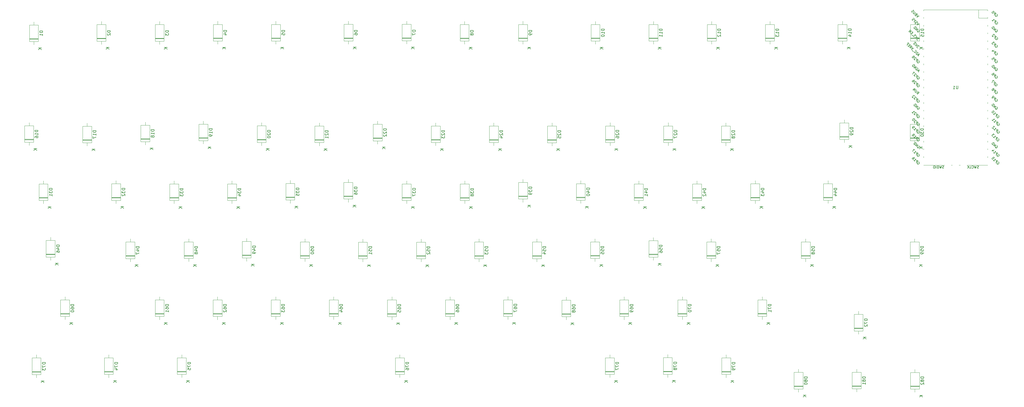
<source format=gbr>
%TF.GenerationSoftware,KiCad,Pcbnew,8.0.7*%
%TF.CreationDate,2025-07-05T17:28:38-07:00*%
%TF.ProjectId,hackpad_v2,6861636b-7061-4645-9f76-322e6b696361,rev?*%
%TF.SameCoordinates,Original*%
%TF.FileFunction,Legend,Bot*%
%TF.FilePolarity,Positive*%
%FSLAX46Y46*%
G04 Gerber Fmt 4.6, Leading zero omitted, Abs format (unit mm)*
G04 Created by KiCad (PCBNEW 8.0.7) date 2025-07-05 17:28:38*
%MOMM*%
%LPD*%
G01*
G04 APERTURE LIST*
%ADD10C,0.150000*%
%ADD11C,0.120000*%
G04 APERTURE END LIST*
D10*
X311574819Y-43515714D02*
X310574819Y-43515714D01*
X310574819Y-43515714D02*
X310574819Y-43753809D01*
X310574819Y-43753809D02*
X310622438Y-43896666D01*
X310622438Y-43896666D02*
X310717676Y-43991904D01*
X310717676Y-43991904D02*
X310812914Y-44039523D01*
X310812914Y-44039523D02*
X311003390Y-44087142D01*
X311003390Y-44087142D02*
X311146247Y-44087142D01*
X311146247Y-44087142D02*
X311336723Y-44039523D01*
X311336723Y-44039523D02*
X311431961Y-43991904D01*
X311431961Y-43991904D02*
X311527200Y-43896666D01*
X311527200Y-43896666D02*
X311574819Y-43753809D01*
X311574819Y-43753809D02*
X311574819Y-43515714D01*
X310574819Y-44420476D02*
X310574819Y-45039523D01*
X310574819Y-45039523D02*
X310955771Y-44706190D01*
X310955771Y-44706190D02*
X310955771Y-44849047D01*
X310955771Y-44849047D02*
X311003390Y-44944285D01*
X311003390Y-44944285D02*
X311051009Y-44991904D01*
X311051009Y-44991904D02*
X311146247Y-45039523D01*
X311146247Y-45039523D02*
X311384342Y-45039523D01*
X311384342Y-45039523D02*
X311479580Y-44991904D01*
X311479580Y-44991904D02*
X311527200Y-44944285D01*
X311527200Y-44944285D02*
X311574819Y-44849047D01*
X311574819Y-44849047D02*
X311574819Y-44563333D01*
X311574819Y-44563333D02*
X311527200Y-44468095D01*
X311527200Y-44468095D02*
X311479580Y-44420476D01*
X310574819Y-45658571D02*
X310574819Y-45753809D01*
X310574819Y-45753809D02*
X310622438Y-45849047D01*
X310622438Y-45849047D02*
X310670057Y-45896666D01*
X310670057Y-45896666D02*
X310765295Y-45944285D01*
X310765295Y-45944285D02*
X310955771Y-45991904D01*
X310955771Y-45991904D02*
X311193866Y-45991904D01*
X311193866Y-45991904D02*
X311384342Y-45944285D01*
X311384342Y-45944285D02*
X311479580Y-45896666D01*
X311479580Y-45896666D02*
X311527200Y-45849047D01*
X311527200Y-45849047D02*
X311574819Y-45753809D01*
X311574819Y-45753809D02*
X311574819Y-45658571D01*
X311574819Y-45658571D02*
X311527200Y-45563333D01*
X311527200Y-45563333D02*
X311479580Y-45515714D01*
X311479580Y-45515714D02*
X311384342Y-45468095D01*
X311384342Y-45468095D02*
X311193866Y-45420476D01*
X311193866Y-45420476D02*
X310955771Y-45420476D01*
X310955771Y-45420476D02*
X310765295Y-45468095D01*
X310765295Y-45468095D02*
X310670057Y-45515714D01*
X310670057Y-45515714D02*
X310622438Y-45563333D01*
X310622438Y-45563333D02*
X310574819Y-45658571D01*
X311204819Y-49548095D02*
X310204819Y-49548095D01*
X311204819Y-50119523D02*
X310633390Y-49690952D01*
X310204819Y-50119523D02*
X310776247Y-49548095D01*
X116354819Y-44125714D02*
X115354819Y-44125714D01*
X115354819Y-44125714D02*
X115354819Y-44363809D01*
X115354819Y-44363809D02*
X115402438Y-44506666D01*
X115402438Y-44506666D02*
X115497676Y-44601904D01*
X115497676Y-44601904D02*
X115592914Y-44649523D01*
X115592914Y-44649523D02*
X115783390Y-44697142D01*
X115783390Y-44697142D02*
X115926247Y-44697142D01*
X115926247Y-44697142D02*
X116116723Y-44649523D01*
X116116723Y-44649523D02*
X116211961Y-44601904D01*
X116211961Y-44601904D02*
X116307200Y-44506666D01*
X116307200Y-44506666D02*
X116354819Y-44363809D01*
X116354819Y-44363809D02*
X116354819Y-44125714D01*
X115450057Y-45078095D02*
X115402438Y-45125714D01*
X115402438Y-45125714D02*
X115354819Y-45220952D01*
X115354819Y-45220952D02*
X115354819Y-45459047D01*
X115354819Y-45459047D02*
X115402438Y-45554285D01*
X115402438Y-45554285D02*
X115450057Y-45601904D01*
X115450057Y-45601904D02*
X115545295Y-45649523D01*
X115545295Y-45649523D02*
X115640533Y-45649523D01*
X115640533Y-45649523D02*
X115783390Y-45601904D01*
X115783390Y-45601904D02*
X116354819Y-45030476D01*
X116354819Y-45030476D02*
X116354819Y-45649523D01*
X116354819Y-46601904D02*
X116354819Y-46030476D01*
X116354819Y-46316190D02*
X115354819Y-46316190D01*
X115354819Y-46316190D02*
X115497676Y-46220952D01*
X115497676Y-46220952D02*
X115592914Y-46125714D01*
X115592914Y-46125714D02*
X115640533Y-46030476D01*
X115984819Y-50158095D02*
X114984819Y-50158095D01*
X115984819Y-50729523D02*
X115413390Y-50300952D01*
X114984819Y-50729523D02*
X115556247Y-50158095D01*
X97404819Y-44045714D02*
X96404819Y-44045714D01*
X96404819Y-44045714D02*
X96404819Y-44283809D01*
X96404819Y-44283809D02*
X96452438Y-44426666D01*
X96452438Y-44426666D02*
X96547676Y-44521904D01*
X96547676Y-44521904D02*
X96642914Y-44569523D01*
X96642914Y-44569523D02*
X96833390Y-44617142D01*
X96833390Y-44617142D02*
X96976247Y-44617142D01*
X96976247Y-44617142D02*
X97166723Y-44569523D01*
X97166723Y-44569523D02*
X97261961Y-44521904D01*
X97261961Y-44521904D02*
X97357200Y-44426666D01*
X97357200Y-44426666D02*
X97404819Y-44283809D01*
X97404819Y-44283809D02*
X97404819Y-44045714D01*
X96500057Y-44998095D02*
X96452438Y-45045714D01*
X96452438Y-45045714D02*
X96404819Y-45140952D01*
X96404819Y-45140952D02*
X96404819Y-45379047D01*
X96404819Y-45379047D02*
X96452438Y-45474285D01*
X96452438Y-45474285D02*
X96500057Y-45521904D01*
X96500057Y-45521904D02*
X96595295Y-45569523D01*
X96595295Y-45569523D02*
X96690533Y-45569523D01*
X96690533Y-45569523D02*
X96833390Y-45521904D01*
X96833390Y-45521904D02*
X97404819Y-44950476D01*
X97404819Y-44950476D02*
X97404819Y-45569523D01*
X96404819Y-46188571D02*
X96404819Y-46283809D01*
X96404819Y-46283809D02*
X96452438Y-46379047D01*
X96452438Y-46379047D02*
X96500057Y-46426666D01*
X96500057Y-46426666D02*
X96595295Y-46474285D01*
X96595295Y-46474285D02*
X96785771Y-46521904D01*
X96785771Y-46521904D02*
X97023866Y-46521904D01*
X97023866Y-46521904D02*
X97214342Y-46474285D01*
X97214342Y-46474285D02*
X97309580Y-46426666D01*
X97309580Y-46426666D02*
X97357200Y-46379047D01*
X97357200Y-46379047D02*
X97404819Y-46283809D01*
X97404819Y-46283809D02*
X97404819Y-46188571D01*
X97404819Y-46188571D02*
X97357200Y-46093333D01*
X97357200Y-46093333D02*
X97309580Y-46045714D01*
X97309580Y-46045714D02*
X97214342Y-45998095D01*
X97214342Y-45998095D02*
X97023866Y-45950476D01*
X97023866Y-45950476D02*
X96785771Y-45950476D01*
X96785771Y-45950476D02*
X96595295Y-45998095D01*
X96595295Y-45998095D02*
X96500057Y-46045714D01*
X96500057Y-46045714D02*
X96452438Y-46093333D01*
X96452438Y-46093333D02*
X96404819Y-46188571D01*
X97034819Y-50078095D02*
X96034819Y-50078095D01*
X97034819Y-50649523D02*
X96463390Y-50220952D01*
X96034819Y-50649523D02*
X96606247Y-50078095D01*
X144984819Y-63125714D02*
X143984819Y-63125714D01*
X143984819Y-63125714D02*
X143984819Y-63363809D01*
X143984819Y-63363809D02*
X144032438Y-63506666D01*
X144032438Y-63506666D02*
X144127676Y-63601904D01*
X144127676Y-63601904D02*
X144222914Y-63649523D01*
X144222914Y-63649523D02*
X144413390Y-63697142D01*
X144413390Y-63697142D02*
X144556247Y-63697142D01*
X144556247Y-63697142D02*
X144746723Y-63649523D01*
X144746723Y-63649523D02*
X144841961Y-63601904D01*
X144841961Y-63601904D02*
X144937200Y-63506666D01*
X144937200Y-63506666D02*
X144984819Y-63363809D01*
X144984819Y-63363809D02*
X144984819Y-63125714D01*
X143984819Y-64030476D02*
X143984819Y-64649523D01*
X143984819Y-64649523D02*
X144365771Y-64316190D01*
X144365771Y-64316190D02*
X144365771Y-64459047D01*
X144365771Y-64459047D02*
X144413390Y-64554285D01*
X144413390Y-64554285D02*
X144461009Y-64601904D01*
X144461009Y-64601904D02*
X144556247Y-64649523D01*
X144556247Y-64649523D02*
X144794342Y-64649523D01*
X144794342Y-64649523D02*
X144889580Y-64601904D01*
X144889580Y-64601904D02*
X144937200Y-64554285D01*
X144937200Y-64554285D02*
X144984819Y-64459047D01*
X144984819Y-64459047D02*
X144984819Y-64173333D01*
X144984819Y-64173333D02*
X144937200Y-64078095D01*
X144937200Y-64078095D02*
X144889580Y-64030476D01*
X143984819Y-64982857D02*
X143984819Y-65649523D01*
X143984819Y-65649523D02*
X144984819Y-65220952D01*
X144614819Y-69158095D02*
X143614819Y-69158095D01*
X144614819Y-69729523D02*
X144043390Y-69300952D01*
X143614819Y-69729523D02*
X144186247Y-69158095D01*
X163954819Y-11221905D02*
X162954819Y-11221905D01*
X162954819Y-11221905D02*
X162954819Y-11460000D01*
X162954819Y-11460000D02*
X163002438Y-11602857D01*
X163002438Y-11602857D02*
X163097676Y-11698095D01*
X163097676Y-11698095D02*
X163192914Y-11745714D01*
X163192914Y-11745714D02*
X163383390Y-11793333D01*
X163383390Y-11793333D02*
X163526247Y-11793333D01*
X163526247Y-11793333D02*
X163716723Y-11745714D01*
X163716723Y-11745714D02*
X163811961Y-11698095D01*
X163811961Y-11698095D02*
X163907200Y-11602857D01*
X163907200Y-11602857D02*
X163954819Y-11460000D01*
X163954819Y-11460000D02*
X163954819Y-11221905D01*
X163383390Y-12364762D02*
X163335771Y-12269524D01*
X163335771Y-12269524D02*
X163288152Y-12221905D01*
X163288152Y-12221905D02*
X163192914Y-12174286D01*
X163192914Y-12174286D02*
X163145295Y-12174286D01*
X163145295Y-12174286D02*
X163050057Y-12221905D01*
X163050057Y-12221905D02*
X163002438Y-12269524D01*
X163002438Y-12269524D02*
X162954819Y-12364762D01*
X162954819Y-12364762D02*
X162954819Y-12555238D01*
X162954819Y-12555238D02*
X163002438Y-12650476D01*
X163002438Y-12650476D02*
X163050057Y-12698095D01*
X163050057Y-12698095D02*
X163145295Y-12745714D01*
X163145295Y-12745714D02*
X163192914Y-12745714D01*
X163192914Y-12745714D02*
X163288152Y-12698095D01*
X163288152Y-12698095D02*
X163335771Y-12650476D01*
X163335771Y-12650476D02*
X163383390Y-12555238D01*
X163383390Y-12555238D02*
X163383390Y-12364762D01*
X163383390Y-12364762D02*
X163431009Y-12269524D01*
X163431009Y-12269524D02*
X163478628Y-12221905D01*
X163478628Y-12221905D02*
X163573866Y-12174286D01*
X163573866Y-12174286D02*
X163764342Y-12174286D01*
X163764342Y-12174286D02*
X163859580Y-12221905D01*
X163859580Y-12221905D02*
X163907200Y-12269524D01*
X163907200Y-12269524D02*
X163954819Y-12364762D01*
X163954819Y-12364762D02*
X163954819Y-12555238D01*
X163954819Y-12555238D02*
X163907200Y-12650476D01*
X163907200Y-12650476D02*
X163859580Y-12698095D01*
X163859580Y-12698095D02*
X163764342Y-12745714D01*
X163764342Y-12745714D02*
X163573866Y-12745714D01*
X163573866Y-12745714D02*
X163478628Y-12698095D01*
X163478628Y-12698095D02*
X163431009Y-12650476D01*
X163431009Y-12650476D02*
X163383390Y-12555238D01*
X163584819Y-16778095D02*
X162584819Y-16778095D01*
X163584819Y-17349523D02*
X163013390Y-16920952D01*
X162584819Y-17349523D02*
X163156247Y-16778095D01*
X245024819Y-10745714D02*
X244024819Y-10745714D01*
X244024819Y-10745714D02*
X244024819Y-10983809D01*
X244024819Y-10983809D02*
X244072438Y-11126666D01*
X244072438Y-11126666D02*
X244167676Y-11221904D01*
X244167676Y-11221904D02*
X244262914Y-11269523D01*
X244262914Y-11269523D02*
X244453390Y-11317142D01*
X244453390Y-11317142D02*
X244596247Y-11317142D01*
X244596247Y-11317142D02*
X244786723Y-11269523D01*
X244786723Y-11269523D02*
X244881961Y-11221904D01*
X244881961Y-11221904D02*
X244977200Y-11126666D01*
X244977200Y-11126666D02*
X245024819Y-10983809D01*
X245024819Y-10983809D02*
X245024819Y-10745714D01*
X245024819Y-12269523D02*
X245024819Y-11698095D01*
X245024819Y-11983809D02*
X244024819Y-11983809D01*
X244024819Y-11983809D02*
X244167676Y-11888571D01*
X244167676Y-11888571D02*
X244262914Y-11793333D01*
X244262914Y-11793333D02*
X244310533Y-11698095D01*
X244120057Y-12650476D02*
X244072438Y-12698095D01*
X244072438Y-12698095D02*
X244024819Y-12793333D01*
X244024819Y-12793333D02*
X244024819Y-13031428D01*
X244024819Y-13031428D02*
X244072438Y-13126666D01*
X244072438Y-13126666D02*
X244120057Y-13174285D01*
X244120057Y-13174285D02*
X244215295Y-13221904D01*
X244215295Y-13221904D02*
X244310533Y-13221904D01*
X244310533Y-13221904D02*
X244453390Y-13174285D01*
X244453390Y-13174285D02*
X245024819Y-12602857D01*
X245024819Y-12602857D02*
X245024819Y-13221904D01*
X244654819Y-16778095D02*
X243654819Y-16778095D01*
X244654819Y-17349523D02*
X244083390Y-16920952D01*
X243654819Y-17349523D02*
X244226247Y-16778095D01*
X59276009Y-43825714D02*
X58276009Y-43825714D01*
X58276009Y-43825714D02*
X58276009Y-44063809D01*
X58276009Y-44063809D02*
X58323628Y-44206666D01*
X58323628Y-44206666D02*
X58418866Y-44301904D01*
X58418866Y-44301904D02*
X58514104Y-44349523D01*
X58514104Y-44349523D02*
X58704580Y-44397142D01*
X58704580Y-44397142D02*
X58847437Y-44397142D01*
X58847437Y-44397142D02*
X59037913Y-44349523D01*
X59037913Y-44349523D02*
X59133151Y-44301904D01*
X59133151Y-44301904D02*
X59228390Y-44206666D01*
X59228390Y-44206666D02*
X59276009Y-44063809D01*
X59276009Y-44063809D02*
X59276009Y-43825714D01*
X59276009Y-45349523D02*
X59276009Y-44778095D01*
X59276009Y-45063809D02*
X58276009Y-45063809D01*
X58276009Y-45063809D02*
X58418866Y-44968571D01*
X58418866Y-44968571D02*
X58514104Y-44873333D01*
X58514104Y-44873333D02*
X58561723Y-44778095D01*
X58704580Y-45920952D02*
X58656961Y-45825714D01*
X58656961Y-45825714D02*
X58609342Y-45778095D01*
X58609342Y-45778095D02*
X58514104Y-45730476D01*
X58514104Y-45730476D02*
X58466485Y-45730476D01*
X58466485Y-45730476D02*
X58371247Y-45778095D01*
X58371247Y-45778095D02*
X58323628Y-45825714D01*
X58323628Y-45825714D02*
X58276009Y-45920952D01*
X58276009Y-45920952D02*
X58276009Y-46111428D01*
X58276009Y-46111428D02*
X58323628Y-46206666D01*
X58323628Y-46206666D02*
X58371247Y-46254285D01*
X58371247Y-46254285D02*
X58466485Y-46301904D01*
X58466485Y-46301904D02*
X58514104Y-46301904D01*
X58514104Y-46301904D02*
X58609342Y-46254285D01*
X58609342Y-46254285D02*
X58656961Y-46206666D01*
X58656961Y-46206666D02*
X58704580Y-46111428D01*
X58704580Y-46111428D02*
X58704580Y-45920952D01*
X58704580Y-45920952D02*
X58752199Y-45825714D01*
X58752199Y-45825714D02*
X58799818Y-45778095D01*
X58799818Y-45778095D02*
X58895056Y-45730476D01*
X58895056Y-45730476D02*
X59085532Y-45730476D01*
X59085532Y-45730476D02*
X59180770Y-45778095D01*
X59180770Y-45778095D02*
X59228390Y-45825714D01*
X59228390Y-45825714D02*
X59276009Y-45920952D01*
X59276009Y-45920952D02*
X59276009Y-46111428D01*
X59276009Y-46111428D02*
X59228390Y-46206666D01*
X59228390Y-46206666D02*
X59180770Y-46254285D01*
X59180770Y-46254285D02*
X59085532Y-46301904D01*
X59085532Y-46301904D02*
X58895056Y-46301904D01*
X58895056Y-46301904D02*
X58799818Y-46254285D01*
X58799818Y-46254285D02*
X58752199Y-46206666D01*
X58752199Y-46206666D02*
X58704580Y-46111428D01*
X58906009Y-49858095D02*
X57906009Y-49858095D01*
X58906009Y-50429523D02*
X58334580Y-50000952D01*
X57906009Y-50429523D02*
X58477437Y-49858095D01*
X273454819Y-125085714D02*
X272454819Y-125085714D01*
X272454819Y-125085714D02*
X272454819Y-125323809D01*
X272454819Y-125323809D02*
X272502438Y-125466666D01*
X272502438Y-125466666D02*
X272597676Y-125561904D01*
X272597676Y-125561904D02*
X272692914Y-125609523D01*
X272692914Y-125609523D02*
X272883390Y-125657142D01*
X272883390Y-125657142D02*
X273026247Y-125657142D01*
X273026247Y-125657142D02*
X273216723Y-125609523D01*
X273216723Y-125609523D02*
X273311961Y-125561904D01*
X273311961Y-125561904D02*
X273407200Y-125466666D01*
X273407200Y-125466666D02*
X273454819Y-125323809D01*
X273454819Y-125323809D02*
X273454819Y-125085714D01*
X272883390Y-126228571D02*
X272835771Y-126133333D01*
X272835771Y-126133333D02*
X272788152Y-126085714D01*
X272788152Y-126085714D02*
X272692914Y-126038095D01*
X272692914Y-126038095D02*
X272645295Y-126038095D01*
X272645295Y-126038095D02*
X272550057Y-126085714D01*
X272550057Y-126085714D02*
X272502438Y-126133333D01*
X272502438Y-126133333D02*
X272454819Y-126228571D01*
X272454819Y-126228571D02*
X272454819Y-126419047D01*
X272454819Y-126419047D02*
X272502438Y-126514285D01*
X272502438Y-126514285D02*
X272550057Y-126561904D01*
X272550057Y-126561904D02*
X272645295Y-126609523D01*
X272645295Y-126609523D02*
X272692914Y-126609523D01*
X272692914Y-126609523D02*
X272788152Y-126561904D01*
X272788152Y-126561904D02*
X272835771Y-126514285D01*
X272835771Y-126514285D02*
X272883390Y-126419047D01*
X272883390Y-126419047D02*
X272883390Y-126228571D01*
X272883390Y-126228571D02*
X272931009Y-126133333D01*
X272931009Y-126133333D02*
X272978628Y-126085714D01*
X272978628Y-126085714D02*
X273073866Y-126038095D01*
X273073866Y-126038095D02*
X273264342Y-126038095D01*
X273264342Y-126038095D02*
X273359580Y-126085714D01*
X273359580Y-126085714D02*
X273407200Y-126133333D01*
X273407200Y-126133333D02*
X273454819Y-126228571D01*
X273454819Y-126228571D02*
X273454819Y-126419047D01*
X273454819Y-126419047D02*
X273407200Y-126514285D01*
X273407200Y-126514285D02*
X273359580Y-126561904D01*
X273359580Y-126561904D02*
X273264342Y-126609523D01*
X273264342Y-126609523D02*
X273073866Y-126609523D01*
X273073866Y-126609523D02*
X272978628Y-126561904D01*
X272978628Y-126561904D02*
X272931009Y-126514285D01*
X272931009Y-126514285D02*
X272883390Y-126419047D01*
X272454819Y-127228571D02*
X272454819Y-127323809D01*
X272454819Y-127323809D02*
X272502438Y-127419047D01*
X272502438Y-127419047D02*
X272550057Y-127466666D01*
X272550057Y-127466666D02*
X272645295Y-127514285D01*
X272645295Y-127514285D02*
X272835771Y-127561904D01*
X272835771Y-127561904D02*
X273073866Y-127561904D01*
X273073866Y-127561904D02*
X273264342Y-127514285D01*
X273264342Y-127514285D02*
X273359580Y-127466666D01*
X273359580Y-127466666D02*
X273407200Y-127419047D01*
X273407200Y-127419047D02*
X273454819Y-127323809D01*
X273454819Y-127323809D02*
X273454819Y-127228571D01*
X273454819Y-127228571D02*
X273407200Y-127133333D01*
X273407200Y-127133333D02*
X273359580Y-127085714D01*
X273359580Y-127085714D02*
X273264342Y-127038095D01*
X273264342Y-127038095D02*
X273073866Y-126990476D01*
X273073866Y-126990476D02*
X272835771Y-126990476D01*
X272835771Y-126990476D02*
X272645295Y-127038095D01*
X272645295Y-127038095D02*
X272550057Y-127085714D01*
X272550057Y-127085714D02*
X272502438Y-127133333D01*
X272502438Y-127133333D02*
X272454819Y-127228571D01*
X273084819Y-131118095D02*
X272084819Y-131118095D01*
X273084819Y-131689523D02*
X272513390Y-131260952D01*
X272084819Y-131689523D02*
X272656247Y-131118095D01*
X293158509Y-106025714D02*
X292158509Y-106025714D01*
X292158509Y-106025714D02*
X292158509Y-106263809D01*
X292158509Y-106263809D02*
X292206128Y-106406666D01*
X292206128Y-106406666D02*
X292301366Y-106501904D01*
X292301366Y-106501904D02*
X292396604Y-106549523D01*
X292396604Y-106549523D02*
X292587080Y-106597142D01*
X292587080Y-106597142D02*
X292729937Y-106597142D01*
X292729937Y-106597142D02*
X292920413Y-106549523D01*
X292920413Y-106549523D02*
X293015651Y-106501904D01*
X293015651Y-106501904D02*
X293110890Y-106406666D01*
X293110890Y-106406666D02*
X293158509Y-106263809D01*
X293158509Y-106263809D02*
X293158509Y-106025714D01*
X292158509Y-106930476D02*
X292158509Y-107597142D01*
X292158509Y-107597142D02*
X293158509Y-107168571D01*
X292253747Y-107930476D02*
X292206128Y-107978095D01*
X292206128Y-107978095D02*
X292158509Y-108073333D01*
X292158509Y-108073333D02*
X292158509Y-108311428D01*
X292158509Y-108311428D02*
X292206128Y-108406666D01*
X292206128Y-108406666D02*
X292253747Y-108454285D01*
X292253747Y-108454285D02*
X292348985Y-108501904D01*
X292348985Y-108501904D02*
X292444223Y-108501904D01*
X292444223Y-108501904D02*
X292587080Y-108454285D01*
X292587080Y-108454285D02*
X293158509Y-107882857D01*
X293158509Y-107882857D02*
X293158509Y-108501904D01*
X292788509Y-112058095D02*
X291788509Y-112058095D01*
X292788509Y-112629523D02*
X292217080Y-112200952D01*
X291788509Y-112629523D02*
X292359937Y-112058095D01*
X102114819Y-11181905D02*
X101114819Y-11181905D01*
X101114819Y-11181905D02*
X101114819Y-11420000D01*
X101114819Y-11420000D02*
X101162438Y-11562857D01*
X101162438Y-11562857D02*
X101257676Y-11658095D01*
X101257676Y-11658095D02*
X101352914Y-11705714D01*
X101352914Y-11705714D02*
X101543390Y-11753333D01*
X101543390Y-11753333D02*
X101686247Y-11753333D01*
X101686247Y-11753333D02*
X101876723Y-11705714D01*
X101876723Y-11705714D02*
X101971961Y-11658095D01*
X101971961Y-11658095D02*
X102067200Y-11562857D01*
X102067200Y-11562857D02*
X102114819Y-11420000D01*
X102114819Y-11420000D02*
X102114819Y-11181905D01*
X101114819Y-12658095D02*
X101114819Y-12181905D01*
X101114819Y-12181905D02*
X101591009Y-12134286D01*
X101591009Y-12134286D02*
X101543390Y-12181905D01*
X101543390Y-12181905D02*
X101495771Y-12277143D01*
X101495771Y-12277143D02*
X101495771Y-12515238D01*
X101495771Y-12515238D02*
X101543390Y-12610476D01*
X101543390Y-12610476D02*
X101591009Y-12658095D01*
X101591009Y-12658095D02*
X101686247Y-12705714D01*
X101686247Y-12705714D02*
X101924342Y-12705714D01*
X101924342Y-12705714D02*
X102019580Y-12658095D01*
X102019580Y-12658095D02*
X102067200Y-12610476D01*
X102067200Y-12610476D02*
X102114819Y-12515238D01*
X102114819Y-12515238D02*
X102114819Y-12277143D01*
X102114819Y-12277143D02*
X102067200Y-12181905D01*
X102067200Y-12181905D02*
X102019580Y-12134286D01*
X101744819Y-16738095D02*
X100744819Y-16738095D01*
X101744819Y-17309523D02*
X101173390Y-16880952D01*
X100744819Y-17309523D02*
X101316247Y-16738095D01*
X202066009Y-63045714D02*
X201066009Y-63045714D01*
X201066009Y-63045714D02*
X201066009Y-63283809D01*
X201066009Y-63283809D02*
X201113628Y-63426666D01*
X201113628Y-63426666D02*
X201208866Y-63521904D01*
X201208866Y-63521904D02*
X201304104Y-63569523D01*
X201304104Y-63569523D02*
X201494580Y-63617142D01*
X201494580Y-63617142D02*
X201637437Y-63617142D01*
X201637437Y-63617142D02*
X201827913Y-63569523D01*
X201827913Y-63569523D02*
X201923151Y-63521904D01*
X201923151Y-63521904D02*
X202018390Y-63426666D01*
X202018390Y-63426666D02*
X202066009Y-63283809D01*
X202066009Y-63283809D02*
X202066009Y-63045714D01*
X201399342Y-64474285D02*
X202066009Y-64474285D01*
X201018390Y-64236190D02*
X201732675Y-63998095D01*
X201732675Y-63998095D02*
X201732675Y-64617142D01*
X201066009Y-65188571D02*
X201066009Y-65283809D01*
X201066009Y-65283809D02*
X201113628Y-65379047D01*
X201113628Y-65379047D02*
X201161247Y-65426666D01*
X201161247Y-65426666D02*
X201256485Y-65474285D01*
X201256485Y-65474285D02*
X201446961Y-65521904D01*
X201446961Y-65521904D02*
X201685056Y-65521904D01*
X201685056Y-65521904D02*
X201875532Y-65474285D01*
X201875532Y-65474285D02*
X201970770Y-65426666D01*
X201970770Y-65426666D02*
X202018390Y-65379047D01*
X202018390Y-65379047D02*
X202066009Y-65283809D01*
X202066009Y-65283809D02*
X202066009Y-65188571D01*
X202066009Y-65188571D02*
X202018390Y-65093333D01*
X202018390Y-65093333D02*
X201970770Y-65045714D01*
X201970770Y-65045714D02*
X201875532Y-64998095D01*
X201875532Y-64998095D02*
X201685056Y-64950476D01*
X201685056Y-64950476D02*
X201446961Y-64950476D01*
X201446961Y-64950476D02*
X201256485Y-64998095D01*
X201256485Y-64998095D02*
X201161247Y-65045714D01*
X201161247Y-65045714D02*
X201113628Y-65093333D01*
X201113628Y-65093333D02*
X201066009Y-65188571D01*
X201696009Y-69078095D02*
X200696009Y-69078095D01*
X201696009Y-69649523D02*
X201124580Y-69220952D01*
X200696009Y-69649523D02*
X201267437Y-69078095D01*
X71234819Y-120285714D02*
X70234819Y-120285714D01*
X70234819Y-120285714D02*
X70234819Y-120523809D01*
X70234819Y-120523809D02*
X70282438Y-120666666D01*
X70282438Y-120666666D02*
X70377676Y-120761904D01*
X70377676Y-120761904D02*
X70472914Y-120809523D01*
X70472914Y-120809523D02*
X70663390Y-120857142D01*
X70663390Y-120857142D02*
X70806247Y-120857142D01*
X70806247Y-120857142D02*
X70996723Y-120809523D01*
X70996723Y-120809523D02*
X71091961Y-120761904D01*
X71091961Y-120761904D02*
X71187200Y-120666666D01*
X71187200Y-120666666D02*
X71234819Y-120523809D01*
X71234819Y-120523809D02*
X71234819Y-120285714D01*
X70234819Y-121190476D02*
X70234819Y-121857142D01*
X70234819Y-121857142D02*
X71234819Y-121428571D01*
X70234819Y-122714285D02*
X70234819Y-122238095D01*
X70234819Y-122238095D02*
X70711009Y-122190476D01*
X70711009Y-122190476D02*
X70663390Y-122238095D01*
X70663390Y-122238095D02*
X70615771Y-122333333D01*
X70615771Y-122333333D02*
X70615771Y-122571428D01*
X70615771Y-122571428D02*
X70663390Y-122666666D01*
X70663390Y-122666666D02*
X70711009Y-122714285D01*
X70711009Y-122714285D02*
X70806247Y-122761904D01*
X70806247Y-122761904D02*
X71044342Y-122761904D01*
X71044342Y-122761904D02*
X71139580Y-122714285D01*
X71139580Y-122714285D02*
X71187200Y-122666666D01*
X71187200Y-122666666D02*
X71234819Y-122571428D01*
X71234819Y-122571428D02*
X71234819Y-122333333D01*
X71234819Y-122333333D02*
X71187200Y-122238095D01*
X71187200Y-122238095D02*
X71139580Y-122190476D01*
X70864819Y-126318095D02*
X69864819Y-126318095D01*
X70864819Y-126889523D02*
X70293390Y-126460952D01*
X69864819Y-126889523D02*
X70436247Y-126318095D01*
X54364819Y-82235714D02*
X53364819Y-82235714D01*
X53364819Y-82235714D02*
X53364819Y-82473809D01*
X53364819Y-82473809D02*
X53412438Y-82616666D01*
X53412438Y-82616666D02*
X53507676Y-82711904D01*
X53507676Y-82711904D02*
X53602914Y-82759523D01*
X53602914Y-82759523D02*
X53793390Y-82807142D01*
X53793390Y-82807142D02*
X53936247Y-82807142D01*
X53936247Y-82807142D02*
X54126723Y-82759523D01*
X54126723Y-82759523D02*
X54221961Y-82711904D01*
X54221961Y-82711904D02*
X54317200Y-82616666D01*
X54317200Y-82616666D02*
X54364819Y-82473809D01*
X54364819Y-82473809D02*
X54364819Y-82235714D01*
X53698152Y-83664285D02*
X54364819Y-83664285D01*
X53317200Y-83426190D02*
X54031485Y-83188095D01*
X54031485Y-83188095D02*
X54031485Y-83807142D01*
X53364819Y-84092857D02*
X53364819Y-84759523D01*
X53364819Y-84759523D02*
X54364819Y-84330952D01*
X53994819Y-88268095D02*
X52994819Y-88268095D01*
X53994819Y-88839523D02*
X53423390Y-88410952D01*
X52994819Y-88839523D02*
X53566247Y-88268095D01*
X206754819Y-82185714D02*
X205754819Y-82185714D01*
X205754819Y-82185714D02*
X205754819Y-82423809D01*
X205754819Y-82423809D02*
X205802438Y-82566666D01*
X205802438Y-82566666D02*
X205897676Y-82661904D01*
X205897676Y-82661904D02*
X205992914Y-82709523D01*
X205992914Y-82709523D02*
X206183390Y-82757142D01*
X206183390Y-82757142D02*
X206326247Y-82757142D01*
X206326247Y-82757142D02*
X206516723Y-82709523D01*
X206516723Y-82709523D02*
X206611961Y-82661904D01*
X206611961Y-82661904D02*
X206707200Y-82566666D01*
X206707200Y-82566666D02*
X206754819Y-82423809D01*
X206754819Y-82423809D02*
X206754819Y-82185714D01*
X205754819Y-83661904D02*
X205754819Y-83185714D01*
X205754819Y-83185714D02*
X206231009Y-83138095D01*
X206231009Y-83138095D02*
X206183390Y-83185714D01*
X206183390Y-83185714D02*
X206135771Y-83280952D01*
X206135771Y-83280952D02*
X206135771Y-83519047D01*
X206135771Y-83519047D02*
X206183390Y-83614285D01*
X206183390Y-83614285D02*
X206231009Y-83661904D01*
X206231009Y-83661904D02*
X206326247Y-83709523D01*
X206326247Y-83709523D02*
X206564342Y-83709523D01*
X206564342Y-83709523D02*
X206659580Y-83661904D01*
X206659580Y-83661904D02*
X206707200Y-83614285D01*
X206707200Y-83614285D02*
X206754819Y-83519047D01*
X206754819Y-83519047D02*
X206754819Y-83280952D01*
X206754819Y-83280952D02*
X206707200Y-83185714D01*
X206707200Y-83185714D02*
X206659580Y-83138095D01*
X205754819Y-84614285D02*
X205754819Y-84138095D01*
X205754819Y-84138095D02*
X206231009Y-84090476D01*
X206231009Y-84090476D02*
X206183390Y-84138095D01*
X206183390Y-84138095D02*
X206135771Y-84233333D01*
X206135771Y-84233333D02*
X206135771Y-84471428D01*
X206135771Y-84471428D02*
X206183390Y-84566666D01*
X206183390Y-84566666D02*
X206231009Y-84614285D01*
X206231009Y-84614285D02*
X206326247Y-84661904D01*
X206326247Y-84661904D02*
X206564342Y-84661904D01*
X206564342Y-84661904D02*
X206659580Y-84614285D01*
X206659580Y-84614285D02*
X206707200Y-84566666D01*
X206707200Y-84566666D02*
X206754819Y-84471428D01*
X206754819Y-84471428D02*
X206754819Y-84233333D01*
X206754819Y-84233333D02*
X206707200Y-84138095D01*
X206707200Y-84138095D02*
X206659580Y-84090476D01*
X206384819Y-88218095D02*
X205384819Y-88218095D01*
X206384819Y-88789523D02*
X205813390Y-88360952D01*
X205384819Y-88789523D02*
X205956247Y-88218095D01*
X106806009Y-63005714D02*
X105806009Y-63005714D01*
X105806009Y-63005714D02*
X105806009Y-63243809D01*
X105806009Y-63243809D02*
X105853628Y-63386666D01*
X105853628Y-63386666D02*
X105948866Y-63481904D01*
X105948866Y-63481904D02*
X106044104Y-63529523D01*
X106044104Y-63529523D02*
X106234580Y-63577142D01*
X106234580Y-63577142D02*
X106377437Y-63577142D01*
X106377437Y-63577142D02*
X106567913Y-63529523D01*
X106567913Y-63529523D02*
X106663151Y-63481904D01*
X106663151Y-63481904D02*
X106758390Y-63386666D01*
X106758390Y-63386666D02*
X106806009Y-63243809D01*
X106806009Y-63243809D02*
X106806009Y-63005714D01*
X105806009Y-63910476D02*
X105806009Y-64529523D01*
X105806009Y-64529523D02*
X106186961Y-64196190D01*
X106186961Y-64196190D02*
X106186961Y-64339047D01*
X106186961Y-64339047D02*
X106234580Y-64434285D01*
X106234580Y-64434285D02*
X106282199Y-64481904D01*
X106282199Y-64481904D02*
X106377437Y-64529523D01*
X106377437Y-64529523D02*
X106615532Y-64529523D01*
X106615532Y-64529523D02*
X106710770Y-64481904D01*
X106710770Y-64481904D02*
X106758390Y-64434285D01*
X106758390Y-64434285D02*
X106806009Y-64339047D01*
X106806009Y-64339047D02*
X106806009Y-64053333D01*
X106806009Y-64053333D02*
X106758390Y-63958095D01*
X106758390Y-63958095D02*
X106710770Y-63910476D01*
X105806009Y-65434285D02*
X105806009Y-64958095D01*
X105806009Y-64958095D02*
X106282199Y-64910476D01*
X106282199Y-64910476D02*
X106234580Y-64958095D01*
X106234580Y-64958095D02*
X106186961Y-65053333D01*
X106186961Y-65053333D02*
X106186961Y-65291428D01*
X106186961Y-65291428D02*
X106234580Y-65386666D01*
X106234580Y-65386666D02*
X106282199Y-65434285D01*
X106282199Y-65434285D02*
X106377437Y-65481904D01*
X106377437Y-65481904D02*
X106615532Y-65481904D01*
X106615532Y-65481904D02*
X106710770Y-65434285D01*
X106710770Y-65434285D02*
X106758390Y-65386666D01*
X106758390Y-65386666D02*
X106806009Y-65291428D01*
X106806009Y-65291428D02*
X106806009Y-65053333D01*
X106806009Y-65053333D02*
X106758390Y-64958095D01*
X106758390Y-64958095D02*
X106710770Y-64910476D01*
X106436009Y-69038095D02*
X105436009Y-69038095D01*
X106436009Y-69609523D02*
X105864580Y-69180952D01*
X105436009Y-69609523D02*
X106007437Y-69038095D01*
X149704819Y-82265714D02*
X148704819Y-82265714D01*
X148704819Y-82265714D02*
X148704819Y-82503809D01*
X148704819Y-82503809D02*
X148752438Y-82646666D01*
X148752438Y-82646666D02*
X148847676Y-82741904D01*
X148847676Y-82741904D02*
X148942914Y-82789523D01*
X148942914Y-82789523D02*
X149133390Y-82837142D01*
X149133390Y-82837142D02*
X149276247Y-82837142D01*
X149276247Y-82837142D02*
X149466723Y-82789523D01*
X149466723Y-82789523D02*
X149561961Y-82741904D01*
X149561961Y-82741904D02*
X149657200Y-82646666D01*
X149657200Y-82646666D02*
X149704819Y-82503809D01*
X149704819Y-82503809D02*
X149704819Y-82265714D01*
X148704819Y-83741904D02*
X148704819Y-83265714D01*
X148704819Y-83265714D02*
X149181009Y-83218095D01*
X149181009Y-83218095D02*
X149133390Y-83265714D01*
X149133390Y-83265714D02*
X149085771Y-83360952D01*
X149085771Y-83360952D02*
X149085771Y-83599047D01*
X149085771Y-83599047D02*
X149133390Y-83694285D01*
X149133390Y-83694285D02*
X149181009Y-83741904D01*
X149181009Y-83741904D02*
X149276247Y-83789523D01*
X149276247Y-83789523D02*
X149514342Y-83789523D01*
X149514342Y-83789523D02*
X149609580Y-83741904D01*
X149609580Y-83741904D02*
X149657200Y-83694285D01*
X149657200Y-83694285D02*
X149704819Y-83599047D01*
X149704819Y-83599047D02*
X149704819Y-83360952D01*
X149704819Y-83360952D02*
X149657200Y-83265714D01*
X149657200Y-83265714D02*
X149609580Y-83218095D01*
X148800057Y-84170476D02*
X148752438Y-84218095D01*
X148752438Y-84218095D02*
X148704819Y-84313333D01*
X148704819Y-84313333D02*
X148704819Y-84551428D01*
X148704819Y-84551428D02*
X148752438Y-84646666D01*
X148752438Y-84646666D02*
X148800057Y-84694285D01*
X148800057Y-84694285D02*
X148895295Y-84741904D01*
X148895295Y-84741904D02*
X148990533Y-84741904D01*
X148990533Y-84741904D02*
X149133390Y-84694285D01*
X149133390Y-84694285D02*
X149704819Y-84122857D01*
X149704819Y-84122857D02*
X149704819Y-84741904D01*
X149334819Y-88298095D02*
X148334819Y-88298095D01*
X149334819Y-88869523D02*
X148763390Y-88440952D01*
X148334819Y-88869523D02*
X148906247Y-88298095D01*
X44904819Y-11251905D02*
X43904819Y-11251905D01*
X43904819Y-11251905D02*
X43904819Y-11490000D01*
X43904819Y-11490000D02*
X43952438Y-11632857D01*
X43952438Y-11632857D02*
X44047676Y-11728095D01*
X44047676Y-11728095D02*
X44142914Y-11775714D01*
X44142914Y-11775714D02*
X44333390Y-11823333D01*
X44333390Y-11823333D02*
X44476247Y-11823333D01*
X44476247Y-11823333D02*
X44666723Y-11775714D01*
X44666723Y-11775714D02*
X44761961Y-11728095D01*
X44761961Y-11728095D02*
X44857200Y-11632857D01*
X44857200Y-11632857D02*
X44904819Y-11490000D01*
X44904819Y-11490000D02*
X44904819Y-11251905D01*
X44000057Y-12204286D02*
X43952438Y-12251905D01*
X43952438Y-12251905D02*
X43904819Y-12347143D01*
X43904819Y-12347143D02*
X43904819Y-12585238D01*
X43904819Y-12585238D02*
X43952438Y-12680476D01*
X43952438Y-12680476D02*
X44000057Y-12728095D01*
X44000057Y-12728095D02*
X44095295Y-12775714D01*
X44095295Y-12775714D02*
X44190533Y-12775714D01*
X44190533Y-12775714D02*
X44333390Y-12728095D01*
X44333390Y-12728095D02*
X44904819Y-12156667D01*
X44904819Y-12156667D02*
X44904819Y-12775714D01*
X44534819Y-16808095D02*
X43534819Y-16808095D01*
X44534819Y-17379523D02*
X43963390Y-16950952D01*
X43534819Y-17379523D02*
X44106247Y-16808095D01*
X249656009Y-44125714D02*
X248656009Y-44125714D01*
X248656009Y-44125714D02*
X248656009Y-44363809D01*
X248656009Y-44363809D02*
X248703628Y-44506666D01*
X248703628Y-44506666D02*
X248798866Y-44601904D01*
X248798866Y-44601904D02*
X248894104Y-44649523D01*
X248894104Y-44649523D02*
X249084580Y-44697142D01*
X249084580Y-44697142D02*
X249227437Y-44697142D01*
X249227437Y-44697142D02*
X249417913Y-44649523D01*
X249417913Y-44649523D02*
X249513151Y-44601904D01*
X249513151Y-44601904D02*
X249608390Y-44506666D01*
X249608390Y-44506666D02*
X249656009Y-44363809D01*
X249656009Y-44363809D02*
X249656009Y-44125714D01*
X248751247Y-45078095D02*
X248703628Y-45125714D01*
X248703628Y-45125714D02*
X248656009Y-45220952D01*
X248656009Y-45220952D02*
X248656009Y-45459047D01*
X248656009Y-45459047D02*
X248703628Y-45554285D01*
X248703628Y-45554285D02*
X248751247Y-45601904D01*
X248751247Y-45601904D02*
X248846485Y-45649523D01*
X248846485Y-45649523D02*
X248941723Y-45649523D01*
X248941723Y-45649523D02*
X249084580Y-45601904D01*
X249084580Y-45601904D02*
X249656009Y-45030476D01*
X249656009Y-45030476D02*
X249656009Y-45649523D01*
X249084580Y-46220952D02*
X249036961Y-46125714D01*
X249036961Y-46125714D02*
X248989342Y-46078095D01*
X248989342Y-46078095D02*
X248894104Y-46030476D01*
X248894104Y-46030476D02*
X248846485Y-46030476D01*
X248846485Y-46030476D02*
X248751247Y-46078095D01*
X248751247Y-46078095D02*
X248703628Y-46125714D01*
X248703628Y-46125714D02*
X248656009Y-46220952D01*
X248656009Y-46220952D02*
X248656009Y-46411428D01*
X248656009Y-46411428D02*
X248703628Y-46506666D01*
X248703628Y-46506666D02*
X248751247Y-46554285D01*
X248751247Y-46554285D02*
X248846485Y-46601904D01*
X248846485Y-46601904D02*
X248894104Y-46601904D01*
X248894104Y-46601904D02*
X248989342Y-46554285D01*
X248989342Y-46554285D02*
X249036961Y-46506666D01*
X249036961Y-46506666D02*
X249084580Y-46411428D01*
X249084580Y-46411428D02*
X249084580Y-46220952D01*
X249084580Y-46220952D02*
X249132199Y-46125714D01*
X249132199Y-46125714D02*
X249179818Y-46078095D01*
X249179818Y-46078095D02*
X249275056Y-46030476D01*
X249275056Y-46030476D02*
X249465532Y-46030476D01*
X249465532Y-46030476D02*
X249560770Y-46078095D01*
X249560770Y-46078095D02*
X249608390Y-46125714D01*
X249608390Y-46125714D02*
X249656009Y-46220952D01*
X249656009Y-46220952D02*
X249656009Y-46411428D01*
X249656009Y-46411428D02*
X249608390Y-46506666D01*
X249608390Y-46506666D02*
X249560770Y-46554285D01*
X249560770Y-46554285D02*
X249465532Y-46601904D01*
X249465532Y-46601904D02*
X249275056Y-46601904D01*
X249275056Y-46601904D02*
X249179818Y-46554285D01*
X249179818Y-46554285D02*
X249132199Y-46506666D01*
X249132199Y-46506666D02*
X249084580Y-46411428D01*
X249286009Y-50158095D02*
X248286009Y-50158095D01*
X249286009Y-50729523D02*
X248714580Y-50300952D01*
X248286009Y-50729523D02*
X248857437Y-50158095D01*
X211594819Y-120285714D02*
X210594819Y-120285714D01*
X210594819Y-120285714D02*
X210594819Y-120523809D01*
X210594819Y-120523809D02*
X210642438Y-120666666D01*
X210642438Y-120666666D02*
X210737676Y-120761904D01*
X210737676Y-120761904D02*
X210832914Y-120809523D01*
X210832914Y-120809523D02*
X211023390Y-120857142D01*
X211023390Y-120857142D02*
X211166247Y-120857142D01*
X211166247Y-120857142D02*
X211356723Y-120809523D01*
X211356723Y-120809523D02*
X211451961Y-120761904D01*
X211451961Y-120761904D02*
X211547200Y-120666666D01*
X211547200Y-120666666D02*
X211594819Y-120523809D01*
X211594819Y-120523809D02*
X211594819Y-120285714D01*
X210594819Y-121190476D02*
X210594819Y-121857142D01*
X210594819Y-121857142D02*
X211594819Y-121428571D01*
X210594819Y-122142857D02*
X210594819Y-122809523D01*
X210594819Y-122809523D02*
X211594819Y-122380952D01*
X211224819Y-126318095D02*
X210224819Y-126318095D01*
X211224819Y-126889523D02*
X210653390Y-126460952D01*
X210224819Y-126889523D02*
X210796247Y-126318095D01*
X288484819Y-43085714D02*
X287484819Y-43085714D01*
X287484819Y-43085714D02*
X287484819Y-43323809D01*
X287484819Y-43323809D02*
X287532438Y-43466666D01*
X287532438Y-43466666D02*
X287627676Y-43561904D01*
X287627676Y-43561904D02*
X287722914Y-43609523D01*
X287722914Y-43609523D02*
X287913390Y-43657142D01*
X287913390Y-43657142D02*
X288056247Y-43657142D01*
X288056247Y-43657142D02*
X288246723Y-43609523D01*
X288246723Y-43609523D02*
X288341961Y-43561904D01*
X288341961Y-43561904D02*
X288437200Y-43466666D01*
X288437200Y-43466666D02*
X288484819Y-43323809D01*
X288484819Y-43323809D02*
X288484819Y-43085714D01*
X287580057Y-44038095D02*
X287532438Y-44085714D01*
X287532438Y-44085714D02*
X287484819Y-44180952D01*
X287484819Y-44180952D02*
X287484819Y-44419047D01*
X287484819Y-44419047D02*
X287532438Y-44514285D01*
X287532438Y-44514285D02*
X287580057Y-44561904D01*
X287580057Y-44561904D02*
X287675295Y-44609523D01*
X287675295Y-44609523D02*
X287770533Y-44609523D01*
X287770533Y-44609523D02*
X287913390Y-44561904D01*
X287913390Y-44561904D02*
X288484819Y-43990476D01*
X288484819Y-43990476D02*
X288484819Y-44609523D01*
X288484819Y-45085714D02*
X288484819Y-45276190D01*
X288484819Y-45276190D02*
X288437200Y-45371428D01*
X288437200Y-45371428D02*
X288389580Y-45419047D01*
X288389580Y-45419047D02*
X288246723Y-45514285D01*
X288246723Y-45514285D02*
X288056247Y-45561904D01*
X288056247Y-45561904D02*
X287675295Y-45561904D01*
X287675295Y-45561904D02*
X287580057Y-45514285D01*
X287580057Y-45514285D02*
X287532438Y-45466666D01*
X287532438Y-45466666D02*
X287484819Y-45371428D01*
X287484819Y-45371428D02*
X287484819Y-45180952D01*
X287484819Y-45180952D02*
X287532438Y-45085714D01*
X287532438Y-45085714D02*
X287580057Y-45038095D01*
X287580057Y-45038095D02*
X287675295Y-44990476D01*
X287675295Y-44990476D02*
X287913390Y-44990476D01*
X287913390Y-44990476D02*
X288008628Y-45038095D01*
X288008628Y-45038095D02*
X288056247Y-45085714D01*
X288056247Y-45085714D02*
X288103866Y-45180952D01*
X288103866Y-45180952D02*
X288103866Y-45371428D01*
X288103866Y-45371428D02*
X288056247Y-45466666D01*
X288056247Y-45466666D02*
X288008628Y-45514285D01*
X288008628Y-45514285D02*
X287913390Y-45561904D01*
X288114819Y-49118095D02*
X287114819Y-49118095D01*
X288114819Y-49689523D02*
X287543390Y-49260952D01*
X287114819Y-49689523D02*
X287686247Y-49118095D01*
X187694819Y-82245714D02*
X186694819Y-82245714D01*
X186694819Y-82245714D02*
X186694819Y-82483809D01*
X186694819Y-82483809D02*
X186742438Y-82626666D01*
X186742438Y-82626666D02*
X186837676Y-82721904D01*
X186837676Y-82721904D02*
X186932914Y-82769523D01*
X186932914Y-82769523D02*
X187123390Y-82817142D01*
X187123390Y-82817142D02*
X187266247Y-82817142D01*
X187266247Y-82817142D02*
X187456723Y-82769523D01*
X187456723Y-82769523D02*
X187551961Y-82721904D01*
X187551961Y-82721904D02*
X187647200Y-82626666D01*
X187647200Y-82626666D02*
X187694819Y-82483809D01*
X187694819Y-82483809D02*
X187694819Y-82245714D01*
X186694819Y-83721904D02*
X186694819Y-83245714D01*
X186694819Y-83245714D02*
X187171009Y-83198095D01*
X187171009Y-83198095D02*
X187123390Y-83245714D01*
X187123390Y-83245714D02*
X187075771Y-83340952D01*
X187075771Y-83340952D02*
X187075771Y-83579047D01*
X187075771Y-83579047D02*
X187123390Y-83674285D01*
X187123390Y-83674285D02*
X187171009Y-83721904D01*
X187171009Y-83721904D02*
X187266247Y-83769523D01*
X187266247Y-83769523D02*
X187504342Y-83769523D01*
X187504342Y-83769523D02*
X187599580Y-83721904D01*
X187599580Y-83721904D02*
X187647200Y-83674285D01*
X187647200Y-83674285D02*
X187694819Y-83579047D01*
X187694819Y-83579047D02*
X187694819Y-83340952D01*
X187694819Y-83340952D02*
X187647200Y-83245714D01*
X187647200Y-83245714D02*
X187599580Y-83198095D01*
X187028152Y-84626666D02*
X187694819Y-84626666D01*
X186647200Y-84388571D02*
X187361485Y-84150476D01*
X187361485Y-84150476D02*
X187361485Y-84769523D01*
X187324819Y-88278095D02*
X186324819Y-88278095D01*
X187324819Y-88849523D02*
X186753390Y-88420952D01*
X186324819Y-88849523D02*
X186896247Y-88278095D01*
X140134819Y-101295714D02*
X139134819Y-101295714D01*
X139134819Y-101295714D02*
X139134819Y-101533809D01*
X139134819Y-101533809D02*
X139182438Y-101676666D01*
X139182438Y-101676666D02*
X139277676Y-101771904D01*
X139277676Y-101771904D02*
X139372914Y-101819523D01*
X139372914Y-101819523D02*
X139563390Y-101867142D01*
X139563390Y-101867142D02*
X139706247Y-101867142D01*
X139706247Y-101867142D02*
X139896723Y-101819523D01*
X139896723Y-101819523D02*
X139991961Y-101771904D01*
X139991961Y-101771904D02*
X140087200Y-101676666D01*
X140087200Y-101676666D02*
X140134819Y-101533809D01*
X140134819Y-101533809D02*
X140134819Y-101295714D01*
X139134819Y-102724285D02*
X139134819Y-102533809D01*
X139134819Y-102533809D02*
X139182438Y-102438571D01*
X139182438Y-102438571D02*
X139230057Y-102390952D01*
X139230057Y-102390952D02*
X139372914Y-102295714D01*
X139372914Y-102295714D02*
X139563390Y-102248095D01*
X139563390Y-102248095D02*
X139944342Y-102248095D01*
X139944342Y-102248095D02*
X140039580Y-102295714D01*
X140039580Y-102295714D02*
X140087200Y-102343333D01*
X140087200Y-102343333D02*
X140134819Y-102438571D01*
X140134819Y-102438571D02*
X140134819Y-102629047D01*
X140134819Y-102629047D02*
X140087200Y-102724285D01*
X140087200Y-102724285D02*
X140039580Y-102771904D01*
X140039580Y-102771904D02*
X139944342Y-102819523D01*
X139944342Y-102819523D02*
X139706247Y-102819523D01*
X139706247Y-102819523D02*
X139611009Y-102771904D01*
X139611009Y-102771904D02*
X139563390Y-102724285D01*
X139563390Y-102724285D02*
X139515771Y-102629047D01*
X139515771Y-102629047D02*
X139515771Y-102438571D01*
X139515771Y-102438571D02*
X139563390Y-102343333D01*
X139563390Y-102343333D02*
X139611009Y-102295714D01*
X139611009Y-102295714D02*
X139706247Y-102248095D01*
X139134819Y-103724285D02*
X139134819Y-103248095D01*
X139134819Y-103248095D02*
X139611009Y-103200476D01*
X139611009Y-103200476D02*
X139563390Y-103248095D01*
X139563390Y-103248095D02*
X139515771Y-103343333D01*
X139515771Y-103343333D02*
X139515771Y-103581428D01*
X139515771Y-103581428D02*
X139563390Y-103676666D01*
X139563390Y-103676666D02*
X139611009Y-103724285D01*
X139611009Y-103724285D02*
X139706247Y-103771904D01*
X139706247Y-103771904D02*
X139944342Y-103771904D01*
X139944342Y-103771904D02*
X140039580Y-103724285D01*
X140039580Y-103724285D02*
X140087200Y-103676666D01*
X140087200Y-103676666D02*
X140134819Y-103581428D01*
X140134819Y-103581428D02*
X140134819Y-103343333D01*
X140134819Y-103343333D02*
X140087200Y-103248095D01*
X140087200Y-103248095D02*
X140039580Y-103200476D01*
X139764819Y-107328095D02*
X138764819Y-107328095D01*
X139764819Y-107899523D02*
X139193390Y-107470952D01*
X138764819Y-107899523D02*
X139336247Y-107328095D01*
X28226009Y-81735714D02*
X27226009Y-81735714D01*
X27226009Y-81735714D02*
X27226009Y-81973809D01*
X27226009Y-81973809D02*
X27273628Y-82116666D01*
X27273628Y-82116666D02*
X27368866Y-82211904D01*
X27368866Y-82211904D02*
X27464104Y-82259523D01*
X27464104Y-82259523D02*
X27654580Y-82307142D01*
X27654580Y-82307142D02*
X27797437Y-82307142D01*
X27797437Y-82307142D02*
X27987913Y-82259523D01*
X27987913Y-82259523D02*
X28083151Y-82211904D01*
X28083151Y-82211904D02*
X28178390Y-82116666D01*
X28178390Y-82116666D02*
X28226009Y-81973809D01*
X28226009Y-81973809D02*
X28226009Y-81735714D01*
X27559342Y-83164285D02*
X28226009Y-83164285D01*
X27178390Y-82926190D02*
X27892675Y-82688095D01*
X27892675Y-82688095D02*
X27892675Y-83307142D01*
X27226009Y-84116666D02*
X27226009Y-83926190D01*
X27226009Y-83926190D02*
X27273628Y-83830952D01*
X27273628Y-83830952D02*
X27321247Y-83783333D01*
X27321247Y-83783333D02*
X27464104Y-83688095D01*
X27464104Y-83688095D02*
X27654580Y-83640476D01*
X27654580Y-83640476D02*
X28035532Y-83640476D01*
X28035532Y-83640476D02*
X28130770Y-83688095D01*
X28130770Y-83688095D02*
X28178390Y-83735714D01*
X28178390Y-83735714D02*
X28226009Y-83830952D01*
X28226009Y-83830952D02*
X28226009Y-84021428D01*
X28226009Y-84021428D02*
X28178390Y-84116666D01*
X28178390Y-84116666D02*
X28130770Y-84164285D01*
X28130770Y-84164285D02*
X28035532Y-84211904D01*
X28035532Y-84211904D02*
X27797437Y-84211904D01*
X27797437Y-84211904D02*
X27702199Y-84164285D01*
X27702199Y-84164285D02*
X27654580Y-84116666D01*
X27654580Y-84116666D02*
X27606961Y-84021428D01*
X27606961Y-84021428D02*
X27606961Y-83830952D01*
X27606961Y-83830952D02*
X27654580Y-83735714D01*
X27654580Y-83735714D02*
X27702199Y-83688095D01*
X27702199Y-83688095D02*
X27797437Y-83640476D01*
X27856009Y-87768095D02*
X26856009Y-87768095D01*
X27856009Y-88339523D02*
X27284580Y-87910952D01*
X26856009Y-88339523D02*
X27427437Y-87768095D01*
X230604819Y-120255714D02*
X229604819Y-120255714D01*
X229604819Y-120255714D02*
X229604819Y-120493809D01*
X229604819Y-120493809D02*
X229652438Y-120636666D01*
X229652438Y-120636666D02*
X229747676Y-120731904D01*
X229747676Y-120731904D02*
X229842914Y-120779523D01*
X229842914Y-120779523D02*
X230033390Y-120827142D01*
X230033390Y-120827142D02*
X230176247Y-120827142D01*
X230176247Y-120827142D02*
X230366723Y-120779523D01*
X230366723Y-120779523D02*
X230461961Y-120731904D01*
X230461961Y-120731904D02*
X230557200Y-120636666D01*
X230557200Y-120636666D02*
X230604819Y-120493809D01*
X230604819Y-120493809D02*
X230604819Y-120255714D01*
X229604819Y-121160476D02*
X229604819Y-121827142D01*
X229604819Y-121827142D02*
X230604819Y-121398571D01*
X230033390Y-122350952D02*
X229985771Y-122255714D01*
X229985771Y-122255714D02*
X229938152Y-122208095D01*
X229938152Y-122208095D02*
X229842914Y-122160476D01*
X229842914Y-122160476D02*
X229795295Y-122160476D01*
X229795295Y-122160476D02*
X229700057Y-122208095D01*
X229700057Y-122208095D02*
X229652438Y-122255714D01*
X229652438Y-122255714D02*
X229604819Y-122350952D01*
X229604819Y-122350952D02*
X229604819Y-122541428D01*
X229604819Y-122541428D02*
X229652438Y-122636666D01*
X229652438Y-122636666D02*
X229700057Y-122684285D01*
X229700057Y-122684285D02*
X229795295Y-122731904D01*
X229795295Y-122731904D02*
X229842914Y-122731904D01*
X229842914Y-122731904D02*
X229938152Y-122684285D01*
X229938152Y-122684285D02*
X229985771Y-122636666D01*
X229985771Y-122636666D02*
X230033390Y-122541428D01*
X230033390Y-122541428D02*
X230033390Y-122350952D01*
X230033390Y-122350952D02*
X230081009Y-122255714D01*
X230081009Y-122255714D02*
X230128628Y-122208095D01*
X230128628Y-122208095D02*
X230223866Y-122160476D01*
X230223866Y-122160476D02*
X230414342Y-122160476D01*
X230414342Y-122160476D02*
X230509580Y-122208095D01*
X230509580Y-122208095D02*
X230557200Y-122255714D01*
X230557200Y-122255714D02*
X230604819Y-122350952D01*
X230604819Y-122350952D02*
X230604819Y-122541428D01*
X230604819Y-122541428D02*
X230557200Y-122636666D01*
X230557200Y-122636666D02*
X230509580Y-122684285D01*
X230509580Y-122684285D02*
X230414342Y-122731904D01*
X230414342Y-122731904D02*
X230223866Y-122731904D01*
X230223866Y-122731904D02*
X230128628Y-122684285D01*
X230128628Y-122684285D02*
X230081009Y-122636666D01*
X230081009Y-122636666D02*
X230033390Y-122541428D01*
X230234819Y-126288095D02*
X229234819Y-126288095D01*
X230234819Y-126859523D02*
X229663390Y-126430952D01*
X229234819Y-126859523D02*
X229806247Y-126288095D01*
X261594819Y-101235714D02*
X260594819Y-101235714D01*
X260594819Y-101235714D02*
X260594819Y-101473809D01*
X260594819Y-101473809D02*
X260642438Y-101616666D01*
X260642438Y-101616666D02*
X260737676Y-101711904D01*
X260737676Y-101711904D02*
X260832914Y-101759523D01*
X260832914Y-101759523D02*
X261023390Y-101807142D01*
X261023390Y-101807142D02*
X261166247Y-101807142D01*
X261166247Y-101807142D02*
X261356723Y-101759523D01*
X261356723Y-101759523D02*
X261451961Y-101711904D01*
X261451961Y-101711904D02*
X261547200Y-101616666D01*
X261547200Y-101616666D02*
X261594819Y-101473809D01*
X261594819Y-101473809D02*
X261594819Y-101235714D01*
X260594819Y-102140476D02*
X260594819Y-102807142D01*
X260594819Y-102807142D02*
X261594819Y-102378571D01*
X261594819Y-103711904D02*
X261594819Y-103140476D01*
X261594819Y-103426190D02*
X260594819Y-103426190D01*
X260594819Y-103426190D02*
X260737676Y-103330952D01*
X260737676Y-103330952D02*
X260832914Y-103235714D01*
X260832914Y-103235714D02*
X260880533Y-103140476D01*
X261224819Y-107268095D02*
X260224819Y-107268095D01*
X261224819Y-107839523D02*
X260653390Y-107410952D01*
X260224819Y-107839523D02*
X260796247Y-107268095D01*
X125844819Y-62665714D02*
X124844819Y-62665714D01*
X124844819Y-62665714D02*
X124844819Y-62903809D01*
X124844819Y-62903809D02*
X124892438Y-63046666D01*
X124892438Y-63046666D02*
X124987676Y-63141904D01*
X124987676Y-63141904D02*
X125082914Y-63189523D01*
X125082914Y-63189523D02*
X125273390Y-63237142D01*
X125273390Y-63237142D02*
X125416247Y-63237142D01*
X125416247Y-63237142D02*
X125606723Y-63189523D01*
X125606723Y-63189523D02*
X125701961Y-63141904D01*
X125701961Y-63141904D02*
X125797200Y-63046666D01*
X125797200Y-63046666D02*
X125844819Y-62903809D01*
X125844819Y-62903809D02*
X125844819Y-62665714D01*
X124844819Y-63570476D02*
X124844819Y-64189523D01*
X124844819Y-64189523D02*
X125225771Y-63856190D01*
X125225771Y-63856190D02*
X125225771Y-63999047D01*
X125225771Y-63999047D02*
X125273390Y-64094285D01*
X125273390Y-64094285D02*
X125321009Y-64141904D01*
X125321009Y-64141904D02*
X125416247Y-64189523D01*
X125416247Y-64189523D02*
X125654342Y-64189523D01*
X125654342Y-64189523D02*
X125749580Y-64141904D01*
X125749580Y-64141904D02*
X125797200Y-64094285D01*
X125797200Y-64094285D02*
X125844819Y-63999047D01*
X125844819Y-63999047D02*
X125844819Y-63713333D01*
X125844819Y-63713333D02*
X125797200Y-63618095D01*
X125797200Y-63618095D02*
X125749580Y-63570476D01*
X124844819Y-65046666D02*
X124844819Y-64856190D01*
X124844819Y-64856190D02*
X124892438Y-64760952D01*
X124892438Y-64760952D02*
X124940057Y-64713333D01*
X124940057Y-64713333D02*
X125082914Y-64618095D01*
X125082914Y-64618095D02*
X125273390Y-64570476D01*
X125273390Y-64570476D02*
X125654342Y-64570476D01*
X125654342Y-64570476D02*
X125749580Y-64618095D01*
X125749580Y-64618095D02*
X125797200Y-64665714D01*
X125797200Y-64665714D02*
X125844819Y-64760952D01*
X125844819Y-64760952D02*
X125844819Y-64951428D01*
X125844819Y-64951428D02*
X125797200Y-65046666D01*
X125797200Y-65046666D02*
X125749580Y-65094285D01*
X125749580Y-65094285D02*
X125654342Y-65141904D01*
X125654342Y-65141904D02*
X125416247Y-65141904D01*
X125416247Y-65141904D02*
X125321009Y-65094285D01*
X125321009Y-65094285D02*
X125273390Y-65046666D01*
X125273390Y-65046666D02*
X125225771Y-64951428D01*
X125225771Y-64951428D02*
X125225771Y-64760952D01*
X125225771Y-64760952D02*
X125273390Y-64665714D01*
X125273390Y-64665714D02*
X125321009Y-64618095D01*
X125321009Y-64618095D02*
X125416247Y-64570476D01*
X125474819Y-68698095D02*
X124474819Y-68698095D01*
X125474819Y-69269523D02*
X124903390Y-68840952D01*
X124474819Y-69269523D02*
X125046247Y-68698095D01*
X135456009Y-43545714D02*
X134456009Y-43545714D01*
X134456009Y-43545714D02*
X134456009Y-43783809D01*
X134456009Y-43783809D02*
X134503628Y-43926666D01*
X134503628Y-43926666D02*
X134598866Y-44021904D01*
X134598866Y-44021904D02*
X134694104Y-44069523D01*
X134694104Y-44069523D02*
X134884580Y-44117142D01*
X134884580Y-44117142D02*
X135027437Y-44117142D01*
X135027437Y-44117142D02*
X135217913Y-44069523D01*
X135217913Y-44069523D02*
X135313151Y-44021904D01*
X135313151Y-44021904D02*
X135408390Y-43926666D01*
X135408390Y-43926666D02*
X135456009Y-43783809D01*
X135456009Y-43783809D02*
X135456009Y-43545714D01*
X134551247Y-44498095D02*
X134503628Y-44545714D01*
X134503628Y-44545714D02*
X134456009Y-44640952D01*
X134456009Y-44640952D02*
X134456009Y-44879047D01*
X134456009Y-44879047D02*
X134503628Y-44974285D01*
X134503628Y-44974285D02*
X134551247Y-45021904D01*
X134551247Y-45021904D02*
X134646485Y-45069523D01*
X134646485Y-45069523D02*
X134741723Y-45069523D01*
X134741723Y-45069523D02*
X134884580Y-45021904D01*
X134884580Y-45021904D02*
X135456009Y-44450476D01*
X135456009Y-44450476D02*
X135456009Y-45069523D01*
X134551247Y-45450476D02*
X134503628Y-45498095D01*
X134503628Y-45498095D02*
X134456009Y-45593333D01*
X134456009Y-45593333D02*
X134456009Y-45831428D01*
X134456009Y-45831428D02*
X134503628Y-45926666D01*
X134503628Y-45926666D02*
X134551247Y-45974285D01*
X134551247Y-45974285D02*
X134646485Y-46021904D01*
X134646485Y-46021904D02*
X134741723Y-46021904D01*
X134741723Y-46021904D02*
X134884580Y-45974285D01*
X134884580Y-45974285D02*
X135456009Y-45402857D01*
X135456009Y-45402857D02*
X135456009Y-46021904D01*
X135086009Y-49578095D02*
X134086009Y-49578095D01*
X135086009Y-50149523D02*
X134514580Y-49720952D01*
X134086009Y-50149523D02*
X134657437Y-49578095D01*
X311664819Y-10735714D02*
X310664819Y-10735714D01*
X310664819Y-10735714D02*
X310664819Y-10973809D01*
X310664819Y-10973809D02*
X310712438Y-11116666D01*
X310712438Y-11116666D02*
X310807676Y-11211904D01*
X310807676Y-11211904D02*
X310902914Y-11259523D01*
X310902914Y-11259523D02*
X311093390Y-11307142D01*
X311093390Y-11307142D02*
X311236247Y-11307142D01*
X311236247Y-11307142D02*
X311426723Y-11259523D01*
X311426723Y-11259523D02*
X311521961Y-11211904D01*
X311521961Y-11211904D02*
X311617200Y-11116666D01*
X311617200Y-11116666D02*
X311664819Y-10973809D01*
X311664819Y-10973809D02*
X311664819Y-10735714D01*
X311664819Y-12259523D02*
X311664819Y-11688095D01*
X311664819Y-11973809D02*
X310664819Y-11973809D01*
X310664819Y-11973809D02*
X310807676Y-11878571D01*
X310807676Y-11878571D02*
X310902914Y-11783333D01*
X310902914Y-11783333D02*
X310950533Y-11688095D01*
X310664819Y-13164285D02*
X310664819Y-12688095D01*
X310664819Y-12688095D02*
X311141009Y-12640476D01*
X311141009Y-12640476D02*
X311093390Y-12688095D01*
X311093390Y-12688095D02*
X311045771Y-12783333D01*
X311045771Y-12783333D02*
X311045771Y-13021428D01*
X311045771Y-13021428D02*
X311093390Y-13116666D01*
X311093390Y-13116666D02*
X311141009Y-13164285D01*
X311141009Y-13164285D02*
X311236247Y-13211904D01*
X311236247Y-13211904D02*
X311474342Y-13211904D01*
X311474342Y-13211904D02*
X311569580Y-13164285D01*
X311569580Y-13164285D02*
X311617200Y-13116666D01*
X311617200Y-13116666D02*
X311664819Y-13021428D01*
X311664819Y-13021428D02*
X311664819Y-12783333D01*
X311664819Y-12783333D02*
X311617200Y-12688095D01*
X311617200Y-12688095D02*
X311569580Y-12640476D01*
X311294819Y-16768095D02*
X310294819Y-16768095D01*
X311294819Y-17339523D02*
X310723390Y-16910952D01*
X310294819Y-17339523D02*
X310866247Y-16768095D01*
X225914819Y-10735714D02*
X224914819Y-10735714D01*
X224914819Y-10735714D02*
X224914819Y-10973809D01*
X224914819Y-10973809D02*
X224962438Y-11116666D01*
X224962438Y-11116666D02*
X225057676Y-11211904D01*
X225057676Y-11211904D02*
X225152914Y-11259523D01*
X225152914Y-11259523D02*
X225343390Y-11307142D01*
X225343390Y-11307142D02*
X225486247Y-11307142D01*
X225486247Y-11307142D02*
X225676723Y-11259523D01*
X225676723Y-11259523D02*
X225771961Y-11211904D01*
X225771961Y-11211904D02*
X225867200Y-11116666D01*
X225867200Y-11116666D02*
X225914819Y-10973809D01*
X225914819Y-10973809D02*
X225914819Y-10735714D01*
X225914819Y-12259523D02*
X225914819Y-11688095D01*
X225914819Y-11973809D02*
X224914819Y-11973809D01*
X224914819Y-11973809D02*
X225057676Y-11878571D01*
X225057676Y-11878571D02*
X225152914Y-11783333D01*
X225152914Y-11783333D02*
X225200533Y-11688095D01*
X225914819Y-13211904D02*
X225914819Y-12640476D01*
X225914819Y-12926190D02*
X224914819Y-12926190D01*
X224914819Y-12926190D02*
X225057676Y-12830952D01*
X225057676Y-12830952D02*
X225152914Y-12735714D01*
X225152914Y-12735714D02*
X225200533Y-12640476D01*
X225544819Y-16768095D02*
X224544819Y-16768095D01*
X225544819Y-17339523D02*
X224973390Y-16910952D01*
X224544819Y-17339523D02*
X225116247Y-16768095D01*
X221086009Y-63135714D02*
X220086009Y-63135714D01*
X220086009Y-63135714D02*
X220086009Y-63373809D01*
X220086009Y-63373809D02*
X220133628Y-63516666D01*
X220133628Y-63516666D02*
X220228866Y-63611904D01*
X220228866Y-63611904D02*
X220324104Y-63659523D01*
X220324104Y-63659523D02*
X220514580Y-63707142D01*
X220514580Y-63707142D02*
X220657437Y-63707142D01*
X220657437Y-63707142D02*
X220847913Y-63659523D01*
X220847913Y-63659523D02*
X220943151Y-63611904D01*
X220943151Y-63611904D02*
X221038390Y-63516666D01*
X221038390Y-63516666D02*
X221086009Y-63373809D01*
X221086009Y-63373809D02*
X221086009Y-63135714D01*
X220419342Y-64564285D02*
X221086009Y-64564285D01*
X220038390Y-64326190D02*
X220752675Y-64088095D01*
X220752675Y-64088095D02*
X220752675Y-64707142D01*
X221086009Y-65611904D02*
X221086009Y-65040476D01*
X221086009Y-65326190D02*
X220086009Y-65326190D01*
X220086009Y-65326190D02*
X220228866Y-65230952D01*
X220228866Y-65230952D02*
X220324104Y-65135714D01*
X220324104Y-65135714D02*
X220371723Y-65040476D01*
X220716009Y-69168095D02*
X219716009Y-69168095D01*
X220716009Y-69739523D02*
X220144580Y-69310952D01*
X219716009Y-69739523D02*
X220287437Y-69168095D01*
X164034819Y-63145714D02*
X163034819Y-63145714D01*
X163034819Y-63145714D02*
X163034819Y-63383809D01*
X163034819Y-63383809D02*
X163082438Y-63526666D01*
X163082438Y-63526666D02*
X163177676Y-63621904D01*
X163177676Y-63621904D02*
X163272914Y-63669523D01*
X163272914Y-63669523D02*
X163463390Y-63717142D01*
X163463390Y-63717142D02*
X163606247Y-63717142D01*
X163606247Y-63717142D02*
X163796723Y-63669523D01*
X163796723Y-63669523D02*
X163891961Y-63621904D01*
X163891961Y-63621904D02*
X163987200Y-63526666D01*
X163987200Y-63526666D02*
X164034819Y-63383809D01*
X164034819Y-63383809D02*
X164034819Y-63145714D01*
X163034819Y-64050476D02*
X163034819Y-64669523D01*
X163034819Y-64669523D02*
X163415771Y-64336190D01*
X163415771Y-64336190D02*
X163415771Y-64479047D01*
X163415771Y-64479047D02*
X163463390Y-64574285D01*
X163463390Y-64574285D02*
X163511009Y-64621904D01*
X163511009Y-64621904D02*
X163606247Y-64669523D01*
X163606247Y-64669523D02*
X163844342Y-64669523D01*
X163844342Y-64669523D02*
X163939580Y-64621904D01*
X163939580Y-64621904D02*
X163987200Y-64574285D01*
X163987200Y-64574285D02*
X164034819Y-64479047D01*
X164034819Y-64479047D02*
X164034819Y-64193333D01*
X164034819Y-64193333D02*
X163987200Y-64098095D01*
X163987200Y-64098095D02*
X163939580Y-64050476D01*
X163463390Y-65240952D02*
X163415771Y-65145714D01*
X163415771Y-65145714D02*
X163368152Y-65098095D01*
X163368152Y-65098095D02*
X163272914Y-65050476D01*
X163272914Y-65050476D02*
X163225295Y-65050476D01*
X163225295Y-65050476D02*
X163130057Y-65098095D01*
X163130057Y-65098095D02*
X163082438Y-65145714D01*
X163082438Y-65145714D02*
X163034819Y-65240952D01*
X163034819Y-65240952D02*
X163034819Y-65431428D01*
X163034819Y-65431428D02*
X163082438Y-65526666D01*
X163082438Y-65526666D02*
X163130057Y-65574285D01*
X163130057Y-65574285D02*
X163225295Y-65621904D01*
X163225295Y-65621904D02*
X163272914Y-65621904D01*
X163272914Y-65621904D02*
X163368152Y-65574285D01*
X163368152Y-65574285D02*
X163415771Y-65526666D01*
X163415771Y-65526666D02*
X163463390Y-65431428D01*
X163463390Y-65431428D02*
X163463390Y-65240952D01*
X163463390Y-65240952D02*
X163511009Y-65145714D01*
X163511009Y-65145714D02*
X163558628Y-65098095D01*
X163558628Y-65098095D02*
X163653866Y-65050476D01*
X163653866Y-65050476D02*
X163844342Y-65050476D01*
X163844342Y-65050476D02*
X163939580Y-65098095D01*
X163939580Y-65098095D02*
X163987200Y-65145714D01*
X163987200Y-65145714D02*
X164034819Y-65240952D01*
X164034819Y-65240952D02*
X164034819Y-65431428D01*
X164034819Y-65431428D02*
X163987200Y-65526666D01*
X163987200Y-65526666D02*
X163939580Y-65574285D01*
X163939580Y-65574285D02*
X163844342Y-65621904D01*
X163844342Y-65621904D02*
X163653866Y-65621904D01*
X163653866Y-65621904D02*
X163558628Y-65574285D01*
X163558628Y-65574285D02*
X163511009Y-65526666D01*
X163511009Y-65526666D02*
X163463390Y-65431428D01*
X163664819Y-69178095D02*
X162664819Y-69178095D01*
X163664819Y-69749523D02*
X163093390Y-69320952D01*
X162664819Y-69749523D02*
X163236247Y-69178095D01*
X78306009Y-43475714D02*
X77306009Y-43475714D01*
X77306009Y-43475714D02*
X77306009Y-43713809D01*
X77306009Y-43713809D02*
X77353628Y-43856666D01*
X77353628Y-43856666D02*
X77448866Y-43951904D01*
X77448866Y-43951904D02*
X77544104Y-43999523D01*
X77544104Y-43999523D02*
X77734580Y-44047142D01*
X77734580Y-44047142D02*
X77877437Y-44047142D01*
X77877437Y-44047142D02*
X78067913Y-43999523D01*
X78067913Y-43999523D02*
X78163151Y-43951904D01*
X78163151Y-43951904D02*
X78258390Y-43856666D01*
X78258390Y-43856666D02*
X78306009Y-43713809D01*
X78306009Y-43713809D02*
X78306009Y-43475714D01*
X78306009Y-44999523D02*
X78306009Y-44428095D01*
X78306009Y-44713809D02*
X77306009Y-44713809D01*
X77306009Y-44713809D02*
X77448866Y-44618571D01*
X77448866Y-44618571D02*
X77544104Y-44523333D01*
X77544104Y-44523333D02*
X77591723Y-44428095D01*
X78306009Y-45475714D02*
X78306009Y-45666190D01*
X78306009Y-45666190D02*
X78258390Y-45761428D01*
X78258390Y-45761428D02*
X78210770Y-45809047D01*
X78210770Y-45809047D02*
X78067913Y-45904285D01*
X78067913Y-45904285D02*
X77877437Y-45951904D01*
X77877437Y-45951904D02*
X77496485Y-45951904D01*
X77496485Y-45951904D02*
X77401247Y-45904285D01*
X77401247Y-45904285D02*
X77353628Y-45856666D01*
X77353628Y-45856666D02*
X77306009Y-45761428D01*
X77306009Y-45761428D02*
X77306009Y-45570952D01*
X77306009Y-45570952D02*
X77353628Y-45475714D01*
X77353628Y-45475714D02*
X77401247Y-45428095D01*
X77401247Y-45428095D02*
X77496485Y-45380476D01*
X77496485Y-45380476D02*
X77734580Y-45380476D01*
X77734580Y-45380476D02*
X77829818Y-45428095D01*
X77829818Y-45428095D02*
X77877437Y-45475714D01*
X77877437Y-45475714D02*
X77925056Y-45570952D01*
X77925056Y-45570952D02*
X77925056Y-45761428D01*
X77925056Y-45761428D02*
X77877437Y-45856666D01*
X77877437Y-45856666D02*
X77829818Y-45904285D01*
X77829818Y-45904285D02*
X77734580Y-45951904D01*
X77936009Y-49508095D02*
X76936009Y-49508095D01*
X77936009Y-50079523D02*
X77364580Y-49650952D01*
X76936009Y-50079523D02*
X77507437Y-49508095D01*
X216284819Y-101275714D02*
X215284819Y-101275714D01*
X215284819Y-101275714D02*
X215284819Y-101513809D01*
X215284819Y-101513809D02*
X215332438Y-101656666D01*
X215332438Y-101656666D02*
X215427676Y-101751904D01*
X215427676Y-101751904D02*
X215522914Y-101799523D01*
X215522914Y-101799523D02*
X215713390Y-101847142D01*
X215713390Y-101847142D02*
X215856247Y-101847142D01*
X215856247Y-101847142D02*
X216046723Y-101799523D01*
X216046723Y-101799523D02*
X216141961Y-101751904D01*
X216141961Y-101751904D02*
X216237200Y-101656666D01*
X216237200Y-101656666D02*
X216284819Y-101513809D01*
X216284819Y-101513809D02*
X216284819Y-101275714D01*
X215284819Y-102704285D02*
X215284819Y-102513809D01*
X215284819Y-102513809D02*
X215332438Y-102418571D01*
X215332438Y-102418571D02*
X215380057Y-102370952D01*
X215380057Y-102370952D02*
X215522914Y-102275714D01*
X215522914Y-102275714D02*
X215713390Y-102228095D01*
X215713390Y-102228095D02*
X216094342Y-102228095D01*
X216094342Y-102228095D02*
X216189580Y-102275714D01*
X216189580Y-102275714D02*
X216237200Y-102323333D01*
X216237200Y-102323333D02*
X216284819Y-102418571D01*
X216284819Y-102418571D02*
X216284819Y-102609047D01*
X216284819Y-102609047D02*
X216237200Y-102704285D01*
X216237200Y-102704285D02*
X216189580Y-102751904D01*
X216189580Y-102751904D02*
X216094342Y-102799523D01*
X216094342Y-102799523D02*
X215856247Y-102799523D01*
X215856247Y-102799523D02*
X215761009Y-102751904D01*
X215761009Y-102751904D02*
X215713390Y-102704285D01*
X215713390Y-102704285D02*
X215665771Y-102609047D01*
X215665771Y-102609047D02*
X215665771Y-102418571D01*
X215665771Y-102418571D02*
X215713390Y-102323333D01*
X215713390Y-102323333D02*
X215761009Y-102275714D01*
X215761009Y-102275714D02*
X215856247Y-102228095D01*
X216284819Y-103275714D02*
X216284819Y-103466190D01*
X216284819Y-103466190D02*
X216237200Y-103561428D01*
X216237200Y-103561428D02*
X216189580Y-103609047D01*
X216189580Y-103609047D02*
X216046723Y-103704285D01*
X216046723Y-103704285D02*
X215856247Y-103751904D01*
X215856247Y-103751904D02*
X215475295Y-103751904D01*
X215475295Y-103751904D02*
X215380057Y-103704285D01*
X215380057Y-103704285D02*
X215332438Y-103656666D01*
X215332438Y-103656666D02*
X215284819Y-103561428D01*
X215284819Y-103561428D02*
X215284819Y-103370952D01*
X215284819Y-103370952D02*
X215332438Y-103275714D01*
X215332438Y-103275714D02*
X215380057Y-103228095D01*
X215380057Y-103228095D02*
X215475295Y-103180476D01*
X215475295Y-103180476D02*
X215713390Y-103180476D01*
X215713390Y-103180476D02*
X215808628Y-103228095D01*
X215808628Y-103228095D02*
X215856247Y-103275714D01*
X215856247Y-103275714D02*
X215903866Y-103370952D01*
X215903866Y-103370952D02*
X215903866Y-103561428D01*
X215903866Y-103561428D02*
X215856247Y-103656666D01*
X215856247Y-103656666D02*
X215808628Y-103704285D01*
X215808628Y-103704285D02*
X215713390Y-103751904D01*
X215914819Y-107308095D02*
X214914819Y-107308095D01*
X215914819Y-107879523D02*
X215343390Y-107450952D01*
X214914819Y-107879523D02*
X215486247Y-107308095D01*
X125904819Y-11171905D02*
X124904819Y-11171905D01*
X124904819Y-11171905D02*
X124904819Y-11410000D01*
X124904819Y-11410000D02*
X124952438Y-11552857D01*
X124952438Y-11552857D02*
X125047676Y-11648095D01*
X125047676Y-11648095D02*
X125142914Y-11695714D01*
X125142914Y-11695714D02*
X125333390Y-11743333D01*
X125333390Y-11743333D02*
X125476247Y-11743333D01*
X125476247Y-11743333D02*
X125666723Y-11695714D01*
X125666723Y-11695714D02*
X125761961Y-11648095D01*
X125761961Y-11648095D02*
X125857200Y-11552857D01*
X125857200Y-11552857D02*
X125904819Y-11410000D01*
X125904819Y-11410000D02*
X125904819Y-11171905D01*
X124904819Y-12600476D02*
X124904819Y-12410000D01*
X124904819Y-12410000D02*
X124952438Y-12314762D01*
X124952438Y-12314762D02*
X125000057Y-12267143D01*
X125000057Y-12267143D02*
X125142914Y-12171905D01*
X125142914Y-12171905D02*
X125333390Y-12124286D01*
X125333390Y-12124286D02*
X125714342Y-12124286D01*
X125714342Y-12124286D02*
X125809580Y-12171905D01*
X125809580Y-12171905D02*
X125857200Y-12219524D01*
X125857200Y-12219524D02*
X125904819Y-12314762D01*
X125904819Y-12314762D02*
X125904819Y-12505238D01*
X125904819Y-12505238D02*
X125857200Y-12600476D01*
X125857200Y-12600476D02*
X125809580Y-12648095D01*
X125809580Y-12648095D02*
X125714342Y-12695714D01*
X125714342Y-12695714D02*
X125476247Y-12695714D01*
X125476247Y-12695714D02*
X125381009Y-12648095D01*
X125381009Y-12648095D02*
X125333390Y-12600476D01*
X125333390Y-12600476D02*
X125285771Y-12505238D01*
X125285771Y-12505238D02*
X125285771Y-12314762D01*
X125285771Y-12314762D02*
X125333390Y-12219524D01*
X125333390Y-12219524D02*
X125381009Y-12171905D01*
X125381009Y-12171905D02*
X125476247Y-12124286D01*
X125534819Y-16728095D02*
X124534819Y-16728095D01*
X125534819Y-17299523D02*
X124963390Y-16870952D01*
X124534819Y-17299523D02*
X125106247Y-16728095D01*
X102034819Y-101245714D02*
X101034819Y-101245714D01*
X101034819Y-101245714D02*
X101034819Y-101483809D01*
X101034819Y-101483809D02*
X101082438Y-101626666D01*
X101082438Y-101626666D02*
X101177676Y-101721904D01*
X101177676Y-101721904D02*
X101272914Y-101769523D01*
X101272914Y-101769523D02*
X101463390Y-101817142D01*
X101463390Y-101817142D02*
X101606247Y-101817142D01*
X101606247Y-101817142D02*
X101796723Y-101769523D01*
X101796723Y-101769523D02*
X101891961Y-101721904D01*
X101891961Y-101721904D02*
X101987200Y-101626666D01*
X101987200Y-101626666D02*
X102034819Y-101483809D01*
X102034819Y-101483809D02*
X102034819Y-101245714D01*
X101034819Y-102674285D02*
X101034819Y-102483809D01*
X101034819Y-102483809D02*
X101082438Y-102388571D01*
X101082438Y-102388571D02*
X101130057Y-102340952D01*
X101130057Y-102340952D02*
X101272914Y-102245714D01*
X101272914Y-102245714D02*
X101463390Y-102198095D01*
X101463390Y-102198095D02*
X101844342Y-102198095D01*
X101844342Y-102198095D02*
X101939580Y-102245714D01*
X101939580Y-102245714D02*
X101987200Y-102293333D01*
X101987200Y-102293333D02*
X102034819Y-102388571D01*
X102034819Y-102388571D02*
X102034819Y-102579047D01*
X102034819Y-102579047D02*
X101987200Y-102674285D01*
X101987200Y-102674285D02*
X101939580Y-102721904D01*
X101939580Y-102721904D02*
X101844342Y-102769523D01*
X101844342Y-102769523D02*
X101606247Y-102769523D01*
X101606247Y-102769523D02*
X101511009Y-102721904D01*
X101511009Y-102721904D02*
X101463390Y-102674285D01*
X101463390Y-102674285D02*
X101415771Y-102579047D01*
X101415771Y-102579047D02*
X101415771Y-102388571D01*
X101415771Y-102388571D02*
X101463390Y-102293333D01*
X101463390Y-102293333D02*
X101511009Y-102245714D01*
X101511009Y-102245714D02*
X101606247Y-102198095D01*
X101034819Y-103102857D02*
X101034819Y-103721904D01*
X101034819Y-103721904D02*
X101415771Y-103388571D01*
X101415771Y-103388571D02*
X101415771Y-103531428D01*
X101415771Y-103531428D02*
X101463390Y-103626666D01*
X101463390Y-103626666D02*
X101511009Y-103674285D01*
X101511009Y-103674285D02*
X101606247Y-103721904D01*
X101606247Y-103721904D02*
X101844342Y-103721904D01*
X101844342Y-103721904D02*
X101939580Y-103674285D01*
X101939580Y-103674285D02*
X101987200Y-103626666D01*
X101987200Y-103626666D02*
X102034819Y-103531428D01*
X102034819Y-103531428D02*
X102034819Y-103245714D01*
X102034819Y-103245714D02*
X101987200Y-103150476D01*
X101987200Y-103150476D02*
X101939580Y-103102857D01*
X101664819Y-107278095D02*
X100664819Y-107278095D01*
X101664819Y-107849523D02*
X101093390Y-107420952D01*
X100664819Y-107849523D02*
X101236247Y-107278095D01*
X23594819Y-120345714D02*
X22594819Y-120345714D01*
X22594819Y-120345714D02*
X22594819Y-120583809D01*
X22594819Y-120583809D02*
X22642438Y-120726666D01*
X22642438Y-120726666D02*
X22737676Y-120821904D01*
X22737676Y-120821904D02*
X22832914Y-120869523D01*
X22832914Y-120869523D02*
X23023390Y-120917142D01*
X23023390Y-120917142D02*
X23166247Y-120917142D01*
X23166247Y-120917142D02*
X23356723Y-120869523D01*
X23356723Y-120869523D02*
X23451961Y-120821904D01*
X23451961Y-120821904D02*
X23547200Y-120726666D01*
X23547200Y-120726666D02*
X23594819Y-120583809D01*
X23594819Y-120583809D02*
X23594819Y-120345714D01*
X22594819Y-121250476D02*
X22594819Y-121917142D01*
X22594819Y-121917142D02*
X23594819Y-121488571D01*
X22594819Y-122202857D02*
X22594819Y-122821904D01*
X22594819Y-122821904D02*
X22975771Y-122488571D01*
X22975771Y-122488571D02*
X22975771Y-122631428D01*
X22975771Y-122631428D02*
X23023390Y-122726666D01*
X23023390Y-122726666D02*
X23071009Y-122774285D01*
X23071009Y-122774285D02*
X23166247Y-122821904D01*
X23166247Y-122821904D02*
X23404342Y-122821904D01*
X23404342Y-122821904D02*
X23499580Y-122774285D01*
X23499580Y-122774285D02*
X23547200Y-122726666D01*
X23547200Y-122726666D02*
X23594819Y-122631428D01*
X23594819Y-122631428D02*
X23594819Y-122345714D01*
X23594819Y-122345714D02*
X23547200Y-122250476D01*
X23547200Y-122250476D02*
X23499580Y-122202857D01*
X23224819Y-126378095D02*
X22224819Y-126378095D01*
X23224819Y-126949523D02*
X22653390Y-126520952D01*
X22224819Y-126949523D02*
X22796247Y-126378095D01*
X142754819Y-120285714D02*
X141754819Y-120285714D01*
X141754819Y-120285714D02*
X141754819Y-120523809D01*
X141754819Y-120523809D02*
X141802438Y-120666666D01*
X141802438Y-120666666D02*
X141897676Y-120761904D01*
X141897676Y-120761904D02*
X141992914Y-120809523D01*
X141992914Y-120809523D02*
X142183390Y-120857142D01*
X142183390Y-120857142D02*
X142326247Y-120857142D01*
X142326247Y-120857142D02*
X142516723Y-120809523D01*
X142516723Y-120809523D02*
X142611961Y-120761904D01*
X142611961Y-120761904D02*
X142707200Y-120666666D01*
X142707200Y-120666666D02*
X142754819Y-120523809D01*
X142754819Y-120523809D02*
X142754819Y-120285714D01*
X141754819Y-121190476D02*
X141754819Y-121857142D01*
X141754819Y-121857142D02*
X142754819Y-121428571D01*
X141754819Y-122666666D02*
X141754819Y-122476190D01*
X141754819Y-122476190D02*
X141802438Y-122380952D01*
X141802438Y-122380952D02*
X141850057Y-122333333D01*
X141850057Y-122333333D02*
X141992914Y-122238095D01*
X141992914Y-122238095D02*
X142183390Y-122190476D01*
X142183390Y-122190476D02*
X142564342Y-122190476D01*
X142564342Y-122190476D02*
X142659580Y-122238095D01*
X142659580Y-122238095D02*
X142707200Y-122285714D01*
X142707200Y-122285714D02*
X142754819Y-122380952D01*
X142754819Y-122380952D02*
X142754819Y-122571428D01*
X142754819Y-122571428D02*
X142707200Y-122666666D01*
X142707200Y-122666666D02*
X142659580Y-122714285D01*
X142659580Y-122714285D02*
X142564342Y-122761904D01*
X142564342Y-122761904D02*
X142326247Y-122761904D01*
X142326247Y-122761904D02*
X142231009Y-122714285D01*
X142231009Y-122714285D02*
X142183390Y-122666666D01*
X142183390Y-122666666D02*
X142135771Y-122571428D01*
X142135771Y-122571428D02*
X142135771Y-122380952D01*
X142135771Y-122380952D02*
X142183390Y-122285714D01*
X142183390Y-122285714D02*
X142231009Y-122238095D01*
X142231009Y-122238095D02*
X142326247Y-122190476D01*
X142384819Y-126318095D02*
X141384819Y-126318095D01*
X142384819Y-126889523D02*
X141813390Y-126460952D01*
X141384819Y-126889523D02*
X141956247Y-126318095D01*
X40214819Y-44155714D02*
X39214819Y-44155714D01*
X39214819Y-44155714D02*
X39214819Y-44393809D01*
X39214819Y-44393809D02*
X39262438Y-44536666D01*
X39262438Y-44536666D02*
X39357676Y-44631904D01*
X39357676Y-44631904D02*
X39452914Y-44679523D01*
X39452914Y-44679523D02*
X39643390Y-44727142D01*
X39643390Y-44727142D02*
X39786247Y-44727142D01*
X39786247Y-44727142D02*
X39976723Y-44679523D01*
X39976723Y-44679523D02*
X40071961Y-44631904D01*
X40071961Y-44631904D02*
X40167200Y-44536666D01*
X40167200Y-44536666D02*
X40214819Y-44393809D01*
X40214819Y-44393809D02*
X40214819Y-44155714D01*
X40214819Y-45679523D02*
X40214819Y-45108095D01*
X40214819Y-45393809D02*
X39214819Y-45393809D01*
X39214819Y-45393809D02*
X39357676Y-45298571D01*
X39357676Y-45298571D02*
X39452914Y-45203333D01*
X39452914Y-45203333D02*
X39500533Y-45108095D01*
X39214819Y-46012857D02*
X39214819Y-46679523D01*
X39214819Y-46679523D02*
X40214819Y-46250952D01*
X39844819Y-50188095D02*
X38844819Y-50188095D01*
X39844819Y-50759523D02*
X39273390Y-50330952D01*
X38844819Y-50759523D02*
X39416247Y-50188095D01*
X249754819Y-120325714D02*
X248754819Y-120325714D01*
X248754819Y-120325714D02*
X248754819Y-120563809D01*
X248754819Y-120563809D02*
X248802438Y-120706666D01*
X248802438Y-120706666D02*
X248897676Y-120801904D01*
X248897676Y-120801904D02*
X248992914Y-120849523D01*
X248992914Y-120849523D02*
X249183390Y-120897142D01*
X249183390Y-120897142D02*
X249326247Y-120897142D01*
X249326247Y-120897142D02*
X249516723Y-120849523D01*
X249516723Y-120849523D02*
X249611961Y-120801904D01*
X249611961Y-120801904D02*
X249707200Y-120706666D01*
X249707200Y-120706666D02*
X249754819Y-120563809D01*
X249754819Y-120563809D02*
X249754819Y-120325714D01*
X248754819Y-121230476D02*
X248754819Y-121897142D01*
X248754819Y-121897142D02*
X249754819Y-121468571D01*
X249754819Y-122325714D02*
X249754819Y-122516190D01*
X249754819Y-122516190D02*
X249707200Y-122611428D01*
X249707200Y-122611428D02*
X249659580Y-122659047D01*
X249659580Y-122659047D02*
X249516723Y-122754285D01*
X249516723Y-122754285D02*
X249326247Y-122801904D01*
X249326247Y-122801904D02*
X248945295Y-122801904D01*
X248945295Y-122801904D02*
X248850057Y-122754285D01*
X248850057Y-122754285D02*
X248802438Y-122706666D01*
X248802438Y-122706666D02*
X248754819Y-122611428D01*
X248754819Y-122611428D02*
X248754819Y-122420952D01*
X248754819Y-122420952D02*
X248802438Y-122325714D01*
X248802438Y-122325714D02*
X248850057Y-122278095D01*
X248850057Y-122278095D02*
X248945295Y-122230476D01*
X248945295Y-122230476D02*
X249183390Y-122230476D01*
X249183390Y-122230476D02*
X249278628Y-122278095D01*
X249278628Y-122278095D02*
X249326247Y-122325714D01*
X249326247Y-122325714D02*
X249373866Y-122420952D01*
X249373866Y-122420952D02*
X249373866Y-122611428D01*
X249373866Y-122611428D02*
X249326247Y-122706666D01*
X249326247Y-122706666D02*
X249278628Y-122754285D01*
X249278628Y-122754285D02*
X249183390Y-122801904D01*
X249384819Y-126358095D02*
X248384819Y-126358095D01*
X249384819Y-126929523D02*
X248813390Y-126500952D01*
X248384819Y-126929523D02*
X248956247Y-126358095D01*
X206894819Y-10735714D02*
X205894819Y-10735714D01*
X205894819Y-10735714D02*
X205894819Y-10973809D01*
X205894819Y-10973809D02*
X205942438Y-11116666D01*
X205942438Y-11116666D02*
X206037676Y-11211904D01*
X206037676Y-11211904D02*
X206132914Y-11259523D01*
X206132914Y-11259523D02*
X206323390Y-11307142D01*
X206323390Y-11307142D02*
X206466247Y-11307142D01*
X206466247Y-11307142D02*
X206656723Y-11259523D01*
X206656723Y-11259523D02*
X206751961Y-11211904D01*
X206751961Y-11211904D02*
X206847200Y-11116666D01*
X206847200Y-11116666D02*
X206894819Y-10973809D01*
X206894819Y-10973809D02*
X206894819Y-10735714D01*
X206894819Y-12259523D02*
X206894819Y-11688095D01*
X206894819Y-11973809D02*
X205894819Y-11973809D01*
X205894819Y-11973809D02*
X206037676Y-11878571D01*
X206037676Y-11878571D02*
X206132914Y-11783333D01*
X206132914Y-11783333D02*
X206180533Y-11688095D01*
X205894819Y-12878571D02*
X205894819Y-12973809D01*
X205894819Y-12973809D02*
X205942438Y-13069047D01*
X205942438Y-13069047D02*
X205990057Y-13116666D01*
X205990057Y-13116666D02*
X206085295Y-13164285D01*
X206085295Y-13164285D02*
X206275771Y-13211904D01*
X206275771Y-13211904D02*
X206513866Y-13211904D01*
X206513866Y-13211904D02*
X206704342Y-13164285D01*
X206704342Y-13164285D02*
X206799580Y-13116666D01*
X206799580Y-13116666D02*
X206847200Y-13069047D01*
X206847200Y-13069047D02*
X206894819Y-12973809D01*
X206894819Y-12973809D02*
X206894819Y-12878571D01*
X206894819Y-12878571D02*
X206847200Y-12783333D01*
X206847200Y-12783333D02*
X206799580Y-12735714D01*
X206799580Y-12735714D02*
X206704342Y-12688095D01*
X206704342Y-12688095D02*
X206513866Y-12640476D01*
X206513866Y-12640476D02*
X206275771Y-12640476D01*
X206275771Y-12640476D02*
X206085295Y-12688095D01*
X206085295Y-12688095D02*
X205990057Y-12735714D01*
X205990057Y-12735714D02*
X205942438Y-12783333D01*
X205942438Y-12783333D02*
X205894819Y-12878571D01*
X206524819Y-16768095D02*
X205524819Y-16768095D01*
X206524819Y-17339523D02*
X205953390Y-16910952D01*
X205524819Y-17339523D02*
X206096247Y-16768095D01*
X49684819Y-63105714D02*
X48684819Y-63105714D01*
X48684819Y-63105714D02*
X48684819Y-63343809D01*
X48684819Y-63343809D02*
X48732438Y-63486666D01*
X48732438Y-63486666D02*
X48827676Y-63581904D01*
X48827676Y-63581904D02*
X48922914Y-63629523D01*
X48922914Y-63629523D02*
X49113390Y-63677142D01*
X49113390Y-63677142D02*
X49256247Y-63677142D01*
X49256247Y-63677142D02*
X49446723Y-63629523D01*
X49446723Y-63629523D02*
X49541961Y-63581904D01*
X49541961Y-63581904D02*
X49637200Y-63486666D01*
X49637200Y-63486666D02*
X49684819Y-63343809D01*
X49684819Y-63343809D02*
X49684819Y-63105714D01*
X48684819Y-64010476D02*
X48684819Y-64629523D01*
X48684819Y-64629523D02*
X49065771Y-64296190D01*
X49065771Y-64296190D02*
X49065771Y-64439047D01*
X49065771Y-64439047D02*
X49113390Y-64534285D01*
X49113390Y-64534285D02*
X49161009Y-64581904D01*
X49161009Y-64581904D02*
X49256247Y-64629523D01*
X49256247Y-64629523D02*
X49494342Y-64629523D01*
X49494342Y-64629523D02*
X49589580Y-64581904D01*
X49589580Y-64581904D02*
X49637200Y-64534285D01*
X49637200Y-64534285D02*
X49684819Y-64439047D01*
X49684819Y-64439047D02*
X49684819Y-64153333D01*
X49684819Y-64153333D02*
X49637200Y-64058095D01*
X49637200Y-64058095D02*
X49589580Y-64010476D01*
X48780057Y-65010476D02*
X48732438Y-65058095D01*
X48732438Y-65058095D02*
X48684819Y-65153333D01*
X48684819Y-65153333D02*
X48684819Y-65391428D01*
X48684819Y-65391428D02*
X48732438Y-65486666D01*
X48732438Y-65486666D02*
X48780057Y-65534285D01*
X48780057Y-65534285D02*
X48875295Y-65581904D01*
X48875295Y-65581904D02*
X48970533Y-65581904D01*
X48970533Y-65581904D02*
X49113390Y-65534285D01*
X49113390Y-65534285D02*
X49684819Y-64962857D01*
X49684819Y-64962857D02*
X49684819Y-65581904D01*
X49314819Y-69138095D02*
X48314819Y-69138095D01*
X49314819Y-69709523D02*
X48743390Y-69280952D01*
X48314819Y-69709523D02*
X48886247Y-69138095D01*
X21174819Y-44005714D02*
X20174819Y-44005714D01*
X20174819Y-44005714D02*
X20174819Y-44243809D01*
X20174819Y-44243809D02*
X20222438Y-44386666D01*
X20222438Y-44386666D02*
X20317676Y-44481904D01*
X20317676Y-44481904D02*
X20412914Y-44529523D01*
X20412914Y-44529523D02*
X20603390Y-44577142D01*
X20603390Y-44577142D02*
X20746247Y-44577142D01*
X20746247Y-44577142D02*
X20936723Y-44529523D01*
X20936723Y-44529523D02*
X21031961Y-44481904D01*
X21031961Y-44481904D02*
X21127200Y-44386666D01*
X21127200Y-44386666D02*
X21174819Y-44243809D01*
X21174819Y-44243809D02*
X21174819Y-44005714D01*
X21174819Y-45529523D02*
X21174819Y-44958095D01*
X21174819Y-45243809D02*
X20174819Y-45243809D01*
X20174819Y-45243809D02*
X20317676Y-45148571D01*
X20317676Y-45148571D02*
X20412914Y-45053333D01*
X20412914Y-45053333D02*
X20460533Y-44958095D01*
X20174819Y-46386666D02*
X20174819Y-46196190D01*
X20174819Y-46196190D02*
X20222438Y-46100952D01*
X20222438Y-46100952D02*
X20270057Y-46053333D01*
X20270057Y-46053333D02*
X20412914Y-45958095D01*
X20412914Y-45958095D02*
X20603390Y-45910476D01*
X20603390Y-45910476D02*
X20984342Y-45910476D01*
X20984342Y-45910476D02*
X21079580Y-45958095D01*
X21079580Y-45958095D02*
X21127200Y-46005714D01*
X21127200Y-46005714D02*
X21174819Y-46100952D01*
X21174819Y-46100952D02*
X21174819Y-46291428D01*
X21174819Y-46291428D02*
X21127200Y-46386666D01*
X21127200Y-46386666D02*
X21079580Y-46434285D01*
X21079580Y-46434285D02*
X20984342Y-46481904D01*
X20984342Y-46481904D02*
X20746247Y-46481904D01*
X20746247Y-46481904D02*
X20651009Y-46434285D01*
X20651009Y-46434285D02*
X20603390Y-46386666D01*
X20603390Y-46386666D02*
X20555771Y-46291428D01*
X20555771Y-46291428D02*
X20555771Y-46100952D01*
X20555771Y-46100952D02*
X20603390Y-46005714D01*
X20603390Y-46005714D02*
X20651009Y-45958095D01*
X20651009Y-45958095D02*
X20746247Y-45910476D01*
X20804819Y-50038095D02*
X19804819Y-50038095D01*
X20804819Y-50609523D02*
X20233390Y-50180952D01*
X19804819Y-50609523D02*
X20376247Y-50038095D01*
X173564819Y-44095714D02*
X172564819Y-44095714D01*
X172564819Y-44095714D02*
X172564819Y-44333809D01*
X172564819Y-44333809D02*
X172612438Y-44476666D01*
X172612438Y-44476666D02*
X172707676Y-44571904D01*
X172707676Y-44571904D02*
X172802914Y-44619523D01*
X172802914Y-44619523D02*
X172993390Y-44667142D01*
X172993390Y-44667142D02*
X173136247Y-44667142D01*
X173136247Y-44667142D02*
X173326723Y-44619523D01*
X173326723Y-44619523D02*
X173421961Y-44571904D01*
X173421961Y-44571904D02*
X173517200Y-44476666D01*
X173517200Y-44476666D02*
X173564819Y-44333809D01*
X173564819Y-44333809D02*
X173564819Y-44095714D01*
X172660057Y-45048095D02*
X172612438Y-45095714D01*
X172612438Y-45095714D02*
X172564819Y-45190952D01*
X172564819Y-45190952D02*
X172564819Y-45429047D01*
X172564819Y-45429047D02*
X172612438Y-45524285D01*
X172612438Y-45524285D02*
X172660057Y-45571904D01*
X172660057Y-45571904D02*
X172755295Y-45619523D01*
X172755295Y-45619523D02*
X172850533Y-45619523D01*
X172850533Y-45619523D02*
X172993390Y-45571904D01*
X172993390Y-45571904D02*
X173564819Y-45000476D01*
X173564819Y-45000476D02*
X173564819Y-45619523D01*
X172898152Y-46476666D02*
X173564819Y-46476666D01*
X172517200Y-46238571D02*
X173231485Y-46000476D01*
X173231485Y-46000476D02*
X173231485Y-46619523D01*
X173194819Y-50128095D02*
X172194819Y-50128095D01*
X173194819Y-50699523D02*
X172623390Y-50270952D01*
X172194819Y-50699523D02*
X172766247Y-50128095D01*
X73524819Y-82205714D02*
X72524819Y-82205714D01*
X72524819Y-82205714D02*
X72524819Y-82443809D01*
X72524819Y-82443809D02*
X72572438Y-82586666D01*
X72572438Y-82586666D02*
X72667676Y-82681904D01*
X72667676Y-82681904D02*
X72762914Y-82729523D01*
X72762914Y-82729523D02*
X72953390Y-82777142D01*
X72953390Y-82777142D02*
X73096247Y-82777142D01*
X73096247Y-82777142D02*
X73286723Y-82729523D01*
X73286723Y-82729523D02*
X73381961Y-82681904D01*
X73381961Y-82681904D02*
X73477200Y-82586666D01*
X73477200Y-82586666D02*
X73524819Y-82443809D01*
X73524819Y-82443809D02*
X73524819Y-82205714D01*
X72858152Y-83634285D02*
X73524819Y-83634285D01*
X72477200Y-83396190D02*
X73191485Y-83158095D01*
X73191485Y-83158095D02*
X73191485Y-83777142D01*
X72953390Y-84300952D02*
X72905771Y-84205714D01*
X72905771Y-84205714D02*
X72858152Y-84158095D01*
X72858152Y-84158095D02*
X72762914Y-84110476D01*
X72762914Y-84110476D02*
X72715295Y-84110476D01*
X72715295Y-84110476D02*
X72620057Y-84158095D01*
X72620057Y-84158095D02*
X72572438Y-84205714D01*
X72572438Y-84205714D02*
X72524819Y-84300952D01*
X72524819Y-84300952D02*
X72524819Y-84491428D01*
X72524819Y-84491428D02*
X72572438Y-84586666D01*
X72572438Y-84586666D02*
X72620057Y-84634285D01*
X72620057Y-84634285D02*
X72715295Y-84681904D01*
X72715295Y-84681904D02*
X72762914Y-84681904D01*
X72762914Y-84681904D02*
X72858152Y-84634285D01*
X72858152Y-84634285D02*
X72905771Y-84586666D01*
X72905771Y-84586666D02*
X72953390Y-84491428D01*
X72953390Y-84491428D02*
X72953390Y-84300952D01*
X72953390Y-84300952D02*
X73001009Y-84205714D01*
X73001009Y-84205714D02*
X73048628Y-84158095D01*
X73048628Y-84158095D02*
X73143866Y-84110476D01*
X73143866Y-84110476D02*
X73334342Y-84110476D01*
X73334342Y-84110476D02*
X73429580Y-84158095D01*
X73429580Y-84158095D02*
X73477200Y-84205714D01*
X73477200Y-84205714D02*
X73524819Y-84300952D01*
X73524819Y-84300952D02*
X73524819Y-84491428D01*
X73524819Y-84491428D02*
X73477200Y-84586666D01*
X73477200Y-84586666D02*
X73429580Y-84634285D01*
X73429580Y-84634285D02*
X73334342Y-84681904D01*
X73334342Y-84681904D02*
X73143866Y-84681904D01*
X73143866Y-84681904D02*
X73048628Y-84634285D01*
X73048628Y-84634285D02*
X73001009Y-84586666D01*
X73001009Y-84586666D02*
X72953390Y-84491428D01*
X73154819Y-88238095D02*
X72154819Y-88238095D01*
X73154819Y-88809523D02*
X72583390Y-88380952D01*
X72154819Y-88809523D02*
X72726247Y-88238095D01*
X211674819Y-44065714D02*
X210674819Y-44065714D01*
X210674819Y-44065714D02*
X210674819Y-44303809D01*
X210674819Y-44303809D02*
X210722438Y-44446666D01*
X210722438Y-44446666D02*
X210817676Y-44541904D01*
X210817676Y-44541904D02*
X210912914Y-44589523D01*
X210912914Y-44589523D02*
X211103390Y-44637142D01*
X211103390Y-44637142D02*
X211246247Y-44637142D01*
X211246247Y-44637142D02*
X211436723Y-44589523D01*
X211436723Y-44589523D02*
X211531961Y-44541904D01*
X211531961Y-44541904D02*
X211627200Y-44446666D01*
X211627200Y-44446666D02*
X211674819Y-44303809D01*
X211674819Y-44303809D02*
X211674819Y-44065714D01*
X210770057Y-45018095D02*
X210722438Y-45065714D01*
X210722438Y-45065714D02*
X210674819Y-45160952D01*
X210674819Y-45160952D02*
X210674819Y-45399047D01*
X210674819Y-45399047D02*
X210722438Y-45494285D01*
X210722438Y-45494285D02*
X210770057Y-45541904D01*
X210770057Y-45541904D02*
X210865295Y-45589523D01*
X210865295Y-45589523D02*
X210960533Y-45589523D01*
X210960533Y-45589523D02*
X211103390Y-45541904D01*
X211103390Y-45541904D02*
X211674819Y-44970476D01*
X211674819Y-44970476D02*
X211674819Y-45589523D01*
X210674819Y-46446666D02*
X210674819Y-46256190D01*
X210674819Y-46256190D02*
X210722438Y-46160952D01*
X210722438Y-46160952D02*
X210770057Y-46113333D01*
X210770057Y-46113333D02*
X210912914Y-46018095D01*
X210912914Y-46018095D02*
X211103390Y-45970476D01*
X211103390Y-45970476D02*
X211484342Y-45970476D01*
X211484342Y-45970476D02*
X211579580Y-46018095D01*
X211579580Y-46018095D02*
X211627200Y-46065714D01*
X211627200Y-46065714D02*
X211674819Y-46160952D01*
X211674819Y-46160952D02*
X211674819Y-46351428D01*
X211674819Y-46351428D02*
X211627200Y-46446666D01*
X211627200Y-46446666D02*
X211579580Y-46494285D01*
X211579580Y-46494285D02*
X211484342Y-46541904D01*
X211484342Y-46541904D02*
X211246247Y-46541904D01*
X211246247Y-46541904D02*
X211151009Y-46494285D01*
X211151009Y-46494285D02*
X211103390Y-46446666D01*
X211103390Y-46446666D02*
X211055771Y-46351428D01*
X211055771Y-46351428D02*
X211055771Y-46160952D01*
X211055771Y-46160952D02*
X211103390Y-46065714D01*
X211103390Y-46065714D02*
X211151009Y-46018095D01*
X211151009Y-46018095D02*
X211246247Y-45970476D01*
X211304819Y-50098095D02*
X210304819Y-50098095D01*
X211304819Y-50669523D02*
X210733390Y-50240952D01*
X210304819Y-50669523D02*
X210876247Y-50098095D01*
X311564819Y-82195714D02*
X310564819Y-82195714D01*
X310564819Y-82195714D02*
X310564819Y-82433809D01*
X310564819Y-82433809D02*
X310612438Y-82576666D01*
X310612438Y-82576666D02*
X310707676Y-82671904D01*
X310707676Y-82671904D02*
X310802914Y-82719523D01*
X310802914Y-82719523D02*
X310993390Y-82767142D01*
X310993390Y-82767142D02*
X311136247Y-82767142D01*
X311136247Y-82767142D02*
X311326723Y-82719523D01*
X311326723Y-82719523D02*
X311421961Y-82671904D01*
X311421961Y-82671904D02*
X311517200Y-82576666D01*
X311517200Y-82576666D02*
X311564819Y-82433809D01*
X311564819Y-82433809D02*
X311564819Y-82195714D01*
X310564819Y-83671904D02*
X310564819Y-83195714D01*
X310564819Y-83195714D02*
X311041009Y-83148095D01*
X311041009Y-83148095D02*
X310993390Y-83195714D01*
X310993390Y-83195714D02*
X310945771Y-83290952D01*
X310945771Y-83290952D02*
X310945771Y-83529047D01*
X310945771Y-83529047D02*
X310993390Y-83624285D01*
X310993390Y-83624285D02*
X311041009Y-83671904D01*
X311041009Y-83671904D02*
X311136247Y-83719523D01*
X311136247Y-83719523D02*
X311374342Y-83719523D01*
X311374342Y-83719523D02*
X311469580Y-83671904D01*
X311469580Y-83671904D02*
X311517200Y-83624285D01*
X311517200Y-83624285D02*
X311564819Y-83529047D01*
X311564819Y-83529047D02*
X311564819Y-83290952D01*
X311564819Y-83290952D02*
X311517200Y-83195714D01*
X311517200Y-83195714D02*
X311469580Y-83148095D01*
X311564819Y-84195714D02*
X311564819Y-84386190D01*
X311564819Y-84386190D02*
X311517200Y-84481428D01*
X311517200Y-84481428D02*
X311469580Y-84529047D01*
X311469580Y-84529047D02*
X311326723Y-84624285D01*
X311326723Y-84624285D02*
X311136247Y-84671904D01*
X311136247Y-84671904D02*
X310755295Y-84671904D01*
X310755295Y-84671904D02*
X310660057Y-84624285D01*
X310660057Y-84624285D02*
X310612438Y-84576666D01*
X310612438Y-84576666D02*
X310564819Y-84481428D01*
X310564819Y-84481428D02*
X310564819Y-84290952D01*
X310564819Y-84290952D02*
X310612438Y-84195714D01*
X310612438Y-84195714D02*
X310660057Y-84148095D01*
X310660057Y-84148095D02*
X310755295Y-84100476D01*
X310755295Y-84100476D02*
X310993390Y-84100476D01*
X310993390Y-84100476D02*
X311088628Y-84148095D01*
X311088628Y-84148095D02*
X311136247Y-84195714D01*
X311136247Y-84195714D02*
X311183866Y-84290952D01*
X311183866Y-84290952D02*
X311183866Y-84481428D01*
X311183866Y-84481428D02*
X311136247Y-84576666D01*
X311136247Y-84576666D02*
X311088628Y-84624285D01*
X311088628Y-84624285D02*
X310993390Y-84671904D01*
X311194819Y-88228095D02*
X310194819Y-88228095D01*
X311194819Y-88799523D02*
X310623390Y-88370952D01*
X310194819Y-88799523D02*
X310766247Y-88228095D01*
X183124819Y-11181905D02*
X182124819Y-11181905D01*
X182124819Y-11181905D02*
X182124819Y-11420000D01*
X182124819Y-11420000D02*
X182172438Y-11562857D01*
X182172438Y-11562857D02*
X182267676Y-11658095D01*
X182267676Y-11658095D02*
X182362914Y-11705714D01*
X182362914Y-11705714D02*
X182553390Y-11753333D01*
X182553390Y-11753333D02*
X182696247Y-11753333D01*
X182696247Y-11753333D02*
X182886723Y-11705714D01*
X182886723Y-11705714D02*
X182981961Y-11658095D01*
X182981961Y-11658095D02*
X183077200Y-11562857D01*
X183077200Y-11562857D02*
X183124819Y-11420000D01*
X183124819Y-11420000D02*
X183124819Y-11181905D01*
X183124819Y-12229524D02*
X183124819Y-12420000D01*
X183124819Y-12420000D02*
X183077200Y-12515238D01*
X183077200Y-12515238D02*
X183029580Y-12562857D01*
X183029580Y-12562857D02*
X182886723Y-12658095D01*
X182886723Y-12658095D02*
X182696247Y-12705714D01*
X182696247Y-12705714D02*
X182315295Y-12705714D01*
X182315295Y-12705714D02*
X182220057Y-12658095D01*
X182220057Y-12658095D02*
X182172438Y-12610476D01*
X182172438Y-12610476D02*
X182124819Y-12515238D01*
X182124819Y-12515238D02*
X182124819Y-12324762D01*
X182124819Y-12324762D02*
X182172438Y-12229524D01*
X182172438Y-12229524D02*
X182220057Y-12181905D01*
X182220057Y-12181905D02*
X182315295Y-12134286D01*
X182315295Y-12134286D02*
X182553390Y-12134286D01*
X182553390Y-12134286D02*
X182648628Y-12181905D01*
X182648628Y-12181905D02*
X182696247Y-12229524D01*
X182696247Y-12229524D02*
X182743866Y-12324762D01*
X182743866Y-12324762D02*
X182743866Y-12515238D01*
X182743866Y-12515238D02*
X182696247Y-12610476D01*
X182696247Y-12610476D02*
X182648628Y-12658095D01*
X182648628Y-12658095D02*
X182553390Y-12705714D01*
X182754819Y-16738095D02*
X181754819Y-16738095D01*
X182754819Y-17309523D02*
X182183390Y-16880952D01*
X181754819Y-17309523D02*
X182326247Y-16738095D01*
X292544819Y-125045714D02*
X291544819Y-125045714D01*
X291544819Y-125045714D02*
X291544819Y-125283809D01*
X291544819Y-125283809D02*
X291592438Y-125426666D01*
X291592438Y-125426666D02*
X291687676Y-125521904D01*
X291687676Y-125521904D02*
X291782914Y-125569523D01*
X291782914Y-125569523D02*
X291973390Y-125617142D01*
X291973390Y-125617142D02*
X292116247Y-125617142D01*
X292116247Y-125617142D02*
X292306723Y-125569523D01*
X292306723Y-125569523D02*
X292401961Y-125521904D01*
X292401961Y-125521904D02*
X292497200Y-125426666D01*
X292497200Y-125426666D02*
X292544819Y-125283809D01*
X292544819Y-125283809D02*
X292544819Y-125045714D01*
X291973390Y-126188571D02*
X291925771Y-126093333D01*
X291925771Y-126093333D02*
X291878152Y-126045714D01*
X291878152Y-126045714D02*
X291782914Y-125998095D01*
X291782914Y-125998095D02*
X291735295Y-125998095D01*
X291735295Y-125998095D02*
X291640057Y-126045714D01*
X291640057Y-126045714D02*
X291592438Y-126093333D01*
X291592438Y-126093333D02*
X291544819Y-126188571D01*
X291544819Y-126188571D02*
X291544819Y-126379047D01*
X291544819Y-126379047D02*
X291592438Y-126474285D01*
X291592438Y-126474285D02*
X291640057Y-126521904D01*
X291640057Y-126521904D02*
X291735295Y-126569523D01*
X291735295Y-126569523D02*
X291782914Y-126569523D01*
X291782914Y-126569523D02*
X291878152Y-126521904D01*
X291878152Y-126521904D02*
X291925771Y-126474285D01*
X291925771Y-126474285D02*
X291973390Y-126379047D01*
X291973390Y-126379047D02*
X291973390Y-126188571D01*
X291973390Y-126188571D02*
X292021009Y-126093333D01*
X292021009Y-126093333D02*
X292068628Y-126045714D01*
X292068628Y-126045714D02*
X292163866Y-125998095D01*
X292163866Y-125998095D02*
X292354342Y-125998095D01*
X292354342Y-125998095D02*
X292449580Y-126045714D01*
X292449580Y-126045714D02*
X292497200Y-126093333D01*
X292497200Y-126093333D02*
X292544819Y-126188571D01*
X292544819Y-126188571D02*
X292544819Y-126379047D01*
X292544819Y-126379047D02*
X292497200Y-126474285D01*
X292497200Y-126474285D02*
X292449580Y-126521904D01*
X292449580Y-126521904D02*
X292354342Y-126569523D01*
X292354342Y-126569523D02*
X292163866Y-126569523D01*
X292163866Y-126569523D02*
X292068628Y-126521904D01*
X292068628Y-126521904D02*
X292021009Y-126474285D01*
X292021009Y-126474285D02*
X291973390Y-126379047D01*
X292544819Y-127521904D02*
X292544819Y-126950476D01*
X292544819Y-127236190D02*
X291544819Y-127236190D01*
X291544819Y-127236190D02*
X291687676Y-127140952D01*
X291687676Y-127140952D02*
X291782914Y-127045714D01*
X291782914Y-127045714D02*
X291830533Y-126950476D01*
X144964819Y-11131905D02*
X143964819Y-11131905D01*
X143964819Y-11131905D02*
X143964819Y-11370000D01*
X143964819Y-11370000D02*
X144012438Y-11512857D01*
X144012438Y-11512857D02*
X144107676Y-11608095D01*
X144107676Y-11608095D02*
X144202914Y-11655714D01*
X144202914Y-11655714D02*
X144393390Y-11703333D01*
X144393390Y-11703333D02*
X144536247Y-11703333D01*
X144536247Y-11703333D02*
X144726723Y-11655714D01*
X144726723Y-11655714D02*
X144821961Y-11608095D01*
X144821961Y-11608095D02*
X144917200Y-11512857D01*
X144917200Y-11512857D02*
X144964819Y-11370000D01*
X144964819Y-11370000D02*
X144964819Y-11131905D01*
X143964819Y-12036667D02*
X143964819Y-12703333D01*
X143964819Y-12703333D02*
X144964819Y-12274762D01*
X144594819Y-16688095D02*
X143594819Y-16688095D01*
X144594819Y-17259523D02*
X144023390Y-16830952D01*
X143594819Y-17259523D02*
X144166247Y-16688095D01*
X68744819Y-63135714D02*
X67744819Y-63135714D01*
X67744819Y-63135714D02*
X67744819Y-63373809D01*
X67744819Y-63373809D02*
X67792438Y-63516666D01*
X67792438Y-63516666D02*
X67887676Y-63611904D01*
X67887676Y-63611904D02*
X67982914Y-63659523D01*
X67982914Y-63659523D02*
X68173390Y-63707142D01*
X68173390Y-63707142D02*
X68316247Y-63707142D01*
X68316247Y-63707142D02*
X68506723Y-63659523D01*
X68506723Y-63659523D02*
X68601961Y-63611904D01*
X68601961Y-63611904D02*
X68697200Y-63516666D01*
X68697200Y-63516666D02*
X68744819Y-63373809D01*
X68744819Y-63373809D02*
X68744819Y-63135714D01*
X67744819Y-64040476D02*
X67744819Y-64659523D01*
X67744819Y-64659523D02*
X68125771Y-64326190D01*
X68125771Y-64326190D02*
X68125771Y-64469047D01*
X68125771Y-64469047D02*
X68173390Y-64564285D01*
X68173390Y-64564285D02*
X68221009Y-64611904D01*
X68221009Y-64611904D02*
X68316247Y-64659523D01*
X68316247Y-64659523D02*
X68554342Y-64659523D01*
X68554342Y-64659523D02*
X68649580Y-64611904D01*
X68649580Y-64611904D02*
X68697200Y-64564285D01*
X68697200Y-64564285D02*
X68744819Y-64469047D01*
X68744819Y-64469047D02*
X68744819Y-64183333D01*
X68744819Y-64183333D02*
X68697200Y-64088095D01*
X68697200Y-64088095D02*
X68649580Y-64040476D01*
X67744819Y-64992857D02*
X67744819Y-65611904D01*
X67744819Y-65611904D02*
X68125771Y-65278571D01*
X68125771Y-65278571D02*
X68125771Y-65421428D01*
X68125771Y-65421428D02*
X68173390Y-65516666D01*
X68173390Y-65516666D02*
X68221009Y-65564285D01*
X68221009Y-65564285D02*
X68316247Y-65611904D01*
X68316247Y-65611904D02*
X68554342Y-65611904D01*
X68554342Y-65611904D02*
X68649580Y-65564285D01*
X68649580Y-65564285D02*
X68697200Y-65516666D01*
X68697200Y-65516666D02*
X68744819Y-65421428D01*
X68744819Y-65421428D02*
X68744819Y-65135714D01*
X68744819Y-65135714D02*
X68697200Y-65040476D01*
X68697200Y-65040476D02*
X68649580Y-64992857D01*
X68374819Y-69168095D02*
X67374819Y-69168095D01*
X68374819Y-69739523D02*
X67803390Y-69310952D01*
X67374819Y-69739523D02*
X67946247Y-69168095D01*
X259284819Y-63095714D02*
X258284819Y-63095714D01*
X258284819Y-63095714D02*
X258284819Y-63333809D01*
X258284819Y-63333809D02*
X258332438Y-63476666D01*
X258332438Y-63476666D02*
X258427676Y-63571904D01*
X258427676Y-63571904D02*
X258522914Y-63619523D01*
X258522914Y-63619523D02*
X258713390Y-63667142D01*
X258713390Y-63667142D02*
X258856247Y-63667142D01*
X258856247Y-63667142D02*
X259046723Y-63619523D01*
X259046723Y-63619523D02*
X259141961Y-63571904D01*
X259141961Y-63571904D02*
X259237200Y-63476666D01*
X259237200Y-63476666D02*
X259284819Y-63333809D01*
X259284819Y-63333809D02*
X259284819Y-63095714D01*
X258618152Y-64524285D02*
X259284819Y-64524285D01*
X258237200Y-64286190D02*
X258951485Y-64048095D01*
X258951485Y-64048095D02*
X258951485Y-64667142D01*
X258284819Y-64952857D02*
X258284819Y-65571904D01*
X258284819Y-65571904D02*
X258665771Y-65238571D01*
X258665771Y-65238571D02*
X258665771Y-65381428D01*
X258665771Y-65381428D02*
X258713390Y-65476666D01*
X258713390Y-65476666D02*
X258761009Y-65524285D01*
X258761009Y-65524285D02*
X258856247Y-65571904D01*
X258856247Y-65571904D02*
X259094342Y-65571904D01*
X259094342Y-65571904D02*
X259189580Y-65524285D01*
X259189580Y-65524285D02*
X259237200Y-65476666D01*
X259237200Y-65476666D02*
X259284819Y-65381428D01*
X259284819Y-65381428D02*
X259284819Y-65095714D01*
X259284819Y-65095714D02*
X259237200Y-65000476D01*
X259237200Y-65000476D02*
X259189580Y-64952857D01*
X258914819Y-69128095D02*
X257914819Y-69128095D01*
X258914819Y-69699523D02*
X258343390Y-69270952D01*
X257914819Y-69699523D02*
X258486247Y-69128095D01*
X63974819Y-11251905D02*
X62974819Y-11251905D01*
X62974819Y-11251905D02*
X62974819Y-11490000D01*
X62974819Y-11490000D02*
X63022438Y-11632857D01*
X63022438Y-11632857D02*
X63117676Y-11728095D01*
X63117676Y-11728095D02*
X63212914Y-11775714D01*
X63212914Y-11775714D02*
X63403390Y-11823333D01*
X63403390Y-11823333D02*
X63546247Y-11823333D01*
X63546247Y-11823333D02*
X63736723Y-11775714D01*
X63736723Y-11775714D02*
X63831961Y-11728095D01*
X63831961Y-11728095D02*
X63927200Y-11632857D01*
X63927200Y-11632857D02*
X63974819Y-11490000D01*
X63974819Y-11490000D02*
X63974819Y-11251905D01*
X62974819Y-12156667D02*
X62974819Y-12775714D01*
X62974819Y-12775714D02*
X63355771Y-12442381D01*
X63355771Y-12442381D02*
X63355771Y-12585238D01*
X63355771Y-12585238D02*
X63403390Y-12680476D01*
X63403390Y-12680476D02*
X63451009Y-12728095D01*
X63451009Y-12728095D02*
X63546247Y-12775714D01*
X63546247Y-12775714D02*
X63784342Y-12775714D01*
X63784342Y-12775714D02*
X63879580Y-12728095D01*
X63879580Y-12728095D02*
X63927200Y-12680476D01*
X63927200Y-12680476D02*
X63974819Y-12585238D01*
X63974819Y-12585238D02*
X63974819Y-12299524D01*
X63974819Y-12299524D02*
X63927200Y-12204286D01*
X63927200Y-12204286D02*
X63879580Y-12156667D01*
X63604819Y-16808095D02*
X62604819Y-16808095D01*
X63604819Y-17379523D02*
X63033390Y-16950952D01*
X62604819Y-17379523D02*
X63176247Y-16808095D01*
X244836009Y-82225714D02*
X243836009Y-82225714D01*
X243836009Y-82225714D02*
X243836009Y-82463809D01*
X243836009Y-82463809D02*
X243883628Y-82606666D01*
X243883628Y-82606666D02*
X243978866Y-82701904D01*
X243978866Y-82701904D02*
X244074104Y-82749523D01*
X244074104Y-82749523D02*
X244264580Y-82797142D01*
X244264580Y-82797142D02*
X244407437Y-82797142D01*
X244407437Y-82797142D02*
X244597913Y-82749523D01*
X244597913Y-82749523D02*
X244693151Y-82701904D01*
X244693151Y-82701904D02*
X244788390Y-82606666D01*
X244788390Y-82606666D02*
X244836009Y-82463809D01*
X244836009Y-82463809D02*
X244836009Y-82225714D01*
X243836009Y-83701904D02*
X243836009Y-83225714D01*
X243836009Y-83225714D02*
X244312199Y-83178095D01*
X244312199Y-83178095D02*
X244264580Y-83225714D01*
X244264580Y-83225714D02*
X244216961Y-83320952D01*
X244216961Y-83320952D02*
X244216961Y-83559047D01*
X244216961Y-83559047D02*
X244264580Y-83654285D01*
X244264580Y-83654285D02*
X244312199Y-83701904D01*
X244312199Y-83701904D02*
X244407437Y-83749523D01*
X244407437Y-83749523D02*
X244645532Y-83749523D01*
X244645532Y-83749523D02*
X244740770Y-83701904D01*
X244740770Y-83701904D02*
X244788390Y-83654285D01*
X244788390Y-83654285D02*
X244836009Y-83559047D01*
X244836009Y-83559047D02*
X244836009Y-83320952D01*
X244836009Y-83320952D02*
X244788390Y-83225714D01*
X244788390Y-83225714D02*
X244740770Y-83178095D01*
X243836009Y-84082857D02*
X243836009Y-84749523D01*
X243836009Y-84749523D02*
X244836009Y-84320952D01*
X244466009Y-88258095D02*
X243466009Y-88258095D01*
X244466009Y-88829523D02*
X243894580Y-88400952D01*
X243466009Y-88829523D02*
X244037437Y-88258095D01*
X178184819Y-101215714D02*
X177184819Y-101215714D01*
X177184819Y-101215714D02*
X177184819Y-101453809D01*
X177184819Y-101453809D02*
X177232438Y-101596666D01*
X177232438Y-101596666D02*
X177327676Y-101691904D01*
X177327676Y-101691904D02*
X177422914Y-101739523D01*
X177422914Y-101739523D02*
X177613390Y-101787142D01*
X177613390Y-101787142D02*
X177756247Y-101787142D01*
X177756247Y-101787142D02*
X177946723Y-101739523D01*
X177946723Y-101739523D02*
X178041961Y-101691904D01*
X178041961Y-101691904D02*
X178137200Y-101596666D01*
X178137200Y-101596666D02*
X178184819Y-101453809D01*
X178184819Y-101453809D02*
X178184819Y-101215714D01*
X177184819Y-102644285D02*
X177184819Y-102453809D01*
X177184819Y-102453809D02*
X177232438Y-102358571D01*
X177232438Y-102358571D02*
X177280057Y-102310952D01*
X177280057Y-102310952D02*
X177422914Y-102215714D01*
X177422914Y-102215714D02*
X177613390Y-102168095D01*
X177613390Y-102168095D02*
X177994342Y-102168095D01*
X177994342Y-102168095D02*
X178089580Y-102215714D01*
X178089580Y-102215714D02*
X178137200Y-102263333D01*
X178137200Y-102263333D02*
X178184819Y-102358571D01*
X178184819Y-102358571D02*
X178184819Y-102549047D01*
X178184819Y-102549047D02*
X178137200Y-102644285D01*
X178137200Y-102644285D02*
X178089580Y-102691904D01*
X178089580Y-102691904D02*
X177994342Y-102739523D01*
X177994342Y-102739523D02*
X177756247Y-102739523D01*
X177756247Y-102739523D02*
X177661009Y-102691904D01*
X177661009Y-102691904D02*
X177613390Y-102644285D01*
X177613390Y-102644285D02*
X177565771Y-102549047D01*
X177565771Y-102549047D02*
X177565771Y-102358571D01*
X177565771Y-102358571D02*
X177613390Y-102263333D01*
X177613390Y-102263333D02*
X177661009Y-102215714D01*
X177661009Y-102215714D02*
X177756247Y-102168095D01*
X177184819Y-103072857D02*
X177184819Y-103739523D01*
X177184819Y-103739523D02*
X178184819Y-103310952D01*
X177814819Y-107248095D02*
X176814819Y-107248095D01*
X177814819Y-107819523D02*
X177243390Y-107390952D01*
X176814819Y-107819523D02*
X177386247Y-107248095D01*
X230744819Y-44065714D02*
X229744819Y-44065714D01*
X229744819Y-44065714D02*
X229744819Y-44303809D01*
X229744819Y-44303809D02*
X229792438Y-44446666D01*
X229792438Y-44446666D02*
X229887676Y-44541904D01*
X229887676Y-44541904D02*
X229982914Y-44589523D01*
X229982914Y-44589523D02*
X230173390Y-44637142D01*
X230173390Y-44637142D02*
X230316247Y-44637142D01*
X230316247Y-44637142D02*
X230506723Y-44589523D01*
X230506723Y-44589523D02*
X230601961Y-44541904D01*
X230601961Y-44541904D02*
X230697200Y-44446666D01*
X230697200Y-44446666D02*
X230744819Y-44303809D01*
X230744819Y-44303809D02*
X230744819Y-44065714D01*
X229840057Y-45018095D02*
X229792438Y-45065714D01*
X229792438Y-45065714D02*
X229744819Y-45160952D01*
X229744819Y-45160952D02*
X229744819Y-45399047D01*
X229744819Y-45399047D02*
X229792438Y-45494285D01*
X229792438Y-45494285D02*
X229840057Y-45541904D01*
X229840057Y-45541904D02*
X229935295Y-45589523D01*
X229935295Y-45589523D02*
X230030533Y-45589523D01*
X230030533Y-45589523D02*
X230173390Y-45541904D01*
X230173390Y-45541904D02*
X230744819Y-44970476D01*
X230744819Y-44970476D02*
X230744819Y-45589523D01*
X229744819Y-45922857D02*
X229744819Y-46589523D01*
X229744819Y-46589523D02*
X230744819Y-46160952D01*
X230374819Y-50098095D02*
X229374819Y-50098095D01*
X230374819Y-50669523D02*
X229803390Y-50240952D01*
X229374819Y-50669523D02*
X229946247Y-50098095D01*
X311644819Y-125105714D02*
X310644819Y-125105714D01*
X310644819Y-125105714D02*
X310644819Y-125343809D01*
X310644819Y-125343809D02*
X310692438Y-125486666D01*
X310692438Y-125486666D02*
X310787676Y-125581904D01*
X310787676Y-125581904D02*
X310882914Y-125629523D01*
X310882914Y-125629523D02*
X311073390Y-125677142D01*
X311073390Y-125677142D02*
X311216247Y-125677142D01*
X311216247Y-125677142D02*
X311406723Y-125629523D01*
X311406723Y-125629523D02*
X311501961Y-125581904D01*
X311501961Y-125581904D02*
X311597200Y-125486666D01*
X311597200Y-125486666D02*
X311644819Y-125343809D01*
X311644819Y-125343809D02*
X311644819Y-125105714D01*
X311073390Y-126248571D02*
X311025771Y-126153333D01*
X311025771Y-126153333D02*
X310978152Y-126105714D01*
X310978152Y-126105714D02*
X310882914Y-126058095D01*
X310882914Y-126058095D02*
X310835295Y-126058095D01*
X310835295Y-126058095D02*
X310740057Y-126105714D01*
X310740057Y-126105714D02*
X310692438Y-126153333D01*
X310692438Y-126153333D02*
X310644819Y-126248571D01*
X310644819Y-126248571D02*
X310644819Y-126439047D01*
X310644819Y-126439047D02*
X310692438Y-126534285D01*
X310692438Y-126534285D02*
X310740057Y-126581904D01*
X310740057Y-126581904D02*
X310835295Y-126629523D01*
X310835295Y-126629523D02*
X310882914Y-126629523D01*
X310882914Y-126629523D02*
X310978152Y-126581904D01*
X310978152Y-126581904D02*
X311025771Y-126534285D01*
X311025771Y-126534285D02*
X311073390Y-126439047D01*
X311073390Y-126439047D02*
X311073390Y-126248571D01*
X311073390Y-126248571D02*
X311121009Y-126153333D01*
X311121009Y-126153333D02*
X311168628Y-126105714D01*
X311168628Y-126105714D02*
X311263866Y-126058095D01*
X311263866Y-126058095D02*
X311454342Y-126058095D01*
X311454342Y-126058095D02*
X311549580Y-126105714D01*
X311549580Y-126105714D02*
X311597200Y-126153333D01*
X311597200Y-126153333D02*
X311644819Y-126248571D01*
X311644819Y-126248571D02*
X311644819Y-126439047D01*
X311644819Y-126439047D02*
X311597200Y-126534285D01*
X311597200Y-126534285D02*
X311549580Y-126581904D01*
X311549580Y-126581904D02*
X311454342Y-126629523D01*
X311454342Y-126629523D02*
X311263866Y-126629523D01*
X311263866Y-126629523D02*
X311168628Y-126581904D01*
X311168628Y-126581904D02*
X311121009Y-126534285D01*
X311121009Y-126534285D02*
X311073390Y-126439047D01*
X310740057Y-127010476D02*
X310692438Y-127058095D01*
X310692438Y-127058095D02*
X310644819Y-127153333D01*
X310644819Y-127153333D02*
X310644819Y-127391428D01*
X310644819Y-127391428D02*
X310692438Y-127486666D01*
X310692438Y-127486666D02*
X310740057Y-127534285D01*
X310740057Y-127534285D02*
X310835295Y-127581904D01*
X310835295Y-127581904D02*
X310930533Y-127581904D01*
X310930533Y-127581904D02*
X311073390Y-127534285D01*
X311073390Y-127534285D02*
X311644819Y-126962857D01*
X311644819Y-126962857D02*
X311644819Y-127581904D01*
X311274819Y-131138095D02*
X310274819Y-131138095D01*
X311274819Y-131709523D02*
X310703390Y-131280952D01*
X310274819Y-131709523D02*
X310846247Y-131138095D01*
X111624819Y-82205714D02*
X110624819Y-82205714D01*
X110624819Y-82205714D02*
X110624819Y-82443809D01*
X110624819Y-82443809D02*
X110672438Y-82586666D01*
X110672438Y-82586666D02*
X110767676Y-82681904D01*
X110767676Y-82681904D02*
X110862914Y-82729523D01*
X110862914Y-82729523D02*
X111053390Y-82777142D01*
X111053390Y-82777142D02*
X111196247Y-82777142D01*
X111196247Y-82777142D02*
X111386723Y-82729523D01*
X111386723Y-82729523D02*
X111481961Y-82681904D01*
X111481961Y-82681904D02*
X111577200Y-82586666D01*
X111577200Y-82586666D02*
X111624819Y-82443809D01*
X111624819Y-82443809D02*
X111624819Y-82205714D01*
X110624819Y-83681904D02*
X110624819Y-83205714D01*
X110624819Y-83205714D02*
X111101009Y-83158095D01*
X111101009Y-83158095D02*
X111053390Y-83205714D01*
X111053390Y-83205714D02*
X111005771Y-83300952D01*
X111005771Y-83300952D02*
X111005771Y-83539047D01*
X111005771Y-83539047D02*
X111053390Y-83634285D01*
X111053390Y-83634285D02*
X111101009Y-83681904D01*
X111101009Y-83681904D02*
X111196247Y-83729523D01*
X111196247Y-83729523D02*
X111434342Y-83729523D01*
X111434342Y-83729523D02*
X111529580Y-83681904D01*
X111529580Y-83681904D02*
X111577200Y-83634285D01*
X111577200Y-83634285D02*
X111624819Y-83539047D01*
X111624819Y-83539047D02*
X111624819Y-83300952D01*
X111624819Y-83300952D02*
X111577200Y-83205714D01*
X111577200Y-83205714D02*
X111529580Y-83158095D01*
X110624819Y-84348571D02*
X110624819Y-84443809D01*
X110624819Y-84443809D02*
X110672438Y-84539047D01*
X110672438Y-84539047D02*
X110720057Y-84586666D01*
X110720057Y-84586666D02*
X110815295Y-84634285D01*
X110815295Y-84634285D02*
X111005771Y-84681904D01*
X111005771Y-84681904D02*
X111243866Y-84681904D01*
X111243866Y-84681904D02*
X111434342Y-84634285D01*
X111434342Y-84634285D02*
X111529580Y-84586666D01*
X111529580Y-84586666D02*
X111577200Y-84539047D01*
X111577200Y-84539047D02*
X111624819Y-84443809D01*
X111624819Y-84443809D02*
X111624819Y-84348571D01*
X111624819Y-84348571D02*
X111577200Y-84253333D01*
X111577200Y-84253333D02*
X111529580Y-84205714D01*
X111529580Y-84205714D02*
X111434342Y-84158095D01*
X111434342Y-84158095D02*
X111243866Y-84110476D01*
X111243866Y-84110476D02*
X111005771Y-84110476D01*
X111005771Y-84110476D02*
X110815295Y-84158095D01*
X110815295Y-84158095D02*
X110720057Y-84205714D01*
X110720057Y-84205714D02*
X110672438Y-84253333D01*
X110672438Y-84253333D02*
X110624819Y-84348571D01*
X111254819Y-88238095D02*
X110254819Y-88238095D01*
X111254819Y-88809523D02*
X110683390Y-88380952D01*
X110254819Y-88809523D02*
X110826247Y-88238095D01*
X47304819Y-120325714D02*
X46304819Y-120325714D01*
X46304819Y-120325714D02*
X46304819Y-120563809D01*
X46304819Y-120563809D02*
X46352438Y-120706666D01*
X46352438Y-120706666D02*
X46447676Y-120801904D01*
X46447676Y-120801904D02*
X46542914Y-120849523D01*
X46542914Y-120849523D02*
X46733390Y-120897142D01*
X46733390Y-120897142D02*
X46876247Y-120897142D01*
X46876247Y-120897142D02*
X47066723Y-120849523D01*
X47066723Y-120849523D02*
X47161961Y-120801904D01*
X47161961Y-120801904D02*
X47257200Y-120706666D01*
X47257200Y-120706666D02*
X47304819Y-120563809D01*
X47304819Y-120563809D02*
X47304819Y-120325714D01*
X46304819Y-121230476D02*
X46304819Y-121897142D01*
X46304819Y-121897142D02*
X47304819Y-121468571D01*
X46638152Y-122706666D02*
X47304819Y-122706666D01*
X46257200Y-122468571D02*
X46971485Y-122230476D01*
X46971485Y-122230476D02*
X46971485Y-122849523D01*
X46934819Y-126358095D02*
X45934819Y-126358095D01*
X46934819Y-126929523D02*
X46363390Y-126500952D01*
X45934819Y-126929523D02*
X46506247Y-126358095D01*
X235394819Y-101245714D02*
X234394819Y-101245714D01*
X234394819Y-101245714D02*
X234394819Y-101483809D01*
X234394819Y-101483809D02*
X234442438Y-101626666D01*
X234442438Y-101626666D02*
X234537676Y-101721904D01*
X234537676Y-101721904D02*
X234632914Y-101769523D01*
X234632914Y-101769523D02*
X234823390Y-101817142D01*
X234823390Y-101817142D02*
X234966247Y-101817142D01*
X234966247Y-101817142D02*
X235156723Y-101769523D01*
X235156723Y-101769523D02*
X235251961Y-101721904D01*
X235251961Y-101721904D02*
X235347200Y-101626666D01*
X235347200Y-101626666D02*
X235394819Y-101483809D01*
X235394819Y-101483809D02*
X235394819Y-101245714D01*
X234394819Y-102150476D02*
X234394819Y-102817142D01*
X234394819Y-102817142D02*
X235394819Y-102388571D01*
X234394819Y-103388571D02*
X234394819Y-103483809D01*
X234394819Y-103483809D02*
X234442438Y-103579047D01*
X234442438Y-103579047D02*
X234490057Y-103626666D01*
X234490057Y-103626666D02*
X234585295Y-103674285D01*
X234585295Y-103674285D02*
X234775771Y-103721904D01*
X234775771Y-103721904D02*
X235013866Y-103721904D01*
X235013866Y-103721904D02*
X235204342Y-103674285D01*
X235204342Y-103674285D02*
X235299580Y-103626666D01*
X235299580Y-103626666D02*
X235347200Y-103579047D01*
X235347200Y-103579047D02*
X235394819Y-103483809D01*
X235394819Y-103483809D02*
X235394819Y-103388571D01*
X235394819Y-103388571D02*
X235347200Y-103293333D01*
X235347200Y-103293333D02*
X235299580Y-103245714D01*
X235299580Y-103245714D02*
X235204342Y-103198095D01*
X235204342Y-103198095D02*
X235013866Y-103150476D01*
X235013866Y-103150476D02*
X234775771Y-103150476D01*
X234775771Y-103150476D02*
X234585295Y-103198095D01*
X234585295Y-103198095D02*
X234490057Y-103245714D01*
X234490057Y-103245714D02*
X234442438Y-103293333D01*
X234442438Y-103293333D02*
X234394819Y-103388571D01*
X235024819Y-107278095D02*
X234024819Y-107278095D01*
X235024819Y-107849523D02*
X234453390Y-107420952D01*
X234024819Y-107849523D02*
X234596247Y-107278095D01*
X63974819Y-101275714D02*
X62974819Y-101275714D01*
X62974819Y-101275714D02*
X62974819Y-101513809D01*
X62974819Y-101513809D02*
X63022438Y-101656666D01*
X63022438Y-101656666D02*
X63117676Y-101751904D01*
X63117676Y-101751904D02*
X63212914Y-101799523D01*
X63212914Y-101799523D02*
X63403390Y-101847142D01*
X63403390Y-101847142D02*
X63546247Y-101847142D01*
X63546247Y-101847142D02*
X63736723Y-101799523D01*
X63736723Y-101799523D02*
X63831961Y-101751904D01*
X63831961Y-101751904D02*
X63927200Y-101656666D01*
X63927200Y-101656666D02*
X63974819Y-101513809D01*
X63974819Y-101513809D02*
X63974819Y-101275714D01*
X62974819Y-102704285D02*
X62974819Y-102513809D01*
X62974819Y-102513809D02*
X63022438Y-102418571D01*
X63022438Y-102418571D02*
X63070057Y-102370952D01*
X63070057Y-102370952D02*
X63212914Y-102275714D01*
X63212914Y-102275714D02*
X63403390Y-102228095D01*
X63403390Y-102228095D02*
X63784342Y-102228095D01*
X63784342Y-102228095D02*
X63879580Y-102275714D01*
X63879580Y-102275714D02*
X63927200Y-102323333D01*
X63927200Y-102323333D02*
X63974819Y-102418571D01*
X63974819Y-102418571D02*
X63974819Y-102609047D01*
X63974819Y-102609047D02*
X63927200Y-102704285D01*
X63927200Y-102704285D02*
X63879580Y-102751904D01*
X63879580Y-102751904D02*
X63784342Y-102799523D01*
X63784342Y-102799523D02*
X63546247Y-102799523D01*
X63546247Y-102799523D02*
X63451009Y-102751904D01*
X63451009Y-102751904D02*
X63403390Y-102704285D01*
X63403390Y-102704285D02*
X63355771Y-102609047D01*
X63355771Y-102609047D02*
X63355771Y-102418571D01*
X63355771Y-102418571D02*
X63403390Y-102323333D01*
X63403390Y-102323333D02*
X63451009Y-102275714D01*
X63451009Y-102275714D02*
X63546247Y-102228095D01*
X63974819Y-103751904D02*
X63974819Y-103180476D01*
X63974819Y-103466190D02*
X62974819Y-103466190D01*
X62974819Y-103466190D02*
X63117676Y-103370952D01*
X63117676Y-103370952D02*
X63212914Y-103275714D01*
X63212914Y-103275714D02*
X63260533Y-103180476D01*
X63604819Y-107308095D02*
X62604819Y-107308095D01*
X63604819Y-107879523D02*
X63033390Y-107450952D01*
X62604819Y-107879523D02*
X63176247Y-107308095D01*
X264084819Y-10725714D02*
X263084819Y-10725714D01*
X263084819Y-10725714D02*
X263084819Y-10963809D01*
X263084819Y-10963809D02*
X263132438Y-11106666D01*
X263132438Y-11106666D02*
X263227676Y-11201904D01*
X263227676Y-11201904D02*
X263322914Y-11249523D01*
X263322914Y-11249523D02*
X263513390Y-11297142D01*
X263513390Y-11297142D02*
X263656247Y-11297142D01*
X263656247Y-11297142D02*
X263846723Y-11249523D01*
X263846723Y-11249523D02*
X263941961Y-11201904D01*
X263941961Y-11201904D02*
X264037200Y-11106666D01*
X264037200Y-11106666D02*
X264084819Y-10963809D01*
X264084819Y-10963809D02*
X264084819Y-10725714D01*
X264084819Y-12249523D02*
X264084819Y-11678095D01*
X264084819Y-11963809D02*
X263084819Y-11963809D01*
X263084819Y-11963809D02*
X263227676Y-11868571D01*
X263227676Y-11868571D02*
X263322914Y-11773333D01*
X263322914Y-11773333D02*
X263370533Y-11678095D01*
X263084819Y-12582857D02*
X263084819Y-13201904D01*
X263084819Y-13201904D02*
X263465771Y-12868571D01*
X263465771Y-12868571D02*
X263465771Y-13011428D01*
X263465771Y-13011428D02*
X263513390Y-13106666D01*
X263513390Y-13106666D02*
X263561009Y-13154285D01*
X263561009Y-13154285D02*
X263656247Y-13201904D01*
X263656247Y-13201904D02*
X263894342Y-13201904D01*
X263894342Y-13201904D02*
X263989580Y-13154285D01*
X263989580Y-13154285D02*
X264037200Y-13106666D01*
X264037200Y-13106666D02*
X264084819Y-13011428D01*
X264084819Y-13011428D02*
X264084819Y-12725714D01*
X264084819Y-12725714D02*
X264037200Y-12630476D01*
X264037200Y-12630476D02*
X263989580Y-12582857D01*
X263714819Y-16758095D02*
X262714819Y-16758095D01*
X263714819Y-17329523D02*
X263143390Y-16900952D01*
X262714819Y-17329523D02*
X263286247Y-16758095D01*
X240204819Y-63155714D02*
X239204819Y-63155714D01*
X239204819Y-63155714D02*
X239204819Y-63393809D01*
X239204819Y-63393809D02*
X239252438Y-63536666D01*
X239252438Y-63536666D02*
X239347676Y-63631904D01*
X239347676Y-63631904D02*
X239442914Y-63679523D01*
X239442914Y-63679523D02*
X239633390Y-63727142D01*
X239633390Y-63727142D02*
X239776247Y-63727142D01*
X239776247Y-63727142D02*
X239966723Y-63679523D01*
X239966723Y-63679523D02*
X240061961Y-63631904D01*
X240061961Y-63631904D02*
X240157200Y-63536666D01*
X240157200Y-63536666D02*
X240204819Y-63393809D01*
X240204819Y-63393809D02*
X240204819Y-63155714D01*
X239538152Y-64584285D02*
X240204819Y-64584285D01*
X239157200Y-64346190D02*
X239871485Y-64108095D01*
X239871485Y-64108095D02*
X239871485Y-64727142D01*
X239300057Y-65060476D02*
X239252438Y-65108095D01*
X239252438Y-65108095D02*
X239204819Y-65203333D01*
X239204819Y-65203333D02*
X239204819Y-65441428D01*
X239204819Y-65441428D02*
X239252438Y-65536666D01*
X239252438Y-65536666D02*
X239300057Y-65584285D01*
X239300057Y-65584285D02*
X239395295Y-65631904D01*
X239395295Y-65631904D02*
X239490533Y-65631904D01*
X239490533Y-65631904D02*
X239633390Y-65584285D01*
X239633390Y-65584285D02*
X240204819Y-65012857D01*
X240204819Y-65012857D02*
X240204819Y-65631904D01*
X239834819Y-69188095D02*
X238834819Y-69188095D01*
X239834819Y-69759523D02*
X239263390Y-69330952D01*
X238834819Y-69759523D02*
X239406247Y-69188095D01*
X25864819Y-63125714D02*
X24864819Y-63125714D01*
X24864819Y-63125714D02*
X24864819Y-63363809D01*
X24864819Y-63363809D02*
X24912438Y-63506666D01*
X24912438Y-63506666D02*
X25007676Y-63601904D01*
X25007676Y-63601904D02*
X25102914Y-63649523D01*
X25102914Y-63649523D02*
X25293390Y-63697142D01*
X25293390Y-63697142D02*
X25436247Y-63697142D01*
X25436247Y-63697142D02*
X25626723Y-63649523D01*
X25626723Y-63649523D02*
X25721961Y-63601904D01*
X25721961Y-63601904D02*
X25817200Y-63506666D01*
X25817200Y-63506666D02*
X25864819Y-63363809D01*
X25864819Y-63363809D02*
X25864819Y-63125714D01*
X24864819Y-64030476D02*
X24864819Y-64649523D01*
X24864819Y-64649523D02*
X25245771Y-64316190D01*
X25245771Y-64316190D02*
X25245771Y-64459047D01*
X25245771Y-64459047D02*
X25293390Y-64554285D01*
X25293390Y-64554285D02*
X25341009Y-64601904D01*
X25341009Y-64601904D02*
X25436247Y-64649523D01*
X25436247Y-64649523D02*
X25674342Y-64649523D01*
X25674342Y-64649523D02*
X25769580Y-64601904D01*
X25769580Y-64601904D02*
X25817200Y-64554285D01*
X25817200Y-64554285D02*
X25864819Y-64459047D01*
X25864819Y-64459047D02*
X25864819Y-64173333D01*
X25864819Y-64173333D02*
X25817200Y-64078095D01*
X25817200Y-64078095D02*
X25769580Y-64030476D01*
X25864819Y-65601904D02*
X25864819Y-65030476D01*
X25864819Y-65316190D02*
X24864819Y-65316190D01*
X24864819Y-65316190D02*
X25007676Y-65220952D01*
X25007676Y-65220952D02*
X25102914Y-65125714D01*
X25102914Y-65125714D02*
X25150533Y-65030476D01*
X25494819Y-69158095D02*
X24494819Y-69158095D01*
X25494819Y-69729523D02*
X24923390Y-69300952D01*
X24494819Y-69729523D02*
X25066247Y-69158095D01*
X82974819Y-101275714D02*
X81974819Y-101275714D01*
X81974819Y-101275714D02*
X81974819Y-101513809D01*
X81974819Y-101513809D02*
X82022438Y-101656666D01*
X82022438Y-101656666D02*
X82117676Y-101751904D01*
X82117676Y-101751904D02*
X82212914Y-101799523D01*
X82212914Y-101799523D02*
X82403390Y-101847142D01*
X82403390Y-101847142D02*
X82546247Y-101847142D01*
X82546247Y-101847142D02*
X82736723Y-101799523D01*
X82736723Y-101799523D02*
X82831961Y-101751904D01*
X82831961Y-101751904D02*
X82927200Y-101656666D01*
X82927200Y-101656666D02*
X82974819Y-101513809D01*
X82974819Y-101513809D02*
X82974819Y-101275714D01*
X81974819Y-102704285D02*
X81974819Y-102513809D01*
X81974819Y-102513809D02*
X82022438Y-102418571D01*
X82022438Y-102418571D02*
X82070057Y-102370952D01*
X82070057Y-102370952D02*
X82212914Y-102275714D01*
X82212914Y-102275714D02*
X82403390Y-102228095D01*
X82403390Y-102228095D02*
X82784342Y-102228095D01*
X82784342Y-102228095D02*
X82879580Y-102275714D01*
X82879580Y-102275714D02*
X82927200Y-102323333D01*
X82927200Y-102323333D02*
X82974819Y-102418571D01*
X82974819Y-102418571D02*
X82974819Y-102609047D01*
X82974819Y-102609047D02*
X82927200Y-102704285D01*
X82927200Y-102704285D02*
X82879580Y-102751904D01*
X82879580Y-102751904D02*
X82784342Y-102799523D01*
X82784342Y-102799523D02*
X82546247Y-102799523D01*
X82546247Y-102799523D02*
X82451009Y-102751904D01*
X82451009Y-102751904D02*
X82403390Y-102704285D01*
X82403390Y-102704285D02*
X82355771Y-102609047D01*
X82355771Y-102609047D02*
X82355771Y-102418571D01*
X82355771Y-102418571D02*
X82403390Y-102323333D01*
X82403390Y-102323333D02*
X82451009Y-102275714D01*
X82451009Y-102275714D02*
X82546247Y-102228095D01*
X82070057Y-103180476D02*
X82022438Y-103228095D01*
X82022438Y-103228095D02*
X81974819Y-103323333D01*
X81974819Y-103323333D02*
X81974819Y-103561428D01*
X81974819Y-103561428D02*
X82022438Y-103656666D01*
X82022438Y-103656666D02*
X82070057Y-103704285D01*
X82070057Y-103704285D02*
X82165295Y-103751904D01*
X82165295Y-103751904D02*
X82260533Y-103751904D01*
X82260533Y-103751904D02*
X82403390Y-103704285D01*
X82403390Y-103704285D02*
X82974819Y-103132857D01*
X82974819Y-103132857D02*
X82974819Y-103751904D01*
X82604819Y-107308095D02*
X81604819Y-107308095D01*
X82604819Y-107879523D02*
X82033390Y-107450952D01*
X81604819Y-107879523D02*
X82176247Y-107308095D01*
X159204819Y-101275714D02*
X158204819Y-101275714D01*
X158204819Y-101275714D02*
X158204819Y-101513809D01*
X158204819Y-101513809D02*
X158252438Y-101656666D01*
X158252438Y-101656666D02*
X158347676Y-101751904D01*
X158347676Y-101751904D02*
X158442914Y-101799523D01*
X158442914Y-101799523D02*
X158633390Y-101847142D01*
X158633390Y-101847142D02*
X158776247Y-101847142D01*
X158776247Y-101847142D02*
X158966723Y-101799523D01*
X158966723Y-101799523D02*
X159061961Y-101751904D01*
X159061961Y-101751904D02*
X159157200Y-101656666D01*
X159157200Y-101656666D02*
X159204819Y-101513809D01*
X159204819Y-101513809D02*
X159204819Y-101275714D01*
X158204819Y-102704285D02*
X158204819Y-102513809D01*
X158204819Y-102513809D02*
X158252438Y-102418571D01*
X158252438Y-102418571D02*
X158300057Y-102370952D01*
X158300057Y-102370952D02*
X158442914Y-102275714D01*
X158442914Y-102275714D02*
X158633390Y-102228095D01*
X158633390Y-102228095D02*
X159014342Y-102228095D01*
X159014342Y-102228095D02*
X159109580Y-102275714D01*
X159109580Y-102275714D02*
X159157200Y-102323333D01*
X159157200Y-102323333D02*
X159204819Y-102418571D01*
X159204819Y-102418571D02*
X159204819Y-102609047D01*
X159204819Y-102609047D02*
X159157200Y-102704285D01*
X159157200Y-102704285D02*
X159109580Y-102751904D01*
X159109580Y-102751904D02*
X159014342Y-102799523D01*
X159014342Y-102799523D02*
X158776247Y-102799523D01*
X158776247Y-102799523D02*
X158681009Y-102751904D01*
X158681009Y-102751904D02*
X158633390Y-102704285D01*
X158633390Y-102704285D02*
X158585771Y-102609047D01*
X158585771Y-102609047D02*
X158585771Y-102418571D01*
X158585771Y-102418571D02*
X158633390Y-102323333D01*
X158633390Y-102323333D02*
X158681009Y-102275714D01*
X158681009Y-102275714D02*
X158776247Y-102228095D01*
X158204819Y-103656666D02*
X158204819Y-103466190D01*
X158204819Y-103466190D02*
X158252438Y-103370952D01*
X158252438Y-103370952D02*
X158300057Y-103323333D01*
X158300057Y-103323333D02*
X158442914Y-103228095D01*
X158442914Y-103228095D02*
X158633390Y-103180476D01*
X158633390Y-103180476D02*
X159014342Y-103180476D01*
X159014342Y-103180476D02*
X159109580Y-103228095D01*
X159109580Y-103228095D02*
X159157200Y-103275714D01*
X159157200Y-103275714D02*
X159204819Y-103370952D01*
X159204819Y-103370952D02*
X159204819Y-103561428D01*
X159204819Y-103561428D02*
X159157200Y-103656666D01*
X159157200Y-103656666D02*
X159109580Y-103704285D01*
X159109580Y-103704285D02*
X159014342Y-103751904D01*
X159014342Y-103751904D02*
X158776247Y-103751904D01*
X158776247Y-103751904D02*
X158681009Y-103704285D01*
X158681009Y-103704285D02*
X158633390Y-103656666D01*
X158633390Y-103656666D02*
X158585771Y-103561428D01*
X158585771Y-103561428D02*
X158585771Y-103370952D01*
X158585771Y-103370952D02*
X158633390Y-103275714D01*
X158633390Y-103275714D02*
X158681009Y-103228095D01*
X158681009Y-103228095D02*
X158776247Y-103180476D01*
X158834819Y-107308095D02*
X157834819Y-107308095D01*
X158834819Y-107879523D02*
X158263390Y-107450952D01*
X157834819Y-107879523D02*
X158406247Y-107308095D01*
X225896009Y-81765714D02*
X224896009Y-81765714D01*
X224896009Y-81765714D02*
X224896009Y-82003809D01*
X224896009Y-82003809D02*
X224943628Y-82146666D01*
X224943628Y-82146666D02*
X225038866Y-82241904D01*
X225038866Y-82241904D02*
X225134104Y-82289523D01*
X225134104Y-82289523D02*
X225324580Y-82337142D01*
X225324580Y-82337142D02*
X225467437Y-82337142D01*
X225467437Y-82337142D02*
X225657913Y-82289523D01*
X225657913Y-82289523D02*
X225753151Y-82241904D01*
X225753151Y-82241904D02*
X225848390Y-82146666D01*
X225848390Y-82146666D02*
X225896009Y-82003809D01*
X225896009Y-82003809D02*
X225896009Y-81765714D01*
X224896009Y-83241904D02*
X224896009Y-82765714D01*
X224896009Y-82765714D02*
X225372199Y-82718095D01*
X225372199Y-82718095D02*
X225324580Y-82765714D01*
X225324580Y-82765714D02*
X225276961Y-82860952D01*
X225276961Y-82860952D02*
X225276961Y-83099047D01*
X225276961Y-83099047D02*
X225324580Y-83194285D01*
X225324580Y-83194285D02*
X225372199Y-83241904D01*
X225372199Y-83241904D02*
X225467437Y-83289523D01*
X225467437Y-83289523D02*
X225705532Y-83289523D01*
X225705532Y-83289523D02*
X225800770Y-83241904D01*
X225800770Y-83241904D02*
X225848390Y-83194285D01*
X225848390Y-83194285D02*
X225896009Y-83099047D01*
X225896009Y-83099047D02*
X225896009Y-82860952D01*
X225896009Y-82860952D02*
X225848390Y-82765714D01*
X225848390Y-82765714D02*
X225800770Y-82718095D01*
X224896009Y-84146666D02*
X224896009Y-83956190D01*
X224896009Y-83956190D02*
X224943628Y-83860952D01*
X224943628Y-83860952D02*
X224991247Y-83813333D01*
X224991247Y-83813333D02*
X225134104Y-83718095D01*
X225134104Y-83718095D02*
X225324580Y-83670476D01*
X225324580Y-83670476D02*
X225705532Y-83670476D01*
X225705532Y-83670476D02*
X225800770Y-83718095D01*
X225800770Y-83718095D02*
X225848390Y-83765714D01*
X225848390Y-83765714D02*
X225896009Y-83860952D01*
X225896009Y-83860952D02*
X225896009Y-84051428D01*
X225896009Y-84051428D02*
X225848390Y-84146666D01*
X225848390Y-84146666D02*
X225800770Y-84194285D01*
X225800770Y-84194285D02*
X225705532Y-84241904D01*
X225705532Y-84241904D02*
X225467437Y-84241904D01*
X225467437Y-84241904D02*
X225372199Y-84194285D01*
X225372199Y-84194285D02*
X225324580Y-84146666D01*
X225324580Y-84146666D02*
X225276961Y-84051428D01*
X225276961Y-84051428D02*
X225276961Y-83860952D01*
X225276961Y-83860952D02*
X225324580Y-83765714D01*
X225324580Y-83765714D02*
X225372199Y-83718095D01*
X225372199Y-83718095D02*
X225467437Y-83670476D01*
X225526009Y-87798095D02*
X224526009Y-87798095D01*
X225526009Y-88369523D02*
X224954580Y-87940952D01*
X224526009Y-88369523D02*
X225097437Y-87798095D01*
X275844819Y-82225714D02*
X274844819Y-82225714D01*
X274844819Y-82225714D02*
X274844819Y-82463809D01*
X274844819Y-82463809D02*
X274892438Y-82606666D01*
X274892438Y-82606666D02*
X274987676Y-82701904D01*
X274987676Y-82701904D02*
X275082914Y-82749523D01*
X275082914Y-82749523D02*
X275273390Y-82797142D01*
X275273390Y-82797142D02*
X275416247Y-82797142D01*
X275416247Y-82797142D02*
X275606723Y-82749523D01*
X275606723Y-82749523D02*
X275701961Y-82701904D01*
X275701961Y-82701904D02*
X275797200Y-82606666D01*
X275797200Y-82606666D02*
X275844819Y-82463809D01*
X275844819Y-82463809D02*
X275844819Y-82225714D01*
X274844819Y-83701904D02*
X274844819Y-83225714D01*
X274844819Y-83225714D02*
X275321009Y-83178095D01*
X275321009Y-83178095D02*
X275273390Y-83225714D01*
X275273390Y-83225714D02*
X275225771Y-83320952D01*
X275225771Y-83320952D02*
X275225771Y-83559047D01*
X275225771Y-83559047D02*
X275273390Y-83654285D01*
X275273390Y-83654285D02*
X275321009Y-83701904D01*
X275321009Y-83701904D02*
X275416247Y-83749523D01*
X275416247Y-83749523D02*
X275654342Y-83749523D01*
X275654342Y-83749523D02*
X275749580Y-83701904D01*
X275749580Y-83701904D02*
X275797200Y-83654285D01*
X275797200Y-83654285D02*
X275844819Y-83559047D01*
X275844819Y-83559047D02*
X275844819Y-83320952D01*
X275844819Y-83320952D02*
X275797200Y-83225714D01*
X275797200Y-83225714D02*
X275749580Y-83178095D01*
X275273390Y-84320952D02*
X275225771Y-84225714D01*
X275225771Y-84225714D02*
X275178152Y-84178095D01*
X275178152Y-84178095D02*
X275082914Y-84130476D01*
X275082914Y-84130476D02*
X275035295Y-84130476D01*
X275035295Y-84130476D02*
X274940057Y-84178095D01*
X274940057Y-84178095D02*
X274892438Y-84225714D01*
X274892438Y-84225714D02*
X274844819Y-84320952D01*
X274844819Y-84320952D02*
X274844819Y-84511428D01*
X274844819Y-84511428D02*
X274892438Y-84606666D01*
X274892438Y-84606666D02*
X274940057Y-84654285D01*
X274940057Y-84654285D02*
X275035295Y-84701904D01*
X275035295Y-84701904D02*
X275082914Y-84701904D01*
X275082914Y-84701904D02*
X275178152Y-84654285D01*
X275178152Y-84654285D02*
X275225771Y-84606666D01*
X275225771Y-84606666D02*
X275273390Y-84511428D01*
X275273390Y-84511428D02*
X275273390Y-84320952D01*
X275273390Y-84320952D02*
X275321009Y-84225714D01*
X275321009Y-84225714D02*
X275368628Y-84178095D01*
X275368628Y-84178095D02*
X275463866Y-84130476D01*
X275463866Y-84130476D02*
X275654342Y-84130476D01*
X275654342Y-84130476D02*
X275749580Y-84178095D01*
X275749580Y-84178095D02*
X275797200Y-84225714D01*
X275797200Y-84225714D02*
X275844819Y-84320952D01*
X275844819Y-84320952D02*
X275844819Y-84511428D01*
X275844819Y-84511428D02*
X275797200Y-84606666D01*
X275797200Y-84606666D02*
X275749580Y-84654285D01*
X275749580Y-84654285D02*
X275654342Y-84701904D01*
X275654342Y-84701904D02*
X275463866Y-84701904D01*
X275463866Y-84701904D02*
X275368628Y-84654285D01*
X275368628Y-84654285D02*
X275321009Y-84606666D01*
X275321009Y-84606666D02*
X275273390Y-84511428D01*
X275474819Y-88258095D02*
X274474819Y-88258095D01*
X275474819Y-88829523D02*
X274903390Y-88400952D01*
X274474819Y-88829523D02*
X275046247Y-88258095D01*
X283154819Y-63075714D02*
X282154819Y-63075714D01*
X282154819Y-63075714D02*
X282154819Y-63313809D01*
X282154819Y-63313809D02*
X282202438Y-63456666D01*
X282202438Y-63456666D02*
X282297676Y-63551904D01*
X282297676Y-63551904D02*
X282392914Y-63599523D01*
X282392914Y-63599523D02*
X282583390Y-63647142D01*
X282583390Y-63647142D02*
X282726247Y-63647142D01*
X282726247Y-63647142D02*
X282916723Y-63599523D01*
X282916723Y-63599523D02*
X283011961Y-63551904D01*
X283011961Y-63551904D02*
X283107200Y-63456666D01*
X283107200Y-63456666D02*
X283154819Y-63313809D01*
X283154819Y-63313809D02*
X283154819Y-63075714D01*
X282488152Y-64504285D02*
X283154819Y-64504285D01*
X282107200Y-64266190D02*
X282821485Y-64028095D01*
X282821485Y-64028095D02*
X282821485Y-64647142D01*
X282488152Y-65456666D02*
X283154819Y-65456666D01*
X282107200Y-65218571D02*
X282821485Y-64980476D01*
X282821485Y-64980476D02*
X282821485Y-65599523D01*
X282784819Y-69108095D02*
X281784819Y-69108095D01*
X282784819Y-69679523D02*
X282213390Y-69250952D01*
X281784819Y-69679523D02*
X282356247Y-69108095D01*
X192634819Y-44135714D02*
X191634819Y-44135714D01*
X191634819Y-44135714D02*
X191634819Y-44373809D01*
X191634819Y-44373809D02*
X191682438Y-44516666D01*
X191682438Y-44516666D02*
X191777676Y-44611904D01*
X191777676Y-44611904D02*
X191872914Y-44659523D01*
X191872914Y-44659523D02*
X192063390Y-44707142D01*
X192063390Y-44707142D02*
X192206247Y-44707142D01*
X192206247Y-44707142D02*
X192396723Y-44659523D01*
X192396723Y-44659523D02*
X192491961Y-44611904D01*
X192491961Y-44611904D02*
X192587200Y-44516666D01*
X192587200Y-44516666D02*
X192634819Y-44373809D01*
X192634819Y-44373809D02*
X192634819Y-44135714D01*
X191730057Y-45088095D02*
X191682438Y-45135714D01*
X191682438Y-45135714D02*
X191634819Y-45230952D01*
X191634819Y-45230952D02*
X191634819Y-45469047D01*
X191634819Y-45469047D02*
X191682438Y-45564285D01*
X191682438Y-45564285D02*
X191730057Y-45611904D01*
X191730057Y-45611904D02*
X191825295Y-45659523D01*
X191825295Y-45659523D02*
X191920533Y-45659523D01*
X191920533Y-45659523D02*
X192063390Y-45611904D01*
X192063390Y-45611904D02*
X192634819Y-45040476D01*
X192634819Y-45040476D02*
X192634819Y-45659523D01*
X191634819Y-46564285D02*
X191634819Y-46088095D01*
X191634819Y-46088095D02*
X192111009Y-46040476D01*
X192111009Y-46040476D02*
X192063390Y-46088095D01*
X192063390Y-46088095D02*
X192015771Y-46183333D01*
X192015771Y-46183333D02*
X192015771Y-46421428D01*
X192015771Y-46421428D02*
X192063390Y-46516666D01*
X192063390Y-46516666D02*
X192111009Y-46564285D01*
X192111009Y-46564285D02*
X192206247Y-46611904D01*
X192206247Y-46611904D02*
X192444342Y-46611904D01*
X192444342Y-46611904D02*
X192539580Y-46564285D01*
X192539580Y-46564285D02*
X192587200Y-46516666D01*
X192587200Y-46516666D02*
X192634819Y-46421428D01*
X192634819Y-46421428D02*
X192634819Y-46183333D01*
X192634819Y-46183333D02*
X192587200Y-46088095D01*
X192587200Y-46088095D02*
X192539580Y-46040476D01*
X192264819Y-50168095D02*
X191264819Y-50168095D01*
X192264819Y-50739523D02*
X191693390Y-50310952D01*
X191264819Y-50739523D02*
X191836247Y-50168095D01*
X287894819Y-10705714D02*
X286894819Y-10705714D01*
X286894819Y-10705714D02*
X286894819Y-10943809D01*
X286894819Y-10943809D02*
X286942438Y-11086666D01*
X286942438Y-11086666D02*
X287037676Y-11181904D01*
X287037676Y-11181904D02*
X287132914Y-11229523D01*
X287132914Y-11229523D02*
X287323390Y-11277142D01*
X287323390Y-11277142D02*
X287466247Y-11277142D01*
X287466247Y-11277142D02*
X287656723Y-11229523D01*
X287656723Y-11229523D02*
X287751961Y-11181904D01*
X287751961Y-11181904D02*
X287847200Y-11086666D01*
X287847200Y-11086666D02*
X287894819Y-10943809D01*
X287894819Y-10943809D02*
X287894819Y-10705714D01*
X287894819Y-12229523D02*
X287894819Y-11658095D01*
X287894819Y-11943809D02*
X286894819Y-11943809D01*
X286894819Y-11943809D02*
X287037676Y-11848571D01*
X287037676Y-11848571D02*
X287132914Y-11753333D01*
X287132914Y-11753333D02*
X287180533Y-11658095D01*
X287228152Y-13086666D02*
X287894819Y-13086666D01*
X286847200Y-12848571D02*
X287561485Y-12610476D01*
X287561485Y-12610476D02*
X287561485Y-13229523D01*
X287524819Y-16738095D02*
X286524819Y-16738095D01*
X287524819Y-17309523D02*
X286953390Y-16880952D01*
X286524819Y-17309523D02*
X287096247Y-16738095D01*
X87714819Y-63145714D02*
X86714819Y-63145714D01*
X86714819Y-63145714D02*
X86714819Y-63383809D01*
X86714819Y-63383809D02*
X86762438Y-63526666D01*
X86762438Y-63526666D02*
X86857676Y-63621904D01*
X86857676Y-63621904D02*
X86952914Y-63669523D01*
X86952914Y-63669523D02*
X87143390Y-63717142D01*
X87143390Y-63717142D02*
X87286247Y-63717142D01*
X87286247Y-63717142D02*
X87476723Y-63669523D01*
X87476723Y-63669523D02*
X87571961Y-63621904D01*
X87571961Y-63621904D02*
X87667200Y-63526666D01*
X87667200Y-63526666D02*
X87714819Y-63383809D01*
X87714819Y-63383809D02*
X87714819Y-63145714D01*
X86714819Y-64050476D02*
X86714819Y-64669523D01*
X86714819Y-64669523D02*
X87095771Y-64336190D01*
X87095771Y-64336190D02*
X87095771Y-64479047D01*
X87095771Y-64479047D02*
X87143390Y-64574285D01*
X87143390Y-64574285D02*
X87191009Y-64621904D01*
X87191009Y-64621904D02*
X87286247Y-64669523D01*
X87286247Y-64669523D02*
X87524342Y-64669523D01*
X87524342Y-64669523D02*
X87619580Y-64621904D01*
X87619580Y-64621904D02*
X87667200Y-64574285D01*
X87667200Y-64574285D02*
X87714819Y-64479047D01*
X87714819Y-64479047D02*
X87714819Y-64193333D01*
X87714819Y-64193333D02*
X87667200Y-64098095D01*
X87667200Y-64098095D02*
X87619580Y-64050476D01*
X87048152Y-65526666D02*
X87714819Y-65526666D01*
X86667200Y-65288571D02*
X87381485Y-65050476D01*
X87381485Y-65050476D02*
X87381485Y-65669523D01*
X87344819Y-69178095D02*
X86344819Y-69178095D01*
X87344819Y-69749523D02*
X86773390Y-69320952D01*
X86344819Y-69749523D02*
X86916247Y-69178095D01*
X92504819Y-82055714D02*
X91504819Y-82055714D01*
X91504819Y-82055714D02*
X91504819Y-82293809D01*
X91504819Y-82293809D02*
X91552438Y-82436666D01*
X91552438Y-82436666D02*
X91647676Y-82531904D01*
X91647676Y-82531904D02*
X91742914Y-82579523D01*
X91742914Y-82579523D02*
X91933390Y-82627142D01*
X91933390Y-82627142D02*
X92076247Y-82627142D01*
X92076247Y-82627142D02*
X92266723Y-82579523D01*
X92266723Y-82579523D02*
X92361961Y-82531904D01*
X92361961Y-82531904D02*
X92457200Y-82436666D01*
X92457200Y-82436666D02*
X92504819Y-82293809D01*
X92504819Y-82293809D02*
X92504819Y-82055714D01*
X91838152Y-83484285D02*
X92504819Y-83484285D01*
X91457200Y-83246190D02*
X92171485Y-83008095D01*
X92171485Y-83008095D02*
X92171485Y-83627142D01*
X92504819Y-84055714D02*
X92504819Y-84246190D01*
X92504819Y-84246190D02*
X92457200Y-84341428D01*
X92457200Y-84341428D02*
X92409580Y-84389047D01*
X92409580Y-84389047D02*
X92266723Y-84484285D01*
X92266723Y-84484285D02*
X92076247Y-84531904D01*
X92076247Y-84531904D02*
X91695295Y-84531904D01*
X91695295Y-84531904D02*
X91600057Y-84484285D01*
X91600057Y-84484285D02*
X91552438Y-84436666D01*
X91552438Y-84436666D02*
X91504819Y-84341428D01*
X91504819Y-84341428D02*
X91504819Y-84150952D01*
X91504819Y-84150952D02*
X91552438Y-84055714D01*
X91552438Y-84055714D02*
X91600057Y-84008095D01*
X91600057Y-84008095D02*
X91695295Y-83960476D01*
X91695295Y-83960476D02*
X91933390Y-83960476D01*
X91933390Y-83960476D02*
X92028628Y-84008095D01*
X92028628Y-84008095D02*
X92076247Y-84055714D01*
X92076247Y-84055714D02*
X92123866Y-84150952D01*
X92123866Y-84150952D02*
X92123866Y-84341428D01*
X92123866Y-84341428D02*
X92076247Y-84436666D01*
X92076247Y-84436666D02*
X92028628Y-84484285D01*
X92028628Y-84484285D02*
X91933390Y-84531904D01*
X92134819Y-88088095D02*
X91134819Y-88088095D01*
X92134819Y-88659523D02*
X91563390Y-88230952D01*
X91134819Y-88659523D02*
X91706247Y-88088095D01*
X22731009Y-11381905D02*
X21731009Y-11381905D01*
X21731009Y-11381905D02*
X21731009Y-11620000D01*
X21731009Y-11620000D02*
X21778628Y-11762857D01*
X21778628Y-11762857D02*
X21873866Y-11858095D01*
X21873866Y-11858095D02*
X21969104Y-11905714D01*
X21969104Y-11905714D02*
X22159580Y-11953333D01*
X22159580Y-11953333D02*
X22302437Y-11953333D01*
X22302437Y-11953333D02*
X22492913Y-11905714D01*
X22492913Y-11905714D02*
X22588151Y-11858095D01*
X22588151Y-11858095D02*
X22683390Y-11762857D01*
X22683390Y-11762857D02*
X22731009Y-11620000D01*
X22731009Y-11620000D02*
X22731009Y-11381905D01*
X22731009Y-12905714D02*
X22731009Y-12334286D01*
X22731009Y-12620000D02*
X21731009Y-12620000D01*
X21731009Y-12620000D02*
X21873866Y-12524762D01*
X21873866Y-12524762D02*
X21969104Y-12429524D01*
X21969104Y-12429524D02*
X22016723Y-12334286D01*
X22361009Y-16938095D02*
X21361009Y-16938095D01*
X22361009Y-17509523D02*
X21789580Y-17080952D01*
X21361009Y-17509523D02*
X21932437Y-16938095D01*
X121054819Y-101255714D02*
X120054819Y-101255714D01*
X120054819Y-101255714D02*
X120054819Y-101493809D01*
X120054819Y-101493809D02*
X120102438Y-101636666D01*
X120102438Y-101636666D02*
X120197676Y-101731904D01*
X120197676Y-101731904D02*
X120292914Y-101779523D01*
X120292914Y-101779523D02*
X120483390Y-101827142D01*
X120483390Y-101827142D02*
X120626247Y-101827142D01*
X120626247Y-101827142D02*
X120816723Y-101779523D01*
X120816723Y-101779523D02*
X120911961Y-101731904D01*
X120911961Y-101731904D02*
X121007200Y-101636666D01*
X121007200Y-101636666D02*
X121054819Y-101493809D01*
X121054819Y-101493809D02*
X121054819Y-101255714D01*
X120054819Y-102684285D02*
X120054819Y-102493809D01*
X120054819Y-102493809D02*
X120102438Y-102398571D01*
X120102438Y-102398571D02*
X120150057Y-102350952D01*
X120150057Y-102350952D02*
X120292914Y-102255714D01*
X120292914Y-102255714D02*
X120483390Y-102208095D01*
X120483390Y-102208095D02*
X120864342Y-102208095D01*
X120864342Y-102208095D02*
X120959580Y-102255714D01*
X120959580Y-102255714D02*
X121007200Y-102303333D01*
X121007200Y-102303333D02*
X121054819Y-102398571D01*
X121054819Y-102398571D02*
X121054819Y-102589047D01*
X121054819Y-102589047D02*
X121007200Y-102684285D01*
X121007200Y-102684285D02*
X120959580Y-102731904D01*
X120959580Y-102731904D02*
X120864342Y-102779523D01*
X120864342Y-102779523D02*
X120626247Y-102779523D01*
X120626247Y-102779523D02*
X120531009Y-102731904D01*
X120531009Y-102731904D02*
X120483390Y-102684285D01*
X120483390Y-102684285D02*
X120435771Y-102589047D01*
X120435771Y-102589047D02*
X120435771Y-102398571D01*
X120435771Y-102398571D02*
X120483390Y-102303333D01*
X120483390Y-102303333D02*
X120531009Y-102255714D01*
X120531009Y-102255714D02*
X120626247Y-102208095D01*
X120388152Y-103636666D02*
X121054819Y-103636666D01*
X120007200Y-103398571D02*
X120721485Y-103160476D01*
X120721485Y-103160476D02*
X120721485Y-103779523D01*
X120684819Y-107288095D02*
X119684819Y-107288095D01*
X120684819Y-107859523D02*
X120113390Y-107430952D01*
X119684819Y-107859523D02*
X120256247Y-107288095D01*
X197324819Y-101355714D02*
X196324819Y-101355714D01*
X196324819Y-101355714D02*
X196324819Y-101593809D01*
X196324819Y-101593809D02*
X196372438Y-101736666D01*
X196372438Y-101736666D02*
X196467676Y-101831904D01*
X196467676Y-101831904D02*
X196562914Y-101879523D01*
X196562914Y-101879523D02*
X196753390Y-101927142D01*
X196753390Y-101927142D02*
X196896247Y-101927142D01*
X196896247Y-101927142D02*
X197086723Y-101879523D01*
X197086723Y-101879523D02*
X197181961Y-101831904D01*
X197181961Y-101831904D02*
X197277200Y-101736666D01*
X197277200Y-101736666D02*
X197324819Y-101593809D01*
X197324819Y-101593809D02*
X197324819Y-101355714D01*
X196324819Y-102784285D02*
X196324819Y-102593809D01*
X196324819Y-102593809D02*
X196372438Y-102498571D01*
X196372438Y-102498571D02*
X196420057Y-102450952D01*
X196420057Y-102450952D02*
X196562914Y-102355714D01*
X196562914Y-102355714D02*
X196753390Y-102308095D01*
X196753390Y-102308095D02*
X197134342Y-102308095D01*
X197134342Y-102308095D02*
X197229580Y-102355714D01*
X197229580Y-102355714D02*
X197277200Y-102403333D01*
X197277200Y-102403333D02*
X197324819Y-102498571D01*
X197324819Y-102498571D02*
X197324819Y-102689047D01*
X197324819Y-102689047D02*
X197277200Y-102784285D01*
X197277200Y-102784285D02*
X197229580Y-102831904D01*
X197229580Y-102831904D02*
X197134342Y-102879523D01*
X197134342Y-102879523D02*
X196896247Y-102879523D01*
X196896247Y-102879523D02*
X196801009Y-102831904D01*
X196801009Y-102831904D02*
X196753390Y-102784285D01*
X196753390Y-102784285D02*
X196705771Y-102689047D01*
X196705771Y-102689047D02*
X196705771Y-102498571D01*
X196705771Y-102498571D02*
X196753390Y-102403333D01*
X196753390Y-102403333D02*
X196801009Y-102355714D01*
X196801009Y-102355714D02*
X196896247Y-102308095D01*
X196753390Y-103450952D02*
X196705771Y-103355714D01*
X196705771Y-103355714D02*
X196658152Y-103308095D01*
X196658152Y-103308095D02*
X196562914Y-103260476D01*
X196562914Y-103260476D02*
X196515295Y-103260476D01*
X196515295Y-103260476D02*
X196420057Y-103308095D01*
X196420057Y-103308095D02*
X196372438Y-103355714D01*
X196372438Y-103355714D02*
X196324819Y-103450952D01*
X196324819Y-103450952D02*
X196324819Y-103641428D01*
X196324819Y-103641428D02*
X196372438Y-103736666D01*
X196372438Y-103736666D02*
X196420057Y-103784285D01*
X196420057Y-103784285D02*
X196515295Y-103831904D01*
X196515295Y-103831904D02*
X196562914Y-103831904D01*
X196562914Y-103831904D02*
X196658152Y-103784285D01*
X196658152Y-103784285D02*
X196705771Y-103736666D01*
X196705771Y-103736666D02*
X196753390Y-103641428D01*
X196753390Y-103641428D02*
X196753390Y-103450952D01*
X196753390Y-103450952D02*
X196801009Y-103355714D01*
X196801009Y-103355714D02*
X196848628Y-103308095D01*
X196848628Y-103308095D02*
X196943866Y-103260476D01*
X196943866Y-103260476D02*
X197134342Y-103260476D01*
X197134342Y-103260476D02*
X197229580Y-103308095D01*
X197229580Y-103308095D02*
X197277200Y-103355714D01*
X197277200Y-103355714D02*
X197324819Y-103450952D01*
X197324819Y-103450952D02*
X197324819Y-103641428D01*
X197324819Y-103641428D02*
X197277200Y-103736666D01*
X197277200Y-103736666D02*
X197229580Y-103784285D01*
X197229580Y-103784285D02*
X197134342Y-103831904D01*
X197134342Y-103831904D02*
X196943866Y-103831904D01*
X196943866Y-103831904D02*
X196848628Y-103784285D01*
X196848628Y-103784285D02*
X196801009Y-103736666D01*
X196801009Y-103736666D02*
X196753390Y-103641428D01*
X196954819Y-107388095D02*
X195954819Y-107388095D01*
X196954819Y-107959523D02*
X196383390Y-107530952D01*
X195954819Y-107959523D02*
X196526247Y-107388095D01*
X322863094Y-29384819D02*
X322863094Y-30194342D01*
X322863094Y-30194342D02*
X322815475Y-30289580D01*
X322815475Y-30289580D02*
X322767856Y-30337200D01*
X322767856Y-30337200D02*
X322672618Y-30384819D01*
X322672618Y-30384819D02*
X322482142Y-30384819D01*
X322482142Y-30384819D02*
X322386904Y-30337200D01*
X322386904Y-30337200D02*
X322339285Y-30289580D01*
X322339285Y-30289580D02*
X322291666Y-30194342D01*
X322291666Y-30194342D02*
X322291666Y-29384819D01*
X321291666Y-30384819D02*
X321863094Y-30384819D01*
X321577380Y-30384819D02*
X321577380Y-29384819D01*
X321577380Y-29384819D02*
X321672618Y-29527676D01*
X321672618Y-29527676D02*
X321767856Y-29622914D01*
X321767856Y-29622914D02*
X321863094Y-29670533D01*
X318196428Y-56454200D02*
X318082142Y-56492295D01*
X318082142Y-56492295D02*
X317891666Y-56492295D01*
X317891666Y-56492295D02*
X317815475Y-56454200D01*
X317815475Y-56454200D02*
X317777380Y-56416104D01*
X317777380Y-56416104D02*
X317739285Y-56339914D01*
X317739285Y-56339914D02*
X317739285Y-56263723D01*
X317739285Y-56263723D02*
X317777380Y-56187533D01*
X317777380Y-56187533D02*
X317815475Y-56149438D01*
X317815475Y-56149438D02*
X317891666Y-56111342D01*
X317891666Y-56111342D02*
X318044047Y-56073247D01*
X318044047Y-56073247D02*
X318120237Y-56035152D01*
X318120237Y-56035152D02*
X318158332Y-55997057D01*
X318158332Y-55997057D02*
X318196428Y-55920866D01*
X318196428Y-55920866D02*
X318196428Y-55844676D01*
X318196428Y-55844676D02*
X318158332Y-55768485D01*
X318158332Y-55768485D02*
X318120237Y-55730390D01*
X318120237Y-55730390D02*
X318044047Y-55692295D01*
X318044047Y-55692295D02*
X317853570Y-55692295D01*
X317853570Y-55692295D02*
X317739285Y-55730390D01*
X317472618Y-55692295D02*
X317282142Y-56492295D01*
X317282142Y-56492295D02*
X317129761Y-55920866D01*
X317129761Y-55920866D02*
X316977380Y-56492295D01*
X316977380Y-56492295D02*
X316786904Y-55692295D01*
X316482141Y-56492295D02*
X316482141Y-55692295D01*
X316482141Y-55692295D02*
X316291665Y-55692295D01*
X316291665Y-55692295D02*
X316177379Y-55730390D01*
X316177379Y-55730390D02*
X316101189Y-55806580D01*
X316101189Y-55806580D02*
X316063094Y-55882771D01*
X316063094Y-55882771D02*
X316024998Y-56035152D01*
X316024998Y-56035152D02*
X316024998Y-56149438D01*
X316024998Y-56149438D02*
X316063094Y-56301819D01*
X316063094Y-56301819D02*
X316101189Y-56378009D01*
X316101189Y-56378009D02*
X316177379Y-56454200D01*
X316177379Y-56454200D02*
X316291665Y-56492295D01*
X316291665Y-56492295D02*
X316482141Y-56492295D01*
X315682141Y-56492295D02*
X315682141Y-55692295D01*
X315148808Y-55692295D02*
X314996427Y-55692295D01*
X314996427Y-55692295D02*
X314920237Y-55730390D01*
X314920237Y-55730390D02*
X314844046Y-55806580D01*
X314844046Y-55806580D02*
X314805951Y-55958961D01*
X314805951Y-55958961D02*
X314805951Y-56225628D01*
X314805951Y-56225628D02*
X314844046Y-56378009D01*
X314844046Y-56378009D02*
X314920237Y-56454200D01*
X314920237Y-56454200D02*
X314996427Y-56492295D01*
X314996427Y-56492295D02*
X315148808Y-56492295D01*
X315148808Y-56492295D02*
X315224999Y-56454200D01*
X315224999Y-56454200D02*
X315301189Y-56378009D01*
X315301189Y-56378009D02*
X315339285Y-56225628D01*
X315339285Y-56225628D02*
X315339285Y-55958961D01*
X315339285Y-55958961D02*
X315301189Y-55806580D01*
X315301189Y-55806580D02*
X315224999Y-55730390D01*
X315224999Y-55730390D02*
X315148808Y-55692295D01*
X335614754Y-36428431D02*
X335695566Y-36455368D01*
X335695566Y-36455368D02*
X335776378Y-36536180D01*
X335776378Y-36536180D02*
X335830253Y-36643930D01*
X335830253Y-36643930D02*
X335830253Y-36751680D01*
X335830253Y-36751680D02*
X335803316Y-36832492D01*
X335803316Y-36832492D02*
X335722504Y-36967179D01*
X335722504Y-36967179D02*
X335641691Y-37047991D01*
X335641691Y-37047991D02*
X335507004Y-37128803D01*
X335507004Y-37128803D02*
X335426192Y-37155741D01*
X335426192Y-37155741D02*
X335318443Y-37155741D01*
X335318443Y-37155741D02*
X335210693Y-37101866D01*
X335210693Y-37101866D02*
X335156818Y-37047991D01*
X335156818Y-37047991D02*
X335102943Y-36940241D01*
X335102943Y-36940241D02*
X335102943Y-36886367D01*
X335102943Y-36886367D02*
X335291505Y-36697805D01*
X335291505Y-36697805D02*
X335399255Y-36805554D01*
X334806632Y-36697805D02*
X335372317Y-36132119D01*
X335372317Y-36132119D02*
X334483383Y-36374556D01*
X334483383Y-36374556D02*
X335049069Y-35808871D01*
X334214009Y-36105182D02*
X334779695Y-35539497D01*
X334779695Y-35539497D02*
X334645008Y-35404810D01*
X334645008Y-35404810D02*
X334537258Y-35350935D01*
X334537258Y-35350935D02*
X334429509Y-35350935D01*
X334429509Y-35350935D02*
X334348696Y-35377872D01*
X334348696Y-35377872D02*
X334214009Y-35458685D01*
X334214009Y-35458685D02*
X334133197Y-35539497D01*
X334133197Y-35539497D02*
X334052385Y-35674184D01*
X334052385Y-35674184D02*
X334025448Y-35754996D01*
X334025448Y-35754996D02*
X334025448Y-35862746D01*
X334025448Y-35862746D02*
X334079322Y-35970495D01*
X334079322Y-35970495D02*
X334214009Y-36105182D01*
X310003191Y-51910868D02*
X310084004Y-51937805D01*
X310084004Y-51937805D02*
X310164816Y-52018618D01*
X310164816Y-52018618D02*
X310218691Y-52126367D01*
X310218691Y-52126367D02*
X310218691Y-52234117D01*
X310218691Y-52234117D02*
X310191753Y-52314929D01*
X310191753Y-52314929D02*
X310110941Y-52449616D01*
X310110941Y-52449616D02*
X310030129Y-52530428D01*
X310030129Y-52530428D02*
X309895442Y-52611241D01*
X309895442Y-52611241D02*
X309814629Y-52638178D01*
X309814629Y-52638178D02*
X309706880Y-52638178D01*
X309706880Y-52638178D02*
X309599130Y-52584303D01*
X309599130Y-52584303D02*
X309545255Y-52530428D01*
X309545255Y-52530428D02*
X309491381Y-52422679D01*
X309491381Y-52422679D02*
X309491381Y-52368804D01*
X309491381Y-52368804D02*
X309679942Y-52180242D01*
X309679942Y-52180242D02*
X309787692Y-52287992D01*
X309195069Y-52180242D02*
X309760755Y-51614557D01*
X309760755Y-51614557D02*
X309545255Y-51399057D01*
X309545255Y-51399057D02*
X309464443Y-51372120D01*
X309464443Y-51372120D02*
X309410568Y-51372120D01*
X309410568Y-51372120D02*
X309329756Y-51399057D01*
X309329756Y-51399057D02*
X309248944Y-51479870D01*
X309248944Y-51479870D02*
X309222007Y-51560682D01*
X309222007Y-51560682D02*
X309222007Y-51614557D01*
X309222007Y-51614557D02*
X309248944Y-51695369D01*
X309248944Y-51695369D02*
X309464443Y-51910868D01*
X308333072Y-51318245D02*
X308656321Y-51641494D01*
X308494697Y-51479870D02*
X309060382Y-50914184D01*
X309060382Y-50914184D02*
X309033445Y-51048871D01*
X309033445Y-51048871D02*
X309033445Y-51156621D01*
X309033445Y-51156621D02*
X309060382Y-51237433D01*
X308710196Y-50563998D02*
X308333072Y-50186874D01*
X308333072Y-50186874D02*
X308009823Y-50994996D01*
X310003191Y-29050868D02*
X310084004Y-29077805D01*
X310084004Y-29077805D02*
X310164816Y-29158618D01*
X310164816Y-29158618D02*
X310218691Y-29266367D01*
X310218691Y-29266367D02*
X310218691Y-29374117D01*
X310218691Y-29374117D02*
X310191753Y-29454929D01*
X310191753Y-29454929D02*
X310110941Y-29589616D01*
X310110941Y-29589616D02*
X310030129Y-29670428D01*
X310030129Y-29670428D02*
X309895442Y-29751241D01*
X309895442Y-29751241D02*
X309814629Y-29778178D01*
X309814629Y-29778178D02*
X309706880Y-29778178D01*
X309706880Y-29778178D02*
X309599130Y-29724303D01*
X309599130Y-29724303D02*
X309545255Y-29670428D01*
X309545255Y-29670428D02*
X309491381Y-29562679D01*
X309491381Y-29562679D02*
X309491381Y-29508804D01*
X309491381Y-29508804D02*
X309679942Y-29320242D01*
X309679942Y-29320242D02*
X309787692Y-29427992D01*
X309195069Y-29320242D02*
X309760755Y-28754557D01*
X309760755Y-28754557D02*
X309545255Y-28539057D01*
X309545255Y-28539057D02*
X309464443Y-28512120D01*
X309464443Y-28512120D02*
X309410568Y-28512120D01*
X309410568Y-28512120D02*
X309329756Y-28539057D01*
X309329756Y-28539057D02*
X309248944Y-28619870D01*
X309248944Y-28619870D02*
X309222007Y-28700682D01*
X309222007Y-28700682D02*
X309222007Y-28754557D01*
X309222007Y-28754557D02*
X309248944Y-28835369D01*
X309248944Y-28835369D02*
X309464443Y-29050868D01*
X309168132Y-28269683D02*
X309168132Y-28215809D01*
X309168132Y-28215809D02*
X309141194Y-28134996D01*
X309141194Y-28134996D02*
X309006507Y-28000309D01*
X309006507Y-28000309D02*
X308925695Y-27973372D01*
X308925695Y-27973372D02*
X308871820Y-27973372D01*
X308871820Y-27973372D02*
X308791008Y-28000309D01*
X308791008Y-28000309D02*
X308737133Y-28054184D01*
X308737133Y-28054184D02*
X308683259Y-28161934D01*
X308683259Y-28161934D02*
X308683259Y-28808431D01*
X308683259Y-28808431D02*
X308333072Y-28458245D01*
X308413884Y-27407686D02*
X308521634Y-27515436D01*
X308521634Y-27515436D02*
X308548571Y-27596248D01*
X308548571Y-27596248D02*
X308548571Y-27650123D01*
X308548571Y-27650123D02*
X308521634Y-27784810D01*
X308521634Y-27784810D02*
X308440822Y-27919497D01*
X308440822Y-27919497D02*
X308225323Y-28134996D01*
X308225323Y-28134996D02*
X308144510Y-28161934D01*
X308144510Y-28161934D02*
X308090636Y-28161934D01*
X308090636Y-28161934D02*
X308009823Y-28134996D01*
X308009823Y-28134996D02*
X307902074Y-28027247D01*
X307902074Y-28027247D02*
X307875136Y-27946434D01*
X307875136Y-27946434D02*
X307875136Y-27892560D01*
X307875136Y-27892560D02*
X307902074Y-27811747D01*
X307902074Y-27811747D02*
X308036761Y-27677060D01*
X308036761Y-27677060D02*
X308117573Y-27650123D01*
X308117573Y-27650123D02*
X308171448Y-27650123D01*
X308171448Y-27650123D02*
X308252260Y-27677060D01*
X308252260Y-27677060D02*
X308360010Y-27784810D01*
X308360010Y-27784810D02*
X308386947Y-27865622D01*
X308386947Y-27865622D02*
X308386947Y-27919497D01*
X308386947Y-27919497D02*
X308360010Y-28000309D01*
X335614754Y-23728431D02*
X335695566Y-23755368D01*
X335695566Y-23755368D02*
X335776378Y-23836180D01*
X335776378Y-23836180D02*
X335830253Y-23943930D01*
X335830253Y-23943930D02*
X335830253Y-24051680D01*
X335830253Y-24051680D02*
X335803316Y-24132492D01*
X335803316Y-24132492D02*
X335722504Y-24267179D01*
X335722504Y-24267179D02*
X335641691Y-24347991D01*
X335641691Y-24347991D02*
X335507004Y-24428803D01*
X335507004Y-24428803D02*
X335426192Y-24455741D01*
X335426192Y-24455741D02*
X335318443Y-24455741D01*
X335318443Y-24455741D02*
X335210693Y-24401866D01*
X335210693Y-24401866D02*
X335156818Y-24347991D01*
X335156818Y-24347991D02*
X335102943Y-24240241D01*
X335102943Y-24240241D02*
X335102943Y-24186367D01*
X335102943Y-24186367D02*
X335291505Y-23997805D01*
X335291505Y-23997805D02*
X335399255Y-24105554D01*
X334806632Y-23997805D02*
X335372317Y-23432119D01*
X335372317Y-23432119D02*
X334483383Y-23674556D01*
X334483383Y-23674556D02*
X335049069Y-23108871D01*
X334214009Y-23405182D02*
X334779695Y-22839497D01*
X334779695Y-22839497D02*
X334645008Y-22704810D01*
X334645008Y-22704810D02*
X334537258Y-22650935D01*
X334537258Y-22650935D02*
X334429509Y-22650935D01*
X334429509Y-22650935D02*
X334348696Y-22677872D01*
X334348696Y-22677872D02*
X334214009Y-22758685D01*
X334214009Y-22758685D02*
X334133197Y-22839497D01*
X334133197Y-22839497D02*
X334052385Y-22974184D01*
X334052385Y-22974184D02*
X334025448Y-23054996D01*
X334025448Y-23054996D02*
X334025448Y-23162746D01*
X334025448Y-23162746D02*
X334079322Y-23270495D01*
X334079322Y-23270495D02*
X334214009Y-23405182D01*
X310180440Y-9000242D02*
X309426193Y-9377366D01*
X309426193Y-9377366D02*
X309803316Y-8623118D01*
X309102944Y-9000242D02*
X308995194Y-8946367D01*
X308995194Y-8946367D02*
X308860507Y-8811680D01*
X308860507Y-8811680D02*
X308833570Y-8730868D01*
X308833570Y-8730868D02*
X308833570Y-8676993D01*
X308833570Y-8676993D02*
X308860507Y-8596181D01*
X308860507Y-8596181D02*
X308914382Y-8542306D01*
X308914382Y-8542306D02*
X308995194Y-8515369D01*
X308995194Y-8515369D02*
X309049069Y-8515369D01*
X309049069Y-8515369D02*
X309129881Y-8542306D01*
X309129881Y-8542306D02*
X309264568Y-8623118D01*
X309264568Y-8623118D02*
X309345381Y-8650056D01*
X309345381Y-8650056D02*
X309399255Y-8650056D01*
X309399255Y-8650056D02*
X309480068Y-8623118D01*
X309480068Y-8623118D02*
X309533942Y-8569244D01*
X309533942Y-8569244D02*
X309560880Y-8488431D01*
X309560880Y-8488431D02*
X309560880Y-8434557D01*
X309560880Y-8434557D02*
X309533942Y-8353744D01*
X309533942Y-8353744D02*
X309399255Y-8219057D01*
X309399255Y-8219057D02*
X309291506Y-8165183D01*
X308671945Y-8084370D02*
X308402571Y-8353744D01*
X309156819Y-7976621D02*
X308671945Y-8084370D01*
X308671945Y-8084370D02*
X308779695Y-7599497D01*
X308079323Y-7976621D02*
X307971573Y-7922746D01*
X307971573Y-7922746D02*
X307836886Y-7788059D01*
X307836886Y-7788059D02*
X307809949Y-7707247D01*
X307809949Y-7707247D02*
X307809949Y-7653372D01*
X307809949Y-7653372D02*
X307836886Y-7572560D01*
X307836886Y-7572560D02*
X307890761Y-7518685D01*
X307890761Y-7518685D02*
X307971573Y-7491748D01*
X307971573Y-7491748D02*
X308025448Y-7491748D01*
X308025448Y-7491748D02*
X308106260Y-7518685D01*
X308106260Y-7518685D02*
X308240947Y-7599497D01*
X308240947Y-7599497D02*
X308321759Y-7626435D01*
X308321759Y-7626435D02*
X308375634Y-7626435D01*
X308375634Y-7626435D02*
X308456446Y-7599497D01*
X308456446Y-7599497D02*
X308510321Y-7545622D01*
X308510321Y-7545622D02*
X308537259Y-7464810D01*
X308537259Y-7464810D02*
X308537259Y-7410935D01*
X308537259Y-7410935D02*
X308510321Y-7330123D01*
X308510321Y-7330123D02*
X308375634Y-7195436D01*
X308375634Y-7195436D02*
X308267885Y-7141561D01*
X336111191Y-46830868D02*
X336192004Y-46857805D01*
X336192004Y-46857805D02*
X336272816Y-46938618D01*
X336272816Y-46938618D02*
X336326691Y-47046367D01*
X336326691Y-47046367D02*
X336326691Y-47154117D01*
X336326691Y-47154117D02*
X336299753Y-47234929D01*
X336299753Y-47234929D02*
X336218941Y-47369616D01*
X336218941Y-47369616D02*
X336138129Y-47450428D01*
X336138129Y-47450428D02*
X336003442Y-47531241D01*
X336003442Y-47531241D02*
X335922629Y-47558178D01*
X335922629Y-47558178D02*
X335814880Y-47558178D01*
X335814880Y-47558178D02*
X335707130Y-47504303D01*
X335707130Y-47504303D02*
X335653255Y-47450428D01*
X335653255Y-47450428D02*
X335599381Y-47342679D01*
X335599381Y-47342679D02*
X335599381Y-47288804D01*
X335599381Y-47288804D02*
X335787942Y-47100242D01*
X335787942Y-47100242D02*
X335895692Y-47207992D01*
X335303069Y-47100242D02*
X335868755Y-46534557D01*
X335868755Y-46534557D02*
X335653255Y-46319057D01*
X335653255Y-46319057D02*
X335572443Y-46292120D01*
X335572443Y-46292120D02*
X335518568Y-46292120D01*
X335518568Y-46292120D02*
X335437756Y-46319057D01*
X335437756Y-46319057D02*
X335356944Y-46399870D01*
X335356944Y-46399870D02*
X335330007Y-46480682D01*
X335330007Y-46480682D02*
X335330007Y-46534557D01*
X335330007Y-46534557D02*
X335356944Y-46615369D01*
X335356944Y-46615369D02*
X335572443Y-46830868D01*
X334441072Y-46238245D02*
X334764321Y-46561494D01*
X334602697Y-46399870D02*
X335168382Y-45834184D01*
X335168382Y-45834184D02*
X335141445Y-45968871D01*
X335141445Y-45968871D02*
X335141445Y-46076621D01*
X335141445Y-46076621D02*
X335168382Y-46157433D01*
X334818196Y-45483998D02*
X334468010Y-45133812D01*
X334468010Y-45133812D02*
X334441072Y-45537873D01*
X334441072Y-45537873D02*
X334360260Y-45457060D01*
X334360260Y-45457060D02*
X334279448Y-45430123D01*
X334279448Y-45430123D02*
X334225573Y-45430123D01*
X334225573Y-45430123D02*
X334144761Y-45457060D01*
X334144761Y-45457060D02*
X334010074Y-45591747D01*
X334010074Y-45591747D02*
X333983136Y-45672560D01*
X333983136Y-45672560D02*
X333983136Y-45726434D01*
X333983136Y-45726434D02*
X334010074Y-45807247D01*
X334010074Y-45807247D02*
X334171698Y-45968871D01*
X334171698Y-45968871D02*
X334252510Y-45995808D01*
X334252510Y-45995808D02*
X334306385Y-45995808D01*
X310211066Y-16420868D02*
X309860880Y-16070682D01*
X309860880Y-16070682D02*
X309833942Y-16474743D01*
X309833942Y-16474743D02*
X309753130Y-16393931D01*
X309753130Y-16393931D02*
X309672318Y-16366993D01*
X309672318Y-16366993D02*
X309618443Y-16366993D01*
X309618443Y-16366993D02*
X309537631Y-16393931D01*
X309537631Y-16393931D02*
X309402944Y-16528618D01*
X309402944Y-16528618D02*
X309376007Y-16609430D01*
X309376007Y-16609430D02*
X309376007Y-16663305D01*
X309376007Y-16663305D02*
X309402944Y-16744117D01*
X309402944Y-16744117D02*
X309564568Y-16905741D01*
X309564568Y-16905741D02*
X309645381Y-16932679D01*
X309645381Y-16932679D02*
X309699255Y-16932679D01*
X309699255Y-15909057D02*
X308945008Y-16286181D01*
X308945008Y-16286181D02*
X309322132Y-15531934D01*
X309187445Y-15397247D02*
X308837259Y-15047061D01*
X308837259Y-15047061D02*
X308810321Y-15451122D01*
X308810321Y-15451122D02*
X308729509Y-15370309D01*
X308729509Y-15370309D02*
X308648697Y-15343372D01*
X308648697Y-15343372D02*
X308594822Y-15343372D01*
X308594822Y-15343372D02*
X308514010Y-15370309D01*
X308514010Y-15370309D02*
X308379323Y-15504996D01*
X308379323Y-15504996D02*
X308352385Y-15585809D01*
X308352385Y-15585809D02*
X308352385Y-15639683D01*
X308352385Y-15639683D02*
X308379323Y-15720496D01*
X308379323Y-15720496D02*
X308540947Y-15882120D01*
X308540947Y-15882120D02*
X308621759Y-15909057D01*
X308621759Y-15909057D02*
X308675634Y-15909057D01*
X310014754Y-49128431D02*
X310095566Y-49155368D01*
X310095566Y-49155368D02*
X310176378Y-49236180D01*
X310176378Y-49236180D02*
X310230253Y-49343930D01*
X310230253Y-49343930D02*
X310230253Y-49451680D01*
X310230253Y-49451680D02*
X310203316Y-49532492D01*
X310203316Y-49532492D02*
X310122504Y-49667179D01*
X310122504Y-49667179D02*
X310041691Y-49747991D01*
X310041691Y-49747991D02*
X309907004Y-49828803D01*
X309907004Y-49828803D02*
X309826192Y-49855741D01*
X309826192Y-49855741D02*
X309718443Y-49855741D01*
X309718443Y-49855741D02*
X309610693Y-49801866D01*
X309610693Y-49801866D02*
X309556818Y-49747991D01*
X309556818Y-49747991D02*
X309502943Y-49640241D01*
X309502943Y-49640241D02*
X309502943Y-49586367D01*
X309502943Y-49586367D02*
X309691505Y-49397805D01*
X309691505Y-49397805D02*
X309799255Y-49505554D01*
X309206632Y-49397805D02*
X309772317Y-48832119D01*
X309772317Y-48832119D02*
X308883383Y-49074556D01*
X308883383Y-49074556D02*
X309449069Y-48508871D01*
X308614009Y-48805182D02*
X309179695Y-48239497D01*
X309179695Y-48239497D02*
X309045008Y-48104810D01*
X309045008Y-48104810D02*
X308937258Y-48050935D01*
X308937258Y-48050935D02*
X308829509Y-48050935D01*
X308829509Y-48050935D02*
X308748696Y-48077872D01*
X308748696Y-48077872D02*
X308614009Y-48158685D01*
X308614009Y-48158685D02*
X308533197Y-48239497D01*
X308533197Y-48239497D02*
X308452385Y-48374184D01*
X308452385Y-48374184D02*
X308425448Y-48454996D01*
X308425448Y-48454996D02*
X308425448Y-48562746D01*
X308425448Y-48562746D02*
X308479322Y-48670495D01*
X308479322Y-48670495D02*
X308614009Y-48805182D01*
X335587817Y-33861494D02*
X335668629Y-33888431D01*
X335668629Y-33888431D02*
X335749441Y-33969243D01*
X335749441Y-33969243D02*
X335803316Y-34076993D01*
X335803316Y-34076993D02*
X335803316Y-34184742D01*
X335803316Y-34184742D02*
X335776379Y-34265555D01*
X335776379Y-34265555D02*
X335695566Y-34400242D01*
X335695566Y-34400242D02*
X335614754Y-34481054D01*
X335614754Y-34481054D02*
X335480067Y-34561866D01*
X335480067Y-34561866D02*
X335399255Y-34588803D01*
X335399255Y-34588803D02*
X335291505Y-34588803D01*
X335291505Y-34588803D02*
X335183756Y-34534929D01*
X335183756Y-34534929D02*
X335129881Y-34481054D01*
X335129881Y-34481054D02*
X335076006Y-34373304D01*
X335076006Y-34373304D02*
X335076006Y-34319429D01*
X335076006Y-34319429D02*
X335264568Y-34130868D01*
X335264568Y-34130868D02*
X335372318Y-34238617D01*
X334779695Y-34130868D02*
X335345380Y-33565182D01*
X335345380Y-33565182D02*
X335129881Y-33349683D01*
X335129881Y-33349683D02*
X335049069Y-33322746D01*
X335049069Y-33322746D02*
X334995194Y-33322746D01*
X334995194Y-33322746D02*
X334914382Y-33349683D01*
X334914382Y-33349683D02*
X334833570Y-33430495D01*
X334833570Y-33430495D02*
X334806632Y-33511307D01*
X334806632Y-33511307D02*
X334806632Y-33565182D01*
X334806632Y-33565182D02*
X334833570Y-33645994D01*
X334833570Y-33645994D02*
X335049069Y-33861494D01*
X334187072Y-33538245D02*
X334079322Y-33430495D01*
X334079322Y-33430495D02*
X334052385Y-33349683D01*
X334052385Y-33349683D02*
X334052385Y-33295808D01*
X334052385Y-33295808D02*
X334079322Y-33161121D01*
X334079322Y-33161121D02*
X334160135Y-33026434D01*
X334160135Y-33026434D02*
X334375634Y-32810935D01*
X334375634Y-32810935D02*
X334456446Y-32783998D01*
X334456446Y-32783998D02*
X334510321Y-32783998D01*
X334510321Y-32783998D02*
X334591133Y-32810935D01*
X334591133Y-32810935D02*
X334698883Y-32918685D01*
X334698883Y-32918685D02*
X334725820Y-32999497D01*
X334725820Y-32999497D02*
X334725820Y-33053372D01*
X334725820Y-33053372D02*
X334698883Y-33134184D01*
X334698883Y-33134184D02*
X334564196Y-33268871D01*
X334564196Y-33268871D02*
X334483383Y-33295808D01*
X334483383Y-33295808D02*
X334429509Y-33295808D01*
X334429509Y-33295808D02*
X334348696Y-33268871D01*
X334348696Y-33268871D02*
X334240947Y-33161121D01*
X334240947Y-33161121D02*
X334214009Y-33080309D01*
X334214009Y-33080309D02*
X334214009Y-33026434D01*
X334214009Y-33026434D02*
X334240947Y-32945622D01*
X335587817Y-16081494D02*
X335668629Y-16108431D01*
X335668629Y-16108431D02*
X335749441Y-16189243D01*
X335749441Y-16189243D02*
X335803316Y-16296993D01*
X335803316Y-16296993D02*
X335803316Y-16404742D01*
X335803316Y-16404742D02*
X335776379Y-16485555D01*
X335776379Y-16485555D02*
X335695566Y-16620242D01*
X335695566Y-16620242D02*
X335614754Y-16701054D01*
X335614754Y-16701054D02*
X335480067Y-16781866D01*
X335480067Y-16781866D02*
X335399255Y-16808803D01*
X335399255Y-16808803D02*
X335291505Y-16808803D01*
X335291505Y-16808803D02*
X335183756Y-16754929D01*
X335183756Y-16754929D02*
X335129881Y-16701054D01*
X335129881Y-16701054D02*
X335076006Y-16593304D01*
X335076006Y-16593304D02*
X335076006Y-16539429D01*
X335076006Y-16539429D02*
X335264568Y-16350868D01*
X335264568Y-16350868D02*
X335372318Y-16458617D01*
X334779695Y-16350868D02*
X335345380Y-15785182D01*
X335345380Y-15785182D02*
X335129881Y-15569683D01*
X335129881Y-15569683D02*
X335049069Y-15542746D01*
X335049069Y-15542746D02*
X334995194Y-15542746D01*
X334995194Y-15542746D02*
X334914382Y-15569683D01*
X334914382Y-15569683D02*
X334833570Y-15650495D01*
X334833570Y-15650495D02*
X334806632Y-15731307D01*
X334806632Y-15731307D02*
X334806632Y-15785182D01*
X334806632Y-15785182D02*
X334833570Y-15865994D01*
X334833570Y-15865994D02*
X335049069Y-16081494D01*
X334833570Y-15273372D02*
X334483383Y-14923185D01*
X334483383Y-14923185D02*
X334456446Y-15327246D01*
X334456446Y-15327246D02*
X334375634Y-15246434D01*
X334375634Y-15246434D02*
X334294822Y-15219497D01*
X334294822Y-15219497D02*
X334240947Y-15219497D01*
X334240947Y-15219497D02*
X334160135Y-15246434D01*
X334160135Y-15246434D02*
X334025448Y-15381121D01*
X334025448Y-15381121D02*
X333998510Y-15461933D01*
X333998510Y-15461933D02*
X333998510Y-15515808D01*
X333998510Y-15515808D02*
X334025448Y-15596620D01*
X334025448Y-15596620D02*
X334187072Y-15758245D01*
X334187072Y-15758245D02*
X334267884Y-15785182D01*
X334267884Y-15785182D02*
X334321759Y-15785182D01*
X336111191Y-54450868D02*
X336192004Y-54477805D01*
X336192004Y-54477805D02*
X336272816Y-54558618D01*
X336272816Y-54558618D02*
X336326691Y-54666367D01*
X336326691Y-54666367D02*
X336326691Y-54774117D01*
X336326691Y-54774117D02*
X336299753Y-54854929D01*
X336299753Y-54854929D02*
X336218941Y-54989616D01*
X336218941Y-54989616D02*
X336138129Y-55070428D01*
X336138129Y-55070428D02*
X336003442Y-55151241D01*
X336003442Y-55151241D02*
X335922629Y-55178178D01*
X335922629Y-55178178D02*
X335814880Y-55178178D01*
X335814880Y-55178178D02*
X335707130Y-55124303D01*
X335707130Y-55124303D02*
X335653255Y-55070428D01*
X335653255Y-55070428D02*
X335599381Y-54962679D01*
X335599381Y-54962679D02*
X335599381Y-54908804D01*
X335599381Y-54908804D02*
X335787942Y-54720242D01*
X335787942Y-54720242D02*
X335895692Y-54827992D01*
X335303069Y-54720242D02*
X335868755Y-54154557D01*
X335868755Y-54154557D02*
X335653255Y-53939057D01*
X335653255Y-53939057D02*
X335572443Y-53912120D01*
X335572443Y-53912120D02*
X335518568Y-53912120D01*
X335518568Y-53912120D02*
X335437756Y-53939057D01*
X335437756Y-53939057D02*
X335356944Y-54019870D01*
X335356944Y-54019870D02*
X335330007Y-54100682D01*
X335330007Y-54100682D02*
X335330007Y-54154557D01*
X335330007Y-54154557D02*
X335356944Y-54235369D01*
X335356944Y-54235369D02*
X335572443Y-54450868D01*
X334441072Y-53858245D02*
X334764321Y-54181494D01*
X334602697Y-54019870D02*
X335168382Y-53454184D01*
X335168382Y-53454184D02*
X335141445Y-53588871D01*
X335141445Y-53588871D02*
X335141445Y-53696621D01*
X335141445Y-53696621D02*
X335168382Y-53777433D01*
X334494947Y-52780749D02*
X334764321Y-53050123D01*
X334764321Y-53050123D02*
X334521884Y-53346434D01*
X334521884Y-53346434D02*
X334521884Y-53292560D01*
X334521884Y-53292560D02*
X334494947Y-53211747D01*
X334494947Y-53211747D02*
X334360260Y-53077060D01*
X334360260Y-53077060D02*
X334279448Y-53050123D01*
X334279448Y-53050123D02*
X334225573Y-53050123D01*
X334225573Y-53050123D02*
X334144761Y-53077060D01*
X334144761Y-53077060D02*
X334010074Y-53211747D01*
X334010074Y-53211747D02*
X333983136Y-53292560D01*
X333983136Y-53292560D02*
X333983136Y-53346434D01*
X333983136Y-53346434D02*
X334010074Y-53427247D01*
X334010074Y-53427247D02*
X334144761Y-53561934D01*
X334144761Y-53561934D02*
X334225573Y-53588871D01*
X334225573Y-53588871D02*
X334279448Y-53588871D01*
X335687817Y-8451494D02*
X335768629Y-8478431D01*
X335768629Y-8478431D02*
X335849441Y-8559243D01*
X335849441Y-8559243D02*
X335903316Y-8666993D01*
X335903316Y-8666993D02*
X335903316Y-8774742D01*
X335903316Y-8774742D02*
X335876379Y-8855555D01*
X335876379Y-8855555D02*
X335795566Y-8990242D01*
X335795566Y-8990242D02*
X335714754Y-9071054D01*
X335714754Y-9071054D02*
X335580067Y-9151866D01*
X335580067Y-9151866D02*
X335499255Y-9178803D01*
X335499255Y-9178803D02*
X335391505Y-9178803D01*
X335391505Y-9178803D02*
X335283756Y-9124929D01*
X335283756Y-9124929D02*
X335229881Y-9071054D01*
X335229881Y-9071054D02*
X335176006Y-8963304D01*
X335176006Y-8963304D02*
X335176006Y-8909429D01*
X335176006Y-8909429D02*
X335364568Y-8720868D01*
X335364568Y-8720868D02*
X335472318Y-8828617D01*
X334879695Y-8720868D02*
X335445380Y-8155182D01*
X335445380Y-8155182D02*
X335229881Y-7939683D01*
X335229881Y-7939683D02*
X335149069Y-7912746D01*
X335149069Y-7912746D02*
X335095194Y-7912746D01*
X335095194Y-7912746D02*
X335014382Y-7939683D01*
X335014382Y-7939683D02*
X334933570Y-8020495D01*
X334933570Y-8020495D02*
X334906632Y-8101307D01*
X334906632Y-8101307D02*
X334906632Y-8155182D01*
X334906632Y-8155182D02*
X334933570Y-8235994D01*
X334933570Y-8235994D02*
X335149069Y-8451494D01*
X334017698Y-7858871D02*
X334340947Y-8182120D01*
X334179322Y-8020495D02*
X334745008Y-7454810D01*
X334745008Y-7454810D02*
X334718070Y-7589497D01*
X334718070Y-7589497D02*
X334718070Y-7697246D01*
X334718070Y-7697246D02*
X334745008Y-7778059D01*
X310003191Y-21176868D02*
X310084004Y-21203805D01*
X310084004Y-21203805D02*
X310164816Y-21284618D01*
X310164816Y-21284618D02*
X310218691Y-21392367D01*
X310218691Y-21392367D02*
X310218691Y-21500117D01*
X310218691Y-21500117D02*
X310191753Y-21580929D01*
X310191753Y-21580929D02*
X310110941Y-21715616D01*
X310110941Y-21715616D02*
X310030129Y-21796428D01*
X310030129Y-21796428D02*
X309895442Y-21877241D01*
X309895442Y-21877241D02*
X309814629Y-21904178D01*
X309814629Y-21904178D02*
X309706880Y-21904178D01*
X309706880Y-21904178D02*
X309599130Y-21850303D01*
X309599130Y-21850303D02*
X309545255Y-21796428D01*
X309545255Y-21796428D02*
X309491381Y-21688679D01*
X309491381Y-21688679D02*
X309491381Y-21634804D01*
X309491381Y-21634804D02*
X309679942Y-21446242D01*
X309679942Y-21446242D02*
X309787692Y-21553992D01*
X309195069Y-21446242D02*
X309760755Y-20880557D01*
X309760755Y-20880557D02*
X309545255Y-20665057D01*
X309545255Y-20665057D02*
X309464443Y-20638120D01*
X309464443Y-20638120D02*
X309410568Y-20638120D01*
X309410568Y-20638120D02*
X309329756Y-20665057D01*
X309329756Y-20665057D02*
X309248944Y-20745870D01*
X309248944Y-20745870D02*
X309222007Y-20826682D01*
X309222007Y-20826682D02*
X309222007Y-20880557D01*
X309222007Y-20880557D02*
X309248944Y-20961369D01*
X309248944Y-20961369D02*
X309464443Y-21176868D01*
X309168132Y-20395683D02*
X309168132Y-20341809D01*
X309168132Y-20341809D02*
X309141194Y-20260996D01*
X309141194Y-20260996D02*
X309006507Y-20126309D01*
X309006507Y-20126309D02*
X308925695Y-20099372D01*
X308925695Y-20099372D02*
X308871820Y-20099372D01*
X308871820Y-20099372D02*
X308791008Y-20126309D01*
X308791008Y-20126309D02*
X308737133Y-20180184D01*
X308737133Y-20180184D02*
X308683259Y-20287934D01*
X308683259Y-20287934D02*
X308683259Y-20934431D01*
X308683259Y-20934431D02*
X308333072Y-20584245D01*
X308333072Y-19937747D02*
X308413884Y-19964685D01*
X308413884Y-19964685D02*
X308467759Y-19964685D01*
X308467759Y-19964685D02*
X308548571Y-19937747D01*
X308548571Y-19937747D02*
X308575509Y-19910810D01*
X308575509Y-19910810D02*
X308602446Y-19829998D01*
X308602446Y-19829998D02*
X308602446Y-19776123D01*
X308602446Y-19776123D02*
X308575509Y-19695311D01*
X308575509Y-19695311D02*
X308467759Y-19587561D01*
X308467759Y-19587561D02*
X308386947Y-19560624D01*
X308386947Y-19560624D02*
X308333072Y-19560624D01*
X308333072Y-19560624D02*
X308252260Y-19587561D01*
X308252260Y-19587561D02*
X308225323Y-19614499D01*
X308225323Y-19614499D02*
X308198385Y-19695311D01*
X308198385Y-19695311D02*
X308198385Y-19749186D01*
X308198385Y-19749186D02*
X308225323Y-19829998D01*
X308225323Y-19829998D02*
X308333072Y-19937747D01*
X308333072Y-19937747D02*
X308360010Y-20018560D01*
X308360010Y-20018560D02*
X308360010Y-20072434D01*
X308360010Y-20072434D02*
X308333072Y-20153247D01*
X308333072Y-20153247D02*
X308225323Y-20260996D01*
X308225323Y-20260996D02*
X308144510Y-20287934D01*
X308144510Y-20287934D02*
X308090636Y-20287934D01*
X308090636Y-20287934D02*
X308009823Y-20260996D01*
X308009823Y-20260996D02*
X307902074Y-20153247D01*
X307902074Y-20153247D02*
X307875136Y-20072434D01*
X307875136Y-20072434D02*
X307875136Y-20018560D01*
X307875136Y-20018560D02*
X307902074Y-19937747D01*
X307902074Y-19937747D02*
X308009823Y-19829998D01*
X308009823Y-19829998D02*
X308090636Y-19803060D01*
X308090636Y-19803060D02*
X308144510Y-19803060D01*
X308144510Y-19803060D02*
X308225323Y-19829998D01*
X336257191Y-41750868D02*
X336338004Y-41777805D01*
X336338004Y-41777805D02*
X336418816Y-41858618D01*
X336418816Y-41858618D02*
X336472691Y-41966367D01*
X336472691Y-41966367D02*
X336472691Y-42074117D01*
X336472691Y-42074117D02*
X336445753Y-42154929D01*
X336445753Y-42154929D02*
X336364941Y-42289616D01*
X336364941Y-42289616D02*
X336284129Y-42370428D01*
X336284129Y-42370428D02*
X336149442Y-42451241D01*
X336149442Y-42451241D02*
X336068629Y-42478178D01*
X336068629Y-42478178D02*
X335960880Y-42478178D01*
X335960880Y-42478178D02*
X335853130Y-42424303D01*
X335853130Y-42424303D02*
X335799255Y-42370428D01*
X335799255Y-42370428D02*
X335745381Y-42262679D01*
X335745381Y-42262679D02*
X335745381Y-42208804D01*
X335745381Y-42208804D02*
X335933942Y-42020242D01*
X335933942Y-42020242D02*
X336041692Y-42127992D01*
X335449069Y-42020242D02*
X336014755Y-41454557D01*
X336014755Y-41454557D02*
X335799255Y-41239057D01*
X335799255Y-41239057D02*
X335718443Y-41212120D01*
X335718443Y-41212120D02*
X335664568Y-41212120D01*
X335664568Y-41212120D02*
X335583756Y-41239057D01*
X335583756Y-41239057D02*
X335502944Y-41319870D01*
X335502944Y-41319870D02*
X335476007Y-41400682D01*
X335476007Y-41400682D02*
X335476007Y-41454557D01*
X335476007Y-41454557D02*
X335502944Y-41535369D01*
X335502944Y-41535369D02*
X335718443Y-41750868D01*
X334587072Y-41158245D02*
X334910321Y-41481494D01*
X334748697Y-41319870D02*
X335314382Y-40754184D01*
X335314382Y-40754184D02*
X335287445Y-40888871D01*
X335287445Y-40888871D02*
X335287445Y-40996621D01*
X335287445Y-40996621D02*
X335314382Y-41077433D01*
X334048324Y-40619497D02*
X334371573Y-40942746D01*
X334209949Y-40781121D02*
X334775634Y-40215436D01*
X334775634Y-40215436D02*
X334748697Y-40350123D01*
X334748697Y-40350123D02*
X334748697Y-40457873D01*
X334748697Y-40457873D02*
X334775634Y-40538685D01*
X310003191Y-26520868D02*
X310084004Y-26547805D01*
X310084004Y-26547805D02*
X310164816Y-26628618D01*
X310164816Y-26628618D02*
X310218691Y-26736367D01*
X310218691Y-26736367D02*
X310218691Y-26844117D01*
X310218691Y-26844117D02*
X310191753Y-26924929D01*
X310191753Y-26924929D02*
X310110941Y-27059616D01*
X310110941Y-27059616D02*
X310030129Y-27140428D01*
X310030129Y-27140428D02*
X309895442Y-27221241D01*
X309895442Y-27221241D02*
X309814629Y-27248178D01*
X309814629Y-27248178D02*
X309706880Y-27248178D01*
X309706880Y-27248178D02*
X309599130Y-27194303D01*
X309599130Y-27194303D02*
X309545255Y-27140428D01*
X309545255Y-27140428D02*
X309491381Y-27032679D01*
X309491381Y-27032679D02*
X309491381Y-26978804D01*
X309491381Y-26978804D02*
X309679942Y-26790242D01*
X309679942Y-26790242D02*
X309787692Y-26897992D01*
X309195069Y-26790242D02*
X309760755Y-26224557D01*
X309760755Y-26224557D02*
X309545255Y-26009057D01*
X309545255Y-26009057D02*
X309464443Y-25982120D01*
X309464443Y-25982120D02*
X309410568Y-25982120D01*
X309410568Y-25982120D02*
X309329756Y-26009057D01*
X309329756Y-26009057D02*
X309248944Y-26089870D01*
X309248944Y-26089870D02*
X309222007Y-26170682D01*
X309222007Y-26170682D02*
X309222007Y-26224557D01*
X309222007Y-26224557D02*
X309248944Y-26305369D01*
X309248944Y-26305369D02*
X309464443Y-26520868D01*
X309168132Y-25739683D02*
X309168132Y-25685809D01*
X309168132Y-25685809D02*
X309141194Y-25604996D01*
X309141194Y-25604996D02*
X309006507Y-25470309D01*
X309006507Y-25470309D02*
X308925695Y-25443372D01*
X308925695Y-25443372D02*
X308871820Y-25443372D01*
X308871820Y-25443372D02*
X308791008Y-25470309D01*
X308791008Y-25470309D02*
X308737133Y-25524184D01*
X308737133Y-25524184D02*
X308683259Y-25631934D01*
X308683259Y-25631934D02*
X308683259Y-26278431D01*
X308683259Y-26278431D02*
X308333072Y-25928245D01*
X308710196Y-25173998D02*
X308333072Y-24796874D01*
X308333072Y-24796874D02*
X308009823Y-25604996D01*
X310014754Y-36428431D02*
X310095566Y-36455368D01*
X310095566Y-36455368D02*
X310176378Y-36536180D01*
X310176378Y-36536180D02*
X310230253Y-36643930D01*
X310230253Y-36643930D02*
X310230253Y-36751680D01*
X310230253Y-36751680D02*
X310203316Y-36832492D01*
X310203316Y-36832492D02*
X310122504Y-36967179D01*
X310122504Y-36967179D02*
X310041691Y-37047991D01*
X310041691Y-37047991D02*
X309907004Y-37128803D01*
X309907004Y-37128803D02*
X309826192Y-37155741D01*
X309826192Y-37155741D02*
X309718443Y-37155741D01*
X309718443Y-37155741D02*
X309610693Y-37101866D01*
X309610693Y-37101866D02*
X309556818Y-37047991D01*
X309556818Y-37047991D02*
X309502943Y-36940241D01*
X309502943Y-36940241D02*
X309502943Y-36886367D01*
X309502943Y-36886367D02*
X309691505Y-36697805D01*
X309691505Y-36697805D02*
X309799255Y-36805554D01*
X309206632Y-36697805D02*
X309772317Y-36132119D01*
X309772317Y-36132119D02*
X308883383Y-36374556D01*
X308883383Y-36374556D02*
X309449069Y-35808871D01*
X308614009Y-36105182D02*
X309179695Y-35539497D01*
X309179695Y-35539497D02*
X309045008Y-35404810D01*
X309045008Y-35404810D02*
X308937258Y-35350935D01*
X308937258Y-35350935D02*
X308829509Y-35350935D01*
X308829509Y-35350935D02*
X308748696Y-35377872D01*
X308748696Y-35377872D02*
X308614009Y-35458685D01*
X308614009Y-35458685D02*
X308533197Y-35539497D01*
X308533197Y-35539497D02*
X308452385Y-35674184D01*
X308452385Y-35674184D02*
X308425448Y-35754996D01*
X308425448Y-35754996D02*
X308425448Y-35862746D01*
X308425448Y-35862746D02*
X308479322Y-35970495D01*
X308479322Y-35970495D02*
X308614009Y-36105182D01*
X310003191Y-46830868D02*
X310084004Y-46857805D01*
X310084004Y-46857805D02*
X310164816Y-46938618D01*
X310164816Y-46938618D02*
X310218691Y-47046367D01*
X310218691Y-47046367D02*
X310218691Y-47154117D01*
X310218691Y-47154117D02*
X310191753Y-47234929D01*
X310191753Y-47234929D02*
X310110941Y-47369616D01*
X310110941Y-47369616D02*
X310030129Y-47450428D01*
X310030129Y-47450428D02*
X309895442Y-47531241D01*
X309895442Y-47531241D02*
X309814629Y-47558178D01*
X309814629Y-47558178D02*
X309706880Y-47558178D01*
X309706880Y-47558178D02*
X309599130Y-47504303D01*
X309599130Y-47504303D02*
X309545255Y-47450428D01*
X309545255Y-47450428D02*
X309491381Y-47342679D01*
X309491381Y-47342679D02*
X309491381Y-47288804D01*
X309491381Y-47288804D02*
X309679942Y-47100242D01*
X309679942Y-47100242D02*
X309787692Y-47207992D01*
X309195069Y-47100242D02*
X309760755Y-46534557D01*
X309760755Y-46534557D02*
X309545255Y-46319057D01*
X309545255Y-46319057D02*
X309464443Y-46292120D01*
X309464443Y-46292120D02*
X309410568Y-46292120D01*
X309410568Y-46292120D02*
X309329756Y-46319057D01*
X309329756Y-46319057D02*
X309248944Y-46399870D01*
X309248944Y-46399870D02*
X309222007Y-46480682D01*
X309222007Y-46480682D02*
X309222007Y-46534557D01*
X309222007Y-46534557D02*
X309248944Y-46615369D01*
X309248944Y-46615369D02*
X309464443Y-46830868D01*
X308333072Y-46238245D02*
X308656321Y-46561494D01*
X308494697Y-46399870D02*
X309060382Y-45834184D01*
X309060382Y-45834184D02*
X309033445Y-45968871D01*
X309033445Y-45968871D02*
X309033445Y-46076621D01*
X309033445Y-46076621D02*
X309060382Y-46157433D01*
X308333072Y-45591747D02*
X308413884Y-45618685D01*
X308413884Y-45618685D02*
X308467759Y-45618685D01*
X308467759Y-45618685D02*
X308548571Y-45591747D01*
X308548571Y-45591747D02*
X308575509Y-45564810D01*
X308575509Y-45564810D02*
X308602446Y-45483998D01*
X308602446Y-45483998D02*
X308602446Y-45430123D01*
X308602446Y-45430123D02*
X308575509Y-45349311D01*
X308575509Y-45349311D02*
X308467759Y-45241561D01*
X308467759Y-45241561D02*
X308386947Y-45214624D01*
X308386947Y-45214624D02*
X308333072Y-45214624D01*
X308333072Y-45214624D02*
X308252260Y-45241561D01*
X308252260Y-45241561D02*
X308225323Y-45268499D01*
X308225323Y-45268499D02*
X308198385Y-45349311D01*
X308198385Y-45349311D02*
X308198385Y-45403186D01*
X308198385Y-45403186D02*
X308225323Y-45483998D01*
X308225323Y-45483998D02*
X308333072Y-45591747D01*
X308333072Y-45591747D02*
X308360010Y-45672560D01*
X308360010Y-45672560D02*
X308360010Y-45726434D01*
X308360010Y-45726434D02*
X308333072Y-45807247D01*
X308333072Y-45807247D02*
X308225323Y-45914996D01*
X308225323Y-45914996D02*
X308144510Y-45941934D01*
X308144510Y-45941934D02*
X308090636Y-45941934D01*
X308090636Y-45941934D02*
X308009823Y-45914996D01*
X308009823Y-45914996D02*
X307902074Y-45807247D01*
X307902074Y-45807247D02*
X307875136Y-45726434D01*
X307875136Y-45726434D02*
X307875136Y-45672560D01*
X307875136Y-45672560D02*
X307902074Y-45591747D01*
X307902074Y-45591747D02*
X308009823Y-45483998D01*
X308009823Y-45483998D02*
X308090636Y-45457060D01*
X308090636Y-45457060D02*
X308144510Y-45457060D01*
X308144510Y-45457060D02*
X308225323Y-45483998D01*
X335587817Y-26241494D02*
X335668629Y-26268431D01*
X335668629Y-26268431D02*
X335749441Y-26349243D01*
X335749441Y-26349243D02*
X335803316Y-26456993D01*
X335803316Y-26456993D02*
X335803316Y-26564742D01*
X335803316Y-26564742D02*
X335776379Y-26645555D01*
X335776379Y-26645555D02*
X335695566Y-26780242D01*
X335695566Y-26780242D02*
X335614754Y-26861054D01*
X335614754Y-26861054D02*
X335480067Y-26941866D01*
X335480067Y-26941866D02*
X335399255Y-26968803D01*
X335399255Y-26968803D02*
X335291505Y-26968803D01*
X335291505Y-26968803D02*
X335183756Y-26914929D01*
X335183756Y-26914929D02*
X335129881Y-26861054D01*
X335129881Y-26861054D02*
X335076006Y-26753304D01*
X335076006Y-26753304D02*
X335076006Y-26699429D01*
X335076006Y-26699429D02*
X335264568Y-26510868D01*
X335264568Y-26510868D02*
X335372318Y-26618617D01*
X334779695Y-26510868D02*
X335345380Y-25945182D01*
X335345380Y-25945182D02*
X335129881Y-25729683D01*
X335129881Y-25729683D02*
X335049069Y-25702746D01*
X335049069Y-25702746D02*
X334995194Y-25702746D01*
X334995194Y-25702746D02*
X334914382Y-25729683D01*
X334914382Y-25729683D02*
X334833570Y-25810495D01*
X334833570Y-25810495D02*
X334806632Y-25891307D01*
X334806632Y-25891307D02*
X334806632Y-25945182D01*
X334806632Y-25945182D02*
X334833570Y-26025994D01*
X334833570Y-26025994D02*
X335049069Y-26241494D01*
X334537258Y-25137060D02*
X334645008Y-25244810D01*
X334645008Y-25244810D02*
X334671945Y-25325622D01*
X334671945Y-25325622D02*
X334671945Y-25379497D01*
X334671945Y-25379497D02*
X334645008Y-25514184D01*
X334645008Y-25514184D02*
X334564196Y-25648871D01*
X334564196Y-25648871D02*
X334348696Y-25864370D01*
X334348696Y-25864370D02*
X334267884Y-25891307D01*
X334267884Y-25891307D02*
X334214009Y-25891307D01*
X334214009Y-25891307D02*
X334133197Y-25864370D01*
X334133197Y-25864370D02*
X334025448Y-25756620D01*
X334025448Y-25756620D02*
X333998510Y-25675808D01*
X333998510Y-25675808D02*
X333998510Y-25621933D01*
X333998510Y-25621933D02*
X334025448Y-25541121D01*
X334025448Y-25541121D02*
X334160135Y-25406434D01*
X334160135Y-25406434D02*
X334240947Y-25379497D01*
X334240947Y-25379497D02*
X334294822Y-25379497D01*
X334294822Y-25379497D02*
X334375634Y-25406434D01*
X334375634Y-25406434D02*
X334483383Y-25514184D01*
X334483383Y-25514184D02*
X334510321Y-25594996D01*
X334510321Y-25594996D02*
X334510321Y-25648871D01*
X334510321Y-25648871D02*
X334483383Y-25729683D01*
X310003191Y-41750868D02*
X310084004Y-41777805D01*
X310084004Y-41777805D02*
X310164816Y-41858618D01*
X310164816Y-41858618D02*
X310218691Y-41966367D01*
X310218691Y-41966367D02*
X310218691Y-42074117D01*
X310218691Y-42074117D02*
X310191753Y-42154929D01*
X310191753Y-42154929D02*
X310110941Y-42289616D01*
X310110941Y-42289616D02*
X310030129Y-42370428D01*
X310030129Y-42370428D02*
X309895442Y-42451241D01*
X309895442Y-42451241D02*
X309814629Y-42478178D01*
X309814629Y-42478178D02*
X309706880Y-42478178D01*
X309706880Y-42478178D02*
X309599130Y-42424303D01*
X309599130Y-42424303D02*
X309545255Y-42370428D01*
X309545255Y-42370428D02*
X309491381Y-42262679D01*
X309491381Y-42262679D02*
X309491381Y-42208804D01*
X309491381Y-42208804D02*
X309679942Y-42020242D01*
X309679942Y-42020242D02*
X309787692Y-42127992D01*
X309195069Y-42020242D02*
X309760755Y-41454557D01*
X309760755Y-41454557D02*
X309545255Y-41239057D01*
X309545255Y-41239057D02*
X309464443Y-41212120D01*
X309464443Y-41212120D02*
X309410568Y-41212120D01*
X309410568Y-41212120D02*
X309329756Y-41239057D01*
X309329756Y-41239057D02*
X309248944Y-41319870D01*
X309248944Y-41319870D02*
X309222007Y-41400682D01*
X309222007Y-41400682D02*
X309222007Y-41454557D01*
X309222007Y-41454557D02*
X309248944Y-41535369D01*
X309248944Y-41535369D02*
X309464443Y-41750868D01*
X309168132Y-40969683D02*
X309168132Y-40915809D01*
X309168132Y-40915809D02*
X309141194Y-40834996D01*
X309141194Y-40834996D02*
X309006507Y-40700309D01*
X309006507Y-40700309D02*
X308925695Y-40673372D01*
X308925695Y-40673372D02*
X308871820Y-40673372D01*
X308871820Y-40673372D02*
X308791008Y-40700309D01*
X308791008Y-40700309D02*
X308737133Y-40754184D01*
X308737133Y-40754184D02*
X308683259Y-40861934D01*
X308683259Y-40861934D02*
X308683259Y-41508431D01*
X308683259Y-41508431D02*
X308333072Y-41158245D01*
X308548571Y-40242373D02*
X308494697Y-40188499D01*
X308494697Y-40188499D02*
X308413884Y-40161561D01*
X308413884Y-40161561D02*
X308360010Y-40161561D01*
X308360010Y-40161561D02*
X308279197Y-40188499D01*
X308279197Y-40188499D02*
X308144510Y-40269311D01*
X308144510Y-40269311D02*
X308009823Y-40403998D01*
X308009823Y-40403998D02*
X307929011Y-40538685D01*
X307929011Y-40538685D02*
X307902074Y-40619497D01*
X307902074Y-40619497D02*
X307902074Y-40673372D01*
X307902074Y-40673372D02*
X307929011Y-40754184D01*
X307929011Y-40754184D02*
X307982886Y-40808059D01*
X307982886Y-40808059D02*
X308063698Y-40834996D01*
X308063698Y-40834996D02*
X308117573Y-40834996D01*
X308117573Y-40834996D02*
X308198385Y-40808059D01*
X308198385Y-40808059D02*
X308333072Y-40727247D01*
X308333072Y-40727247D02*
X308467759Y-40592560D01*
X308467759Y-40592560D02*
X308548571Y-40457873D01*
X308548571Y-40457873D02*
X308575509Y-40377060D01*
X308575509Y-40377060D02*
X308575509Y-40323186D01*
X308575509Y-40323186D02*
X308548571Y-40242373D01*
X336157191Y-51910868D02*
X336238004Y-51937805D01*
X336238004Y-51937805D02*
X336318816Y-52018618D01*
X336318816Y-52018618D02*
X336372691Y-52126367D01*
X336372691Y-52126367D02*
X336372691Y-52234117D01*
X336372691Y-52234117D02*
X336345753Y-52314929D01*
X336345753Y-52314929D02*
X336264941Y-52449616D01*
X336264941Y-52449616D02*
X336184129Y-52530428D01*
X336184129Y-52530428D02*
X336049442Y-52611241D01*
X336049442Y-52611241D02*
X335968629Y-52638178D01*
X335968629Y-52638178D02*
X335860880Y-52638178D01*
X335860880Y-52638178D02*
X335753130Y-52584303D01*
X335753130Y-52584303D02*
X335699255Y-52530428D01*
X335699255Y-52530428D02*
X335645381Y-52422679D01*
X335645381Y-52422679D02*
X335645381Y-52368804D01*
X335645381Y-52368804D02*
X335833942Y-52180242D01*
X335833942Y-52180242D02*
X335941692Y-52287992D01*
X335349069Y-52180242D02*
X335914755Y-51614557D01*
X335914755Y-51614557D02*
X335699255Y-51399057D01*
X335699255Y-51399057D02*
X335618443Y-51372120D01*
X335618443Y-51372120D02*
X335564568Y-51372120D01*
X335564568Y-51372120D02*
X335483756Y-51399057D01*
X335483756Y-51399057D02*
X335402944Y-51479870D01*
X335402944Y-51479870D02*
X335376007Y-51560682D01*
X335376007Y-51560682D02*
X335376007Y-51614557D01*
X335376007Y-51614557D02*
X335402944Y-51695369D01*
X335402944Y-51695369D02*
X335618443Y-51910868D01*
X334487072Y-51318245D02*
X334810321Y-51641494D01*
X334648697Y-51479870D02*
X335214382Y-50914184D01*
X335214382Y-50914184D02*
X335187445Y-51048871D01*
X335187445Y-51048871D02*
X335187445Y-51156621D01*
X335187445Y-51156621D02*
X335214382Y-51237433D01*
X334379323Y-50456248D02*
X334002199Y-50833372D01*
X334729509Y-50375436D02*
X334460135Y-50914184D01*
X334460135Y-50914184D02*
X334109949Y-50563998D01*
X310003191Y-39220868D02*
X310084004Y-39247805D01*
X310084004Y-39247805D02*
X310164816Y-39328618D01*
X310164816Y-39328618D02*
X310218691Y-39436367D01*
X310218691Y-39436367D02*
X310218691Y-39544117D01*
X310218691Y-39544117D02*
X310191753Y-39624929D01*
X310191753Y-39624929D02*
X310110941Y-39759616D01*
X310110941Y-39759616D02*
X310030129Y-39840428D01*
X310030129Y-39840428D02*
X309895442Y-39921241D01*
X309895442Y-39921241D02*
X309814629Y-39948178D01*
X309814629Y-39948178D02*
X309706880Y-39948178D01*
X309706880Y-39948178D02*
X309599130Y-39894303D01*
X309599130Y-39894303D02*
X309545255Y-39840428D01*
X309545255Y-39840428D02*
X309491381Y-39732679D01*
X309491381Y-39732679D02*
X309491381Y-39678804D01*
X309491381Y-39678804D02*
X309679942Y-39490242D01*
X309679942Y-39490242D02*
X309787692Y-39597992D01*
X309195069Y-39490242D02*
X309760755Y-38924557D01*
X309760755Y-38924557D02*
X309545255Y-38709057D01*
X309545255Y-38709057D02*
X309464443Y-38682120D01*
X309464443Y-38682120D02*
X309410568Y-38682120D01*
X309410568Y-38682120D02*
X309329756Y-38709057D01*
X309329756Y-38709057D02*
X309248944Y-38789870D01*
X309248944Y-38789870D02*
X309222007Y-38870682D01*
X309222007Y-38870682D02*
X309222007Y-38924557D01*
X309222007Y-38924557D02*
X309248944Y-39005369D01*
X309248944Y-39005369D02*
X309464443Y-39220868D01*
X309168132Y-38439683D02*
X309168132Y-38385809D01*
X309168132Y-38385809D02*
X309141194Y-38304996D01*
X309141194Y-38304996D02*
X309006507Y-38170309D01*
X309006507Y-38170309D02*
X308925695Y-38143372D01*
X308925695Y-38143372D02*
X308871820Y-38143372D01*
X308871820Y-38143372D02*
X308791008Y-38170309D01*
X308791008Y-38170309D02*
X308737133Y-38224184D01*
X308737133Y-38224184D02*
X308683259Y-38331934D01*
X308683259Y-38331934D02*
X308683259Y-38978431D01*
X308683259Y-38978431D02*
X308333072Y-38628245D01*
X307794324Y-38089497D02*
X308117573Y-38412746D01*
X307955949Y-38251121D02*
X308521634Y-37685436D01*
X308521634Y-37685436D02*
X308494697Y-37820123D01*
X308494697Y-37820123D02*
X308494697Y-37927873D01*
X308494697Y-37927873D02*
X308521634Y-38008685D01*
X335587817Y-18621494D02*
X335668629Y-18648431D01*
X335668629Y-18648431D02*
X335749441Y-18729243D01*
X335749441Y-18729243D02*
X335803316Y-18836993D01*
X335803316Y-18836993D02*
X335803316Y-18944742D01*
X335803316Y-18944742D02*
X335776379Y-19025555D01*
X335776379Y-19025555D02*
X335695566Y-19160242D01*
X335695566Y-19160242D02*
X335614754Y-19241054D01*
X335614754Y-19241054D02*
X335480067Y-19321866D01*
X335480067Y-19321866D02*
X335399255Y-19348803D01*
X335399255Y-19348803D02*
X335291505Y-19348803D01*
X335291505Y-19348803D02*
X335183756Y-19294929D01*
X335183756Y-19294929D02*
X335129881Y-19241054D01*
X335129881Y-19241054D02*
X335076006Y-19133304D01*
X335076006Y-19133304D02*
X335076006Y-19079429D01*
X335076006Y-19079429D02*
X335264568Y-18890868D01*
X335264568Y-18890868D02*
X335372318Y-18998617D01*
X334779695Y-18890868D02*
X335345380Y-18325182D01*
X335345380Y-18325182D02*
X335129881Y-18109683D01*
X335129881Y-18109683D02*
X335049069Y-18082746D01*
X335049069Y-18082746D02*
X334995194Y-18082746D01*
X334995194Y-18082746D02*
X334914382Y-18109683D01*
X334914382Y-18109683D02*
X334833570Y-18190495D01*
X334833570Y-18190495D02*
X334806632Y-18271307D01*
X334806632Y-18271307D02*
X334806632Y-18325182D01*
X334806632Y-18325182D02*
X334833570Y-18405994D01*
X334833570Y-18405994D02*
X335049069Y-18621494D01*
X334348696Y-17705622D02*
X333971573Y-18082746D01*
X334698883Y-17624810D02*
X334429509Y-18163558D01*
X334429509Y-18163558D02*
X334079322Y-17813372D01*
X310003191Y-34130868D02*
X310084004Y-34157805D01*
X310084004Y-34157805D02*
X310164816Y-34238618D01*
X310164816Y-34238618D02*
X310218691Y-34346367D01*
X310218691Y-34346367D02*
X310218691Y-34454117D01*
X310218691Y-34454117D02*
X310191753Y-34534929D01*
X310191753Y-34534929D02*
X310110941Y-34669616D01*
X310110941Y-34669616D02*
X310030129Y-34750428D01*
X310030129Y-34750428D02*
X309895442Y-34831241D01*
X309895442Y-34831241D02*
X309814629Y-34858178D01*
X309814629Y-34858178D02*
X309706880Y-34858178D01*
X309706880Y-34858178D02*
X309599130Y-34804303D01*
X309599130Y-34804303D02*
X309545255Y-34750428D01*
X309545255Y-34750428D02*
X309491381Y-34642679D01*
X309491381Y-34642679D02*
X309491381Y-34588804D01*
X309491381Y-34588804D02*
X309679942Y-34400242D01*
X309679942Y-34400242D02*
X309787692Y-34507992D01*
X309195069Y-34400242D02*
X309760755Y-33834557D01*
X309760755Y-33834557D02*
X309545255Y-33619057D01*
X309545255Y-33619057D02*
X309464443Y-33592120D01*
X309464443Y-33592120D02*
X309410568Y-33592120D01*
X309410568Y-33592120D02*
X309329756Y-33619057D01*
X309329756Y-33619057D02*
X309248944Y-33699870D01*
X309248944Y-33699870D02*
X309222007Y-33780682D01*
X309222007Y-33780682D02*
X309222007Y-33834557D01*
X309222007Y-33834557D02*
X309248944Y-33915369D01*
X309248944Y-33915369D02*
X309464443Y-34130868D01*
X309168132Y-33349683D02*
X309168132Y-33295809D01*
X309168132Y-33295809D02*
X309141194Y-33214996D01*
X309141194Y-33214996D02*
X309006507Y-33080309D01*
X309006507Y-33080309D02*
X308925695Y-33053372D01*
X308925695Y-33053372D02*
X308871820Y-33053372D01*
X308871820Y-33053372D02*
X308791008Y-33080309D01*
X308791008Y-33080309D02*
X308737133Y-33134184D01*
X308737133Y-33134184D02*
X308683259Y-33241934D01*
X308683259Y-33241934D02*
X308683259Y-33888431D01*
X308683259Y-33888431D02*
X308333072Y-33538245D01*
X308629384Y-32810935D02*
X308629384Y-32757060D01*
X308629384Y-32757060D02*
X308602446Y-32676248D01*
X308602446Y-32676248D02*
X308467759Y-32541561D01*
X308467759Y-32541561D02*
X308386947Y-32514624D01*
X308386947Y-32514624D02*
X308333072Y-32514624D01*
X308333072Y-32514624D02*
X308252260Y-32541561D01*
X308252260Y-32541561D02*
X308198385Y-32595436D01*
X308198385Y-32595436D02*
X308144510Y-32703186D01*
X308144510Y-32703186D02*
X308144510Y-33349683D01*
X308144510Y-33349683D02*
X307794324Y-32999497D01*
X336111191Y-39210868D02*
X336192004Y-39237805D01*
X336192004Y-39237805D02*
X336272816Y-39318618D01*
X336272816Y-39318618D02*
X336326691Y-39426367D01*
X336326691Y-39426367D02*
X336326691Y-39534117D01*
X336326691Y-39534117D02*
X336299753Y-39614929D01*
X336299753Y-39614929D02*
X336218941Y-39749616D01*
X336218941Y-39749616D02*
X336138129Y-39830428D01*
X336138129Y-39830428D02*
X336003442Y-39911241D01*
X336003442Y-39911241D02*
X335922629Y-39938178D01*
X335922629Y-39938178D02*
X335814880Y-39938178D01*
X335814880Y-39938178D02*
X335707130Y-39884303D01*
X335707130Y-39884303D02*
X335653255Y-39830428D01*
X335653255Y-39830428D02*
X335599381Y-39722679D01*
X335599381Y-39722679D02*
X335599381Y-39668804D01*
X335599381Y-39668804D02*
X335787942Y-39480242D01*
X335787942Y-39480242D02*
X335895692Y-39587992D01*
X335303069Y-39480242D02*
X335868755Y-38914557D01*
X335868755Y-38914557D02*
X335653255Y-38699057D01*
X335653255Y-38699057D02*
X335572443Y-38672120D01*
X335572443Y-38672120D02*
X335518568Y-38672120D01*
X335518568Y-38672120D02*
X335437756Y-38699057D01*
X335437756Y-38699057D02*
X335356944Y-38779870D01*
X335356944Y-38779870D02*
X335330007Y-38860682D01*
X335330007Y-38860682D02*
X335330007Y-38914557D01*
X335330007Y-38914557D02*
X335356944Y-38995369D01*
X335356944Y-38995369D02*
X335572443Y-39210868D01*
X334441072Y-38618245D02*
X334764321Y-38941494D01*
X334602697Y-38779870D02*
X335168382Y-38214184D01*
X335168382Y-38214184D02*
X335141445Y-38348871D01*
X335141445Y-38348871D02*
X335141445Y-38456621D01*
X335141445Y-38456621D02*
X335168382Y-38537433D01*
X334656571Y-37702373D02*
X334602697Y-37648499D01*
X334602697Y-37648499D02*
X334521884Y-37621561D01*
X334521884Y-37621561D02*
X334468010Y-37621561D01*
X334468010Y-37621561D02*
X334387197Y-37648499D01*
X334387197Y-37648499D02*
X334252510Y-37729311D01*
X334252510Y-37729311D02*
X334117823Y-37863998D01*
X334117823Y-37863998D02*
X334037011Y-37998685D01*
X334037011Y-37998685D02*
X334010074Y-38079497D01*
X334010074Y-38079497D02*
X334010074Y-38133372D01*
X334010074Y-38133372D02*
X334037011Y-38214184D01*
X334037011Y-38214184D02*
X334090886Y-38268059D01*
X334090886Y-38268059D02*
X334171698Y-38294996D01*
X334171698Y-38294996D02*
X334225573Y-38294996D01*
X334225573Y-38294996D02*
X334306385Y-38268059D01*
X334306385Y-38268059D02*
X334441072Y-38187247D01*
X334441072Y-38187247D02*
X334575759Y-38052560D01*
X334575759Y-38052560D02*
X334656571Y-37917873D01*
X334656571Y-37917873D02*
X334683509Y-37837060D01*
X334683509Y-37837060D02*
X334683509Y-37783186D01*
X334683509Y-37783186D02*
X334656571Y-37702373D01*
X336257191Y-44290868D02*
X336338004Y-44317805D01*
X336338004Y-44317805D02*
X336418816Y-44398618D01*
X336418816Y-44398618D02*
X336472691Y-44506367D01*
X336472691Y-44506367D02*
X336472691Y-44614117D01*
X336472691Y-44614117D02*
X336445753Y-44694929D01*
X336445753Y-44694929D02*
X336364941Y-44829616D01*
X336364941Y-44829616D02*
X336284129Y-44910428D01*
X336284129Y-44910428D02*
X336149442Y-44991241D01*
X336149442Y-44991241D02*
X336068629Y-45018178D01*
X336068629Y-45018178D02*
X335960880Y-45018178D01*
X335960880Y-45018178D02*
X335853130Y-44964303D01*
X335853130Y-44964303D02*
X335799255Y-44910428D01*
X335799255Y-44910428D02*
X335745381Y-44802679D01*
X335745381Y-44802679D02*
X335745381Y-44748804D01*
X335745381Y-44748804D02*
X335933942Y-44560242D01*
X335933942Y-44560242D02*
X336041692Y-44667992D01*
X335449069Y-44560242D02*
X336014755Y-43994557D01*
X336014755Y-43994557D02*
X335799255Y-43779057D01*
X335799255Y-43779057D02*
X335718443Y-43752120D01*
X335718443Y-43752120D02*
X335664568Y-43752120D01*
X335664568Y-43752120D02*
X335583756Y-43779057D01*
X335583756Y-43779057D02*
X335502944Y-43859870D01*
X335502944Y-43859870D02*
X335476007Y-43940682D01*
X335476007Y-43940682D02*
X335476007Y-43994557D01*
X335476007Y-43994557D02*
X335502944Y-44075369D01*
X335502944Y-44075369D02*
X335718443Y-44290868D01*
X334587072Y-43698245D02*
X334910321Y-44021494D01*
X334748697Y-43859870D02*
X335314382Y-43294184D01*
X335314382Y-43294184D02*
X335287445Y-43428871D01*
X335287445Y-43428871D02*
X335287445Y-43536621D01*
X335287445Y-43536621D02*
X335314382Y-43617433D01*
X334883384Y-42970935D02*
X334883384Y-42917060D01*
X334883384Y-42917060D02*
X334856446Y-42836248D01*
X334856446Y-42836248D02*
X334721759Y-42701561D01*
X334721759Y-42701561D02*
X334640947Y-42674624D01*
X334640947Y-42674624D02*
X334587072Y-42674624D01*
X334587072Y-42674624D02*
X334506260Y-42701561D01*
X334506260Y-42701561D02*
X334452385Y-42755436D01*
X334452385Y-42755436D02*
X334398510Y-42863186D01*
X334398510Y-428631
... [83384 chars truncated]
</source>
